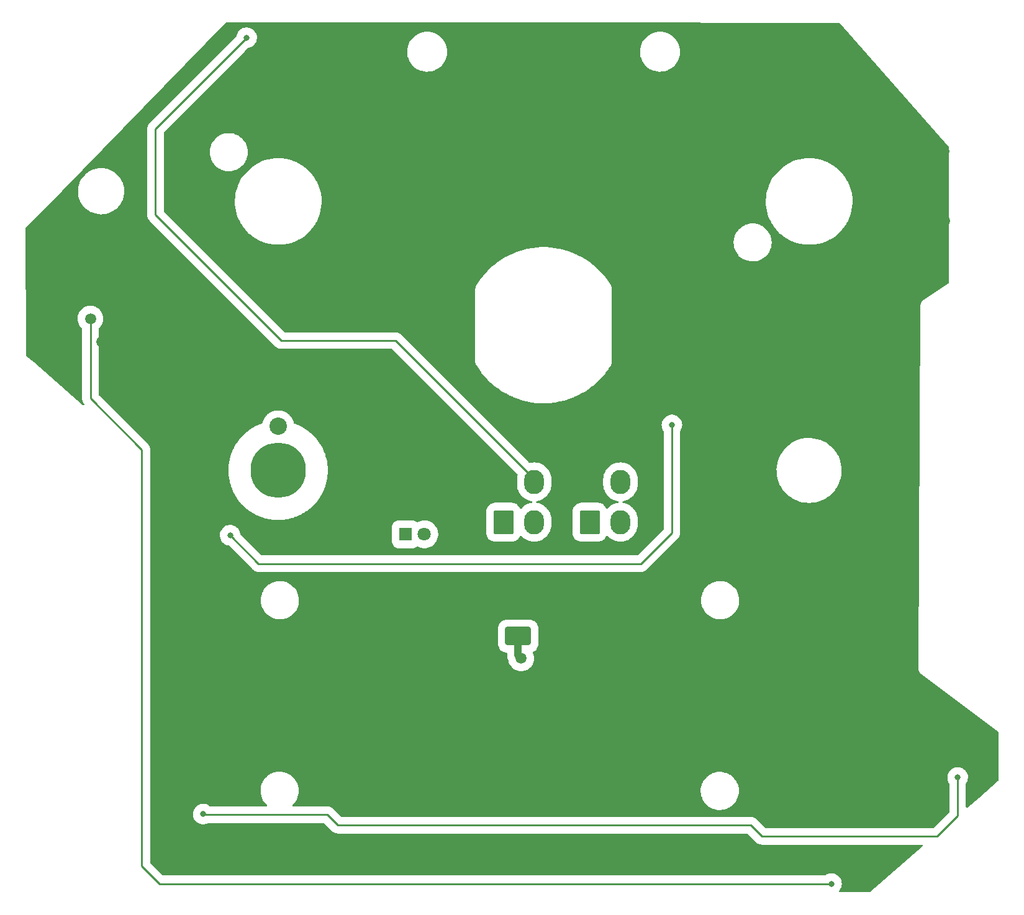
<source format=gbr>
%TF.GenerationSoftware,KiCad,Pcbnew,(6.0.9)*%
%TF.CreationDate,2023-04-01T14:06:34-08:00*%
%TF.ProjectId,KY-58 PANEL,4b592d35-3820-4504-914e-454c2e6b6963,3*%
%TF.SameCoordinates,Original*%
%TF.FileFunction,Copper,L2,Bot*%
%TF.FilePolarity,Positive*%
%FSLAX46Y46*%
G04 Gerber Fmt 4.6, Leading zero omitted, Abs format (unit mm)*
G04 Created by KiCad (PCBNEW (6.0.9)) date 2023-04-01 14:06:34*
%MOMM*%
%LPD*%
G01*
G04 APERTURE LIST*
G04 Aperture macros list*
%AMRoundRect*
0 Rectangle with rounded corners*
0 $1 Rounding radius*
0 $2 $3 $4 $5 $6 $7 $8 $9 X,Y pos of 4 corners*
0 Add a 4 corners polygon primitive as box body*
4,1,4,$2,$3,$4,$5,$6,$7,$8,$9,$2,$3,0*
0 Add four circle primitives for the rounded corners*
1,1,$1+$1,$2,$3*
1,1,$1+$1,$4,$5*
1,1,$1+$1,$6,$7*
1,1,$1+$1,$8,$9*
0 Add four rect primitives between the rounded corners*
20,1,$1+$1,$2,$3,$4,$5,0*
20,1,$1+$1,$4,$5,$6,$7,0*
20,1,$1+$1,$6,$7,$8,$9,0*
20,1,$1+$1,$8,$9,$2,$3,0*%
G04 Aperture macros list end*
%TA.AperFunction,WasherPad*%
%ADD10C,2.381250*%
%TD*%
%TA.AperFunction,WasherPad*%
%ADD11C,7.540752*%
%TD*%
%TA.AperFunction,ComponentPad*%
%ADD12R,1.800000X1.800000*%
%TD*%
%TA.AperFunction,ComponentPad*%
%ADD13C,1.800000*%
%TD*%
%TA.AperFunction,ComponentPad*%
%ADD14RoundRect,0.250001X-1.099999X-1.399999X1.099999X-1.399999X1.099999X1.399999X-1.099999X1.399999X0*%
%TD*%
%TA.AperFunction,ComponentPad*%
%ADD15O,2.700000X3.300000*%
%TD*%
%TA.AperFunction,SMDPad,CuDef*%
%ADD16RoundRect,0.250000X-1.500000X-1.000000X1.500000X-1.000000X1.500000X1.000000X-1.500000X1.000000X0*%
%TD*%
%TA.AperFunction,ViaPad*%
%ADD17C,1.500000*%
%TD*%
%TA.AperFunction,ViaPad*%
%ADD18C,0.800000*%
%TD*%
%TA.AperFunction,Conductor*%
%ADD19C,1.000000*%
%TD*%
%TA.AperFunction,Conductor*%
%ADD20C,0.250000*%
%TD*%
G04 APERTURE END LIST*
D10*
%TO.P,REF\u002A\u002A,*%
%TO.N,*%
X115760258Y-88278977D03*
D11*
X115760258Y-94278977D03*
%TD*%
D12*
%TO.P,D1,1,K*%
%TO.N,Net-(D1-Pad1)*%
X133147000Y-102997000D03*
D13*
%TO.P,D1,2,A*%
%TO.N,/LED+5V*%
X135687000Y-102997000D03*
%TD*%
D14*
%TO.P,J1,1,Pin_1*%
%TO.N,/LED+5V*%
X146482000Y-101343000D03*
D15*
%TO.P,J1,2,Pin_2*%
X150682000Y-101343000D03*
%TO.P,J1,3,Pin_3*%
%TO.N,/LEDGND*%
X146482000Y-95843000D03*
%TO.P,J1,4,Pin_4*%
%TO.N,/DATAIN*%
X150682000Y-95843000D03*
%TD*%
D14*
%TO.P,J2,1,Pin_1*%
%TO.N,/LED+5V*%
X158242000Y-101343000D03*
D15*
%TO.P,J2,2,Pin_2*%
X162442000Y-101343000D03*
%TO.P,J2,3,Pin_3*%
%TO.N,/LEDGND*%
X158242000Y-95843000D03*
%TO.P,J2,4,Pin_4*%
%TO.N,/DATAOUT*%
X162442000Y-95843000D03*
%TD*%
D16*
%TO.P,C1,1*%
%TO.N,/LED+5V*%
X148491000Y-116891000D03*
%TO.P,C1,2*%
%TO.N,/LEDGND*%
X154991000Y-116891000D03*
%TD*%
D17*
%TO.N,/LED+5V*%
X148902500Y-119928800D03*
D18*
%TO.N,/DATAIN*%
X111475000Y-35225000D03*
D17*
%TO.N,/LEDGND*%
X172000000Y-127600000D03*
X211860000Y-137130000D03*
X171930000Y-148633000D03*
X181278000Y-148688000D03*
X145160000Y-148430000D03*
X178275000Y-52425000D03*
X168427000Y-137592000D03*
X187700000Y-70100000D03*
X128050000Y-61050000D03*
X195804000Y-148468000D03*
X199450000Y-53900000D03*
X201656000Y-76962000D03*
X108725000Y-59425000D03*
X186675000Y-88975000D03*
X132953000Y-47954800D03*
X199352000Y-45027800D03*
X108875000Y-97375000D03*
X128692000Y-83327200D03*
X104575000Y-50975000D03*
X206652000Y-60213900D03*
X135025000Y-62675000D03*
X206536000Y-50728600D03*
X125790000Y-148630000D03*
X119675000Y-104725000D03*
X176337500Y-58587500D03*
X183325000Y-105975000D03*
X175750000Y-98900000D03*
X187850000Y-44950000D03*
X129875000Y-98575000D03*
X128755000Y-103000000D03*
X120300000Y-45225000D03*
X176350000Y-107480000D03*
X183100000Y-97575000D03*
X120603200Y-81715500D03*
X114240000Y-148550000D03*
X91688500Y-76758400D03*
X91275000Y-65275000D03*
X103200000Y-127900000D03*
X153766520Y-148269960D03*
X146392000Y-127792000D03*
X180200000Y-127700000D03*
X179575000Y-67950000D03*
X195550000Y-70150000D03*
X206111000Y-68552100D03*
X112560000Y-85350000D03*
X121280000Y-148550000D03*
X127127000Y-127973000D03*
X137100000Y-127700000D03*
X188759000Y-126277540D03*
X104200000Y-148470000D03*
X194597000Y-131557000D03*
X188700000Y-138480000D03*
X204673000Y-135997000D03*
X114470000Y-38960000D03*
X150500000Y-59025000D03*
X137655000Y-138100000D03*
X120000000Y-128100000D03*
X194362582Y-48075000D03*
X184075000Y-51925000D03*
X199619000Y-124435000D03*
X112600000Y-128000000D03*
X179070000Y-75788500D03*
X201397000Y-138537000D03*
X161265000Y-137389000D03*
X194678000Y-79748400D03*
X188712000Y-148575000D03*
X177825000Y-90475000D03*
X124850000Y-37400000D03*
X161100000Y-127800000D03*
X153797000Y-137897000D03*
X157550000Y-58950000D03*
X186820000Y-79959200D03*
X138350000Y-148430000D03*
X129325000Y-91000000D03*
X121525000Y-49725000D03*
X144526000Y-137795000D03*
X153900000Y-127600000D03*
X160980120Y-148277580D03*
D18*
%TO.N,Net-(D50-Pad2)*%
X105549700Y-141183360D03*
X208412080Y-136177020D03*
%TO.N,Net-(D62-Pad2)*%
X191207699Y-150689001D03*
D17*
X90164920Y-73558400D03*
D18*
%TO.N,Net-(D26-Pad4)*%
X109225000Y-103125000D03*
X169450401Y-88074599D03*
%TD*%
D19*
%TO.N,/LED+5V*%
X148491000Y-119517300D02*
X148491000Y-116891000D01*
X148902500Y-119928800D02*
X148491000Y-119517300D01*
D20*
%TO.N,/DATAIN*%
X99050000Y-59400000D02*
X116225000Y-76575000D01*
X131775000Y-76575000D02*
X150682000Y-95482000D01*
X111475000Y-35225000D02*
X99050000Y-47650000D01*
X116225000Y-76575000D02*
X131775000Y-76575000D01*
X99050000Y-47650000D02*
X99050000Y-59400000D01*
X150682000Y-95482000D02*
X150682000Y-95843000D01*
%TO.N,Net-(D50-Pad2)*%
X181719220Y-144228820D02*
X205607920Y-144228820D01*
X208412080Y-141424660D02*
X208412080Y-136177020D01*
X122488960Y-141269720D02*
X105636060Y-141269720D01*
X105636060Y-141269720D02*
X105549700Y-141183360D01*
X122488960Y-141269720D02*
X123926600Y-142707360D01*
X180197760Y-142707360D02*
X181719220Y-144228820D01*
X123926600Y-142707360D02*
X180197760Y-142707360D01*
X205607920Y-144228820D02*
X208412080Y-141424660D01*
%TO.N,Net-(D62-Pad2)*%
X191207699Y-150689001D02*
X191207699Y-150689001D01*
X90164920Y-84444920D02*
X90164920Y-73558400D01*
X97188020Y-93761980D02*
X97188020Y-91468020D01*
X97188020Y-148305520D02*
X99571501Y-150689001D01*
X97188020Y-93593920D02*
X97188020Y-93761980D01*
X99571501Y-150689001D02*
X191207699Y-150689001D01*
X97188020Y-91468020D02*
X90164920Y-84444920D01*
X97188020Y-93761980D02*
X97188020Y-148305520D01*
%TO.N,Net-(D26-Pad4)*%
X109225000Y-103125000D02*
X109225000Y-103125000D01*
X113100000Y-107000000D02*
X109225000Y-103125000D01*
X165250000Y-107000000D02*
X113100000Y-107000000D01*
X169450401Y-102799599D02*
X165250000Y-107000000D01*
X169450401Y-88074599D02*
X169450401Y-102799599D01*
%TD*%
%TA.AperFunction,Conductor*%
%TO.N,/LEDGND*%
G36*
X154843824Y-33169559D02*
G01*
X192191637Y-33200085D01*
X192259741Y-33220143D01*
X192285982Y-33242685D01*
X207216634Y-50151288D01*
X207246730Y-50215590D01*
X207248185Y-50235076D01*
X207191367Y-68672334D01*
X207171156Y-68740393D01*
X207134690Y-68777162D01*
X205333601Y-69963817D01*
X203815837Y-70963802D01*
X203812217Y-70966099D01*
X203741572Y-71009270D01*
X203694948Y-71052792D01*
X203688581Y-71058347D01*
X203649415Y-71090266D01*
X203639151Y-71098631D01*
X203623137Y-71118251D01*
X203611508Y-71130680D01*
X203592990Y-71147966D01*
X203589294Y-71153173D01*
X203556077Y-71199964D01*
X203550952Y-71206693D01*
X203510629Y-71256097D01*
X203498887Y-71278537D01*
X203489994Y-71293053D01*
X203475332Y-71313706D01*
X203472761Y-71319543D01*
X203472756Y-71319552D01*
X203449625Y-71372068D01*
X203445956Y-71379694D01*
X203416395Y-71436189D01*
X203409403Y-71460541D01*
X203403610Y-71476545D01*
X203395975Y-71493878D01*
X203395972Y-71493888D01*
X203393403Y-71499720D01*
X203392059Y-71505953D01*
X203392058Y-71505955D01*
X203379959Y-71562053D01*
X203377897Y-71570262D01*
X203362061Y-71625413D01*
X203360299Y-71631551D01*
X203359807Y-71637914D01*
X203358347Y-71656797D01*
X203355891Y-71673644D01*
X203350550Y-71698407D01*
X203350266Y-71703231D01*
X203350265Y-71703238D01*
X203350255Y-71703413D01*
X203350158Y-71705064D01*
X203350147Y-71706713D01*
X203350147Y-71706723D01*
X203349780Y-71763525D01*
X203349408Y-71772418D01*
X203344631Y-71834203D01*
X203345428Y-71840529D01*
X203345428Y-71840533D01*
X203348054Y-71861378D01*
X203349039Y-71877941D01*
X203029828Y-121186008D01*
X203029315Y-121196582D01*
X203024397Y-121250766D01*
X203025111Y-121257116D01*
X203034668Y-121342143D01*
X203034892Y-121344295D01*
X203043592Y-121435834D01*
X203045437Y-121441858D01*
X203045525Y-121442426D01*
X203045693Y-121443202D01*
X203046130Y-121445308D01*
X203046258Y-121445954D01*
X203046396Y-121446483D01*
X203047101Y-121452751D01*
X203074313Y-121536435D01*
X203075542Y-121540213D01*
X203076194Y-121542278D01*
X203101248Y-121624080D01*
X203101250Y-121624086D01*
X203103117Y-121630180D01*
X203106135Y-121635709D01*
X203106334Y-121636242D01*
X203106639Y-121636934D01*
X203107483Y-121638891D01*
X203107765Y-121639559D01*
X203108006Y-121640050D01*
X203109956Y-121646045D01*
X203115230Y-121655324D01*
X203155428Y-121726046D01*
X203156481Y-121727938D01*
X203200505Y-121808586D01*
X203204575Y-121813397D01*
X203204862Y-121813856D01*
X203205296Y-121814466D01*
X203206527Y-121816230D01*
X203206945Y-121816840D01*
X203207281Y-121817273D01*
X203210395Y-121822752D01*
X203214600Y-121827553D01*
X203270975Y-121891919D01*
X203272388Y-121893560D01*
X203331777Y-121963766D01*
X203336731Y-121967660D01*
X203337651Y-121968625D01*
X203337657Y-121968619D01*
X203341121Y-121972009D01*
X203344313Y-121975654D01*
X203349423Y-121979939D01*
X203350740Y-121980931D01*
X203350764Y-121980950D01*
X203418309Y-122031823D01*
X203420364Y-122033403D01*
X203491571Y-122089380D01*
X203497279Y-122092235D01*
X203500811Y-122094474D01*
X203509153Y-122100246D01*
X213954855Y-129967820D01*
X213997235Y-130024781D01*
X214005046Y-130069462D01*
X213954238Y-136496804D01*
X213953552Y-136583542D01*
X213933012Y-136651503D01*
X213910143Y-136677704D01*
X211326786Y-138919648D01*
X209746165Y-140291376D01*
X209681607Y-140320919D01*
X209611325Y-140310869D01*
X209557634Y-140264417D01*
X209537580Y-140196215D01*
X209537580Y-137051427D01*
X209561257Y-136977901D01*
X209613639Y-136905003D01*
X209616657Y-136900803D01*
X209718695Y-136694345D01*
X209757990Y-136565011D01*
X209784139Y-136478947D01*
X209784140Y-136478941D01*
X209785643Y-136473995D01*
X209815702Y-136245669D01*
X209816254Y-136223093D01*
X209817298Y-136180384D01*
X209817298Y-136180380D01*
X209817380Y-136177020D01*
X209798510Y-135947498D01*
X209742406Y-135724140D01*
X209688830Y-135600923D01*
X209652636Y-135517681D01*
X209652634Y-135517678D01*
X209650576Y-135512944D01*
X209525485Y-135319583D01*
X209504854Y-135296909D01*
X209373970Y-135153071D01*
X209373969Y-135153070D01*
X209370492Y-135149249D01*
X209366441Y-135146050D01*
X209366437Y-135146046D01*
X209193815Y-135009717D01*
X209193810Y-135009713D01*
X209189761Y-135006516D01*
X209185245Y-135004023D01*
X209185242Y-135004021D01*
X208992669Y-134897715D01*
X208992665Y-134897713D01*
X208988145Y-134895218D01*
X208983276Y-134893494D01*
X208983272Y-134893492D01*
X208775933Y-134820069D01*
X208775929Y-134820068D01*
X208771058Y-134818343D01*
X208765965Y-134817436D01*
X208765962Y-134817435D01*
X208669787Y-134800304D01*
X208544330Y-134777957D01*
X208457882Y-134776901D01*
X208319221Y-134775206D01*
X208319219Y-134775206D01*
X208314051Y-134775143D01*
X208086405Y-134809978D01*
X207867504Y-134881526D01*
X207663229Y-134987865D01*
X207479064Y-135126139D01*
X207319957Y-135292636D01*
X207190179Y-135482883D01*
X207188003Y-135487572D01*
X207187999Y-135487578D01*
X207096293Y-135685143D01*
X207093216Y-135691772D01*
X207082850Y-135729152D01*
X207038593Y-135888738D01*
X207031672Y-135913693D01*
X207031123Y-135918830D01*
X207015339Y-136066522D01*
X207007199Y-136142685D01*
X207007496Y-136147837D01*
X207007496Y-136147841D01*
X207011683Y-136220449D01*
X207020456Y-136372600D01*
X207021593Y-136377646D01*
X207021594Y-136377652D01*
X207042813Y-136471804D01*
X207071086Y-136597262D01*
X207073028Y-136602044D01*
X207073029Y-136602048D01*
X207136604Y-136758614D01*
X207157729Y-136810638D01*
X207160432Y-136815048D01*
X207160433Y-136815051D01*
X207268012Y-136990604D01*
X207286580Y-137056439D01*
X207286580Y-140906272D01*
X207266578Y-140974393D01*
X207249675Y-140995367D01*
X205178627Y-143066415D01*
X205116315Y-143100441D01*
X205089532Y-143103320D01*
X182237608Y-143103320D01*
X182169487Y-143083318D01*
X182148513Y-143066415D01*
X181068349Y-141986251D01*
X181061241Y-141977833D01*
X181061023Y-141978021D01*
X181057099Y-141973475D01*
X181053634Y-141968590D01*
X181049311Y-141964451D01*
X181049307Y-141964447D01*
X180985607Y-141903468D01*
X180983643Y-141901545D01*
X180955663Y-141873565D01*
X180953348Y-141871653D01*
X180949802Y-141868724D01*
X180942912Y-141862596D01*
X180898495Y-141820076D01*
X180869817Y-141801559D01*
X180857947Y-141792872D01*
X180831630Y-141771139D01*
X180777664Y-141741654D01*
X180769748Y-141736945D01*
X180718071Y-141703578D01*
X180712507Y-141701336D01*
X180712502Y-141701333D01*
X180686420Y-141690822D01*
X180673108Y-141684529D01*
X180648431Y-141671047D01*
X180648428Y-141671046D01*
X180643159Y-141668167D01*
X180584579Y-141649415D01*
X180575908Y-141646285D01*
X180518873Y-141623299D01*
X180485379Y-141616758D01*
X180471119Y-141613096D01*
X180444325Y-141604519D01*
X180444321Y-141604518D01*
X180438616Y-141602692D01*
X180397834Y-141597793D01*
X180377549Y-141595356D01*
X180368429Y-141593919D01*
X180324966Y-141585432D01*
X180308089Y-141582136D01*
X180302446Y-141581860D01*
X180272743Y-141581860D01*
X180257715Y-141580961D01*
X180231330Y-141577791D01*
X180231326Y-141577791D01*
X180225383Y-141577077D01*
X180219408Y-141577500D01*
X180219404Y-141577500D01*
X180162283Y-141581545D01*
X180153383Y-141581860D01*
X124444987Y-141581860D01*
X124376866Y-141561858D01*
X124355892Y-141544955D01*
X123359549Y-140548611D01*
X123352441Y-140540193D01*
X123352223Y-140540381D01*
X123348299Y-140535835D01*
X123344834Y-140530950D01*
X123340511Y-140526811D01*
X123340507Y-140526807D01*
X123276806Y-140465827D01*
X123274842Y-140463904D01*
X123246863Y-140435925D01*
X123244548Y-140434013D01*
X123241002Y-140431084D01*
X123234112Y-140424956D01*
X123189695Y-140382436D01*
X123161017Y-140363919D01*
X123149147Y-140355232D01*
X123122830Y-140333499D01*
X123068864Y-140304014D01*
X123060948Y-140299305D01*
X123009271Y-140265938D01*
X123003707Y-140263696D01*
X123003702Y-140263693D01*
X122977620Y-140253182D01*
X122964308Y-140246889D01*
X122939631Y-140233407D01*
X122939628Y-140233406D01*
X122934359Y-140230527D01*
X122875779Y-140211775D01*
X122867108Y-140208645D01*
X122810073Y-140185659D01*
X122776579Y-140179118D01*
X122762319Y-140175456D01*
X122735525Y-140166879D01*
X122735521Y-140166878D01*
X122729816Y-140165052D01*
X122689034Y-140160153D01*
X122668749Y-140157716D01*
X122659629Y-140156279D01*
X122616166Y-140147792D01*
X122599289Y-140144496D01*
X122593646Y-140144220D01*
X122563943Y-140144220D01*
X122548915Y-140143321D01*
X122522530Y-140140151D01*
X122522526Y-140140151D01*
X122516583Y-140139437D01*
X122510608Y-140139860D01*
X122510604Y-140139860D01*
X122453483Y-140143905D01*
X122444583Y-140144220D01*
X117814458Y-140144220D01*
X117746337Y-140124218D01*
X117699844Y-140070562D01*
X117689740Y-140000288D01*
X117719234Y-139935708D01*
X117724588Y-139929906D01*
X117938650Y-139712075D01*
X117938661Y-139712063D01*
X117941352Y-139709324D01*
X118058664Y-139556440D01*
X118132674Y-139459989D01*
X118132679Y-139459981D01*
X118135009Y-139456945D01*
X118247257Y-139266386D01*
X118294513Y-139186162D01*
X118294515Y-139186159D01*
X118296466Y-139182846D01*
X118423315Y-138891114D01*
X118513665Y-138586097D01*
X118566169Y-138272343D01*
X118574983Y-138070471D01*
X173369955Y-138070471D01*
X173370257Y-138074306D01*
X173392645Y-138358772D01*
X173394914Y-138387607D01*
X173458336Y-138699338D01*
X173559276Y-139001016D01*
X173560925Y-139004474D01*
X173560927Y-139004478D01*
X173685851Y-139266386D01*
X173696229Y-139288143D01*
X173867153Y-139556440D01*
X174069500Y-139801907D01*
X174300254Y-140020884D01*
X174555975Y-140210108D01*
X174694412Y-140288432D01*
X174829492Y-140364857D01*
X174829496Y-140364859D01*
X174832849Y-140366756D01*
X174836410Y-140368231D01*
X174836412Y-140368232D01*
X174870704Y-140382436D01*
X175126751Y-140488494D01*
X175228083Y-140516596D01*
X175429582Y-140572477D01*
X175429590Y-140572479D01*
X175433298Y-140573507D01*
X175747921Y-140620528D01*
X175751219Y-140620672D01*
X175860427Y-140625440D01*
X175860432Y-140625440D01*
X175861804Y-140625500D01*
X176055799Y-140625500D01*
X176292524Y-140611021D01*
X176296307Y-140610320D01*
X176296314Y-140610319D01*
X176494931Y-140573507D01*
X176605313Y-140553049D01*
X176861117Y-140472395D01*
X176905035Y-140458548D01*
X176905038Y-140458547D01*
X176908707Y-140457390D01*
X176912204Y-140455796D01*
X176912210Y-140455794D01*
X177194673Y-140327068D01*
X177194677Y-140327066D01*
X177198181Y-140325469D01*
X177253816Y-140291376D01*
X177466142Y-140161262D01*
X177466145Y-140161260D01*
X177469420Y-140159253D01*
X177472424Y-140156863D01*
X177472429Y-140156860D01*
X177715370Y-139963616D01*
X177718381Y-139961221D01*
X177742949Y-139936221D01*
X177853449Y-139823775D01*
X177941352Y-139734324D01*
X178075572Y-139559405D01*
X178132674Y-139484989D01*
X178132679Y-139484981D01*
X178135009Y-139481945D01*
X178247257Y-139291386D01*
X178294513Y-139211162D01*
X178294515Y-139211159D01*
X178296466Y-139207846D01*
X178423315Y-138916114D01*
X178430721Y-138891114D01*
X178512571Y-138614789D01*
X178513665Y-138611097D01*
X178566169Y-138297343D01*
X178580045Y-137979529D01*
X178555086Y-137662393D01*
X178491664Y-137350662D01*
X178390724Y-137048984D01*
X178377149Y-137020522D01*
X178255424Y-136765322D01*
X178255422Y-136765318D01*
X178253771Y-136761857D01*
X178082847Y-136493560D01*
X178059795Y-136465595D01*
X177936211Y-136315676D01*
X177880500Y-136248093D01*
X177649746Y-136029116D01*
X177394025Y-135839892D01*
X177193680Y-135726542D01*
X177120508Y-135685143D01*
X177120504Y-135685141D01*
X177117151Y-135683244D01*
X176823249Y-135561506D01*
X176721917Y-135533404D01*
X176520418Y-135477523D01*
X176520410Y-135477521D01*
X176516702Y-135476493D01*
X176202079Y-135429472D01*
X176198781Y-135429328D01*
X176089573Y-135424560D01*
X176089568Y-135424560D01*
X176088196Y-135424500D01*
X175894201Y-135424500D01*
X175657476Y-135438979D01*
X175653693Y-135439680D01*
X175653686Y-135439681D01*
X175501081Y-135467965D01*
X175344687Y-135496951D01*
X175219234Y-135536506D01*
X175044965Y-135591452D01*
X175044962Y-135591453D01*
X175041293Y-135592610D01*
X175037796Y-135594204D01*
X175037790Y-135594206D01*
X174755327Y-135722932D01*
X174755323Y-135722934D01*
X174751819Y-135724531D01*
X174748540Y-135726541D01*
X174748537Y-135726542D01*
X174524655Y-135863738D01*
X174480580Y-135890747D01*
X174477576Y-135893137D01*
X174477571Y-135893140D01*
X174266059Y-136061384D01*
X174231619Y-136088779D01*
X174228927Y-136091518D01*
X174228923Y-136091522D01*
X174173579Y-136147841D01*
X174008648Y-136315676D01*
X174006307Y-136318727D01*
X174006306Y-136318728D01*
X173817326Y-136565011D01*
X173817321Y-136565019D01*
X173814991Y-136568055D01*
X173800757Y-136592220D01*
X173698792Y-136765322D01*
X173653534Y-136842154D01*
X173526685Y-137133886D01*
X173525591Y-137137580D01*
X173525589Y-137137585D01*
X173486206Y-137270542D01*
X173436335Y-137438903D01*
X173383831Y-137752657D01*
X173369955Y-138070471D01*
X118574983Y-138070471D01*
X118580045Y-137954529D01*
X118560916Y-137711472D01*
X118555388Y-137641228D01*
X118555388Y-137641225D01*
X118555086Y-137637393D01*
X118491664Y-137325662D01*
X118390724Y-137023984D01*
X118368744Y-136977901D01*
X118255424Y-136740322D01*
X118255422Y-136740318D01*
X118253771Y-136736857D01*
X118082847Y-136468560D01*
X117880500Y-136223093D01*
X117649746Y-136004116D01*
X117394025Y-135814892D01*
X117233622Y-135724140D01*
X117120508Y-135660143D01*
X117120504Y-135660141D01*
X117117151Y-135658244D01*
X116823249Y-135536506D01*
X116684801Y-135498111D01*
X116520418Y-135452523D01*
X116520410Y-135452521D01*
X116516702Y-135451493D01*
X116202079Y-135404472D01*
X116198781Y-135404328D01*
X116089573Y-135399560D01*
X116089568Y-135399560D01*
X116088196Y-135399500D01*
X115894201Y-135399500D01*
X115657476Y-135413979D01*
X115653693Y-135414680D01*
X115653686Y-135414681D01*
X115523856Y-135438744D01*
X115344687Y-135471951D01*
X115214673Y-135512944D01*
X115044965Y-135566452D01*
X115044962Y-135566453D01*
X115041293Y-135567610D01*
X115037796Y-135569204D01*
X115037790Y-135569206D01*
X114755327Y-135697932D01*
X114755323Y-135697934D01*
X114751819Y-135699531D01*
X114748540Y-135701541D01*
X114748537Y-135701542D01*
X114519030Y-135842185D01*
X114480580Y-135865747D01*
X114477576Y-135868137D01*
X114477571Y-135868140D01*
X114278073Y-136026828D01*
X114231619Y-136063779D01*
X114228927Y-136066518D01*
X114228923Y-136066522D01*
X114123633Y-136173666D01*
X114008648Y-136290676D01*
X114006307Y-136293727D01*
X114006306Y-136293728D01*
X113817326Y-136540011D01*
X113817321Y-136540019D01*
X113814991Y-136543055D01*
X113813042Y-136546364D01*
X113698792Y-136740322D01*
X113653534Y-136817154D01*
X113526685Y-137108886D01*
X113525591Y-137112580D01*
X113525589Y-137112585D01*
X113506240Y-137177907D01*
X113436335Y-137413903D01*
X113383831Y-137727657D01*
X113369955Y-138045471D01*
X113394914Y-138362607D01*
X113458336Y-138674338D01*
X113559276Y-138976016D01*
X113560925Y-138979474D01*
X113560927Y-138979478D01*
X113671435Y-139211162D01*
X113696229Y-139263143D01*
X113867153Y-139531440D01*
X113869596Y-139534403D01*
X113869597Y-139534405D01*
X113915526Y-139590121D01*
X114069500Y-139776907D01*
X114227479Y-139926823D01*
X114263123Y-139988223D01*
X114259914Y-140059147D01*
X114218870Y-140117077D01*
X114153022Y-140143621D01*
X114140746Y-140144220D01*
X106537471Y-140144220D01*
X106469350Y-140124218D01*
X106459379Y-140117102D01*
X106331435Y-140016057D01*
X106331430Y-140016053D01*
X106327381Y-140012856D01*
X106322865Y-140010363D01*
X106322862Y-140010361D01*
X106130289Y-139904055D01*
X106130285Y-139904053D01*
X106125765Y-139901558D01*
X106120896Y-139899834D01*
X106120892Y-139899832D01*
X105913553Y-139826409D01*
X105913549Y-139826408D01*
X105908678Y-139824683D01*
X105903585Y-139823776D01*
X105903582Y-139823775D01*
X105780813Y-139801907D01*
X105681950Y-139784297D01*
X105595502Y-139783241D01*
X105456841Y-139781546D01*
X105456839Y-139781546D01*
X105451671Y-139781483D01*
X105224025Y-139816318D01*
X105005124Y-139887866D01*
X104800849Y-139994205D01*
X104616684Y-140132479D01*
X104457577Y-140298976D01*
X104454663Y-140303248D01*
X104454662Y-140303249D01*
X104410334Y-140368232D01*
X104327799Y-140489223D01*
X104325623Y-140493912D01*
X104325619Y-140493918D01*
X104264569Y-140625440D01*
X104230836Y-140698112D01*
X104169292Y-140920033D01*
X104144819Y-141149025D01*
X104158076Y-141378940D01*
X104159213Y-141383986D01*
X104159214Y-141383992D01*
X104191138Y-141525649D01*
X104208706Y-141603602D01*
X104210648Y-141608384D01*
X104210649Y-141608388D01*
X104287465Y-141797562D01*
X104295349Y-141816978D01*
X104415679Y-142013338D01*
X104566463Y-142187408D01*
X104743653Y-142334514D01*
X104942490Y-142450705D01*
X105157634Y-142532861D01*
X105162700Y-142533892D01*
X105162701Y-142533892D01*
X105263397Y-142554378D01*
X105383307Y-142578774D01*
X105513052Y-142583532D01*
X105608285Y-142587024D01*
X105608289Y-142587024D01*
X105613449Y-142587213D01*
X105618569Y-142586557D01*
X105618571Y-142586557D01*
X105687972Y-142577667D01*
X105841878Y-142557951D01*
X105846826Y-142556466D01*
X105846833Y-142556465D01*
X106057511Y-142493258D01*
X106057510Y-142493258D01*
X106062461Y-142491773D01*
X106233322Y-142408069D01*
X106288754Y-142395220D01*
X121970572Y-142395220D01*
X122038693Y-142415222D01*
X122059667Y-142432125D01*
X123056011Y-143428468D01*
X123063122Y-143436889D01*
X123063340Y-143436701D01*
X123067255Y-143441237D01*
X123070726Y-143446130D01*
X123075057Y-143450276D01*
X123138776Y-143511274D01*
X123140740Y-143513197D01*
X123168698Y-143541155D01*
X123171004Y-143543059D01*
X123171017Y-143543071D01*
X123174550Y-143545988D01*
X123181443Y-143552118D01*
X123225865Y-143594644D01*
X123246727Y-143608114D01*
X123254537Y-143613157D01*
X123266420Y-143621854D01*
X123292730Y-143643581D01*
X123346693Y-143673064D01*
X123354612Y-143677775D01*
X123406289Y-143711142D01*
X123411853Y-143713384D01*
X123411858Y-143713387D01*
X123437940Y-143723898D01*
X123451252Y-143730191D01*
X123475929Y-143743673D01*
X123475932Y-143743674D01*
X123481201Y-143746553D01*
X123539779Y-143765304D01*
X123548452Y-143768435D01*
X123605487Y-143791421D01*
X123638980Y-143797962D01*
X123653241Y-143801624D01*
X123680035Y-143810201D01*
X123680039Y-143810202D01*
X123685744Y-143812028D01*
X123726526Y-143816927D01*
X123746811Y-143819364D01*
X123755931Y-143820801D01*
X123799394Y-143829288D01*
X123816271Y-143832584D01*
X123821914Y-143832860D01*
X123851617Y-143832860D01*
X123866645Y-143833759D01*
X123893030Y-143836929D01*
X123893034Y-143836929D01*
X123898977Y-143837643D01*
X123904952Y-143837220D01*
X123904956Y-143837220D01*
X123962077Y-143833175D01*
X123970977Y-143832860D01*
X179679372Y-143832860D01*
X179747493Y-143852862D01*
X179768467Y-143869765D01*
X180848631Y-144949929D01*
X180855739Y-144958347D01*
X180855957Y-144958159D01*
X180859881Y-144962705D01*
X180863346Y-144967590D01*
X180867669Y-144971729D01*
X180867673Y-144971733D01*
X180931373Y-145032712D01*
X180933337Y-145034635D01*
X180961317Y-145062615D01*
X180963630Y-145064526D01*
X180963632Y-145064527D01*
X180967178Y-145067456D01*
X180974063Y-145073579D01*
X181018485Y-145116104D01*
X181023526Y-145119359D01*
X181047160Y-145134619D01*
X181059033Y-145143308D01*
X181085350Y-145165041D01*
X181139313Y-145194524D01*
X181147232Y-145199235D01*
X181198909Y-145232602D01*
X181204473Y-145234844D01*
X181204478Y-145234847D01*
X181230560Y-145245358D01*
X181243872Y-145251651D01*
X181268555Y-145265137D01*
X181268564Y-145265141D01*
X181273821Y-145268013D01*
X181279529Y-145269840D01*
X181279531Y-145269841D01*
X181332385Y-145286759D01*
X181341072Y-145289895D01*
X181398107Y-145312881D01*
X181403989Y-145314030D01*
X181403990Y-145314030D01*
X181431606Y-145319423D01*
X181445860Y-145323083D01*
X181478364Y-145333487D01*
X181539412Y-145340820D01*
X181548536Y-145342257D01*
X181604435Y-145353174D01*
X181604438Y-145353174D01*
X181608891Y-145354044D01*
X181614534Y-145354320D01*
X181644245Y-145354320D01*
X181659273Y-145355219D01*
X181685650Y-145358388D01*
X181685654Y-145358388D01*
X181691597Y-145359102D01*
X181697572Y-145358679D01*
X181697575Y-145358679D01*
X181740607Y-145355632D01*
X181754685Y-145354635D01*
X181763582Y-145354320D01*
X203574790Y-145354320D01*
X203642911Y-145374322D01*
X203689404Y-145427978D01*
X203699508Y-145498252D01*
X203670014Y-145562832D01*
X203657377Y-145575479D01*
X196451503Y-151829035D01*
X196386945Y-151858578D01*
X196369033Y-151859874D01*
X192318351Y-151863475D01*
X192250214Y-151843533D01*
X192203673Y-151789919D01*
X192193507Y-151719654D01*
X192222942Y-151655047D01*
X192229300Y-151648224D01*
X192252382Y-151625222D01*
X192277889Y-151599804D01*
X192412276Y-151412784D01*
X192514314Y-151206326D01*
X192529811Y-151155321D01*
X192579758Y-150990928D01*
X192579759Y-150990922D01*
X192581262Y-150985976D01*
X192611321Y-150757650D01*
X192612999Y-150689001D01*
X192594129Y-150459479D01*
X192538025Y-150236121D01*
X192446195Y-150024925D01*
X192321104Y-149831564D01*
X192166111Y-149661230D01*
X192162060Y-149658031D01*
X192162056Y-149658027D01*
X191989434Y-149521698D01*
X191989429Y-149521694D01*
X191985380Y-149518497D01*
X191980864Y-149516004D01*
X191980861Y-149516002D01*
X191788288Y-149409696D01*
X191788284Y-149409694D01*
X191783764Y-149407199D01*
X191778895Y-149405475D01*
X191778891Y-149405473D01*
X191571552Y-149332050D01*
X191571548Y-149332049D01*
X191566677Y-149330324D01*
X191561584Y-149329417D01*
X191561581Y-149329416D01*
X191465406Y-149312285D01*
X191339949Y-149289938D01*
X191253501Y-149288882D01*
X191114840Y-149287187D01*
X191114838Y-149287187D01*
X191109670Y-149287124D01*
X190882024Y-149321959D01*
X190663123Y-149393507D01*
X190658531Y-149395897D01*
X190658532Y-149395897D01*
X190479645Y-149489020D01*
X190458848Y-149499846D01*
X190454715Y-149502949D01*
X190454712Y-149502951D01*
X190407684Y-149538261D01*
X190341199Y-149563167D01*
X190332031Y-149563501D01*
X100089889Y-149563501D01*
X100021768Y-149543499D01*
X100000794Y-149526596D01*
X98350425Y-147876227D01*
X98316399Y-147813915D01*
X98313520Y-147787132D01*
X98313520Y-117953138D01*
X145740500Y-117953138D01*
X145751949Y-118093902D01*
X145807463Y-118310113D01*
X145900386Y-118513075D01*
X146027783Y-118696375D01*
X146185625Y-118854217D01*
X146190231Y-118857418D01*
X146190233Y-118857420D01*
X146364319Y-118978413D01*
X146368925Y-118981614D01*
X146495085Y-119039374D01*
X146566782Y-119072200D01*
X146566784Y-119072201D01*
X146571887Y-119074537D01*
X146788098Y-119130051D01*
X146867208Y-119136485D01*
X146874715Y-119137096D01*
X146940990Y-119162554D01*
X146982980Y-119219803D01*
X146990500Y-119262681D01*
X146990500Y-119401568D01*
X146989243Y-119419321D01*
X146989129Y-119420125D01*
X146988007Y-119428006D01*
X146988124Y-119433168D01*
X146988124Y-119433171D01*
X146990468Y-119536450D01*
X146990500Y-119539309D01*
X146990500Y-119579854D01*
X146990710Y-119582409D01*
X146990711Y-119582433D01*
X146991509Y-119592139D01*
X146991901Y-119599598D01*
X146993605Y-119674682D01*
X146994563Y-119679754D01*
X146994564Y-119679760D01*
X147000684Y-119712147D01*
X147002451Y-119725216D01*
X147005575Y-119763211D01*
X147006835Y-119768226D01*
X147023869Y-119836046D01*
X147025474Y-119843345D01*
X147039417Y-119917133D01*
X147041192Y-119921984D01*
X147041193Y-119921987D01*
X147052518Y-119952933D01*
X147056395Y-119965536D01*
X147065684Y-120002517D01*
X147080924Y-120037567D01*
X147095629Y-120071387D01*
X147098404Y-120078325D01*
X147124211Y-120148845D01*
X147126762Y-120153353D01*
X147142983Y-120182024D01*
X147148869Y-120193828D01*
X147164072Y-120228793D01*
X147166876Y-120233127D01*
X147166879Y-120233133D01*
X147170084Y-120238087D01*
X147187867Y-120281941D01*
X147188133Y-120283276D01*
X147210935Y-120397912D01*
X147298855Y-120642789D01*
X147422004Y-120871980D01*
X147424799Y-120875723D01*
X147424801Y-120875726D01*
X147574885Y-121076713D01*
X147574890Y-121076719D01*
X147577677Y-121080451D01*
X147580986Y-121083731D01*
X147580991Y-121083737D01*
X147749484Y-121250766D01*
X147762454Y-121263623D01*
X147766216Y-121266381D01*
X147766219Y-121266384D01*
X147878832Y-121348955D01*
X147972275Y-121417470D01*
X147976410Y-121419646D01*
X147976414Y-121419648D01*
X148102274Y-121485866D01*
X148202533Y-121538615D01*
X148448167Y-121624394D01*
X148452760Y-121625266D01*
X148699193Y-121672053D01*
X148699196Y-121672053D01*
X148703782Y-121672924D01*
X148833773Y-121678032D01*
X148959095Y-121682956D01*
X148959101Y-121682956D01*
X148963763Y-121683139D01*
X149064989Y-121672053D01*
X149217745Y-121655324D01*
X149217750Y-121655323D01*
X149222398Y-121654814D01*
X149255705Y-121646045D01*
X149469482Y-121589762D01*
X149469484Y-121589761D01*
X149474005Y-121588571D01*
X149581755Y-121542278D01*
X149708763Y-121487711D01*
X149708765Y-121487710D01*
X149713057Y-121485866D01*
X149934303Y-121348955D01*
X150114294Y-121196582D01*
X150129309Y-121183871D01*
X150129311Y-121183869D01*
X150132882Y-121180846D01*
X150304431Y-120985231D01*
X150445183Y-120766408D01*
X150552044Y-120529185D01*
X150553314Y-120524682D01*
X150621398Y-120283276D01*
X150621399Y-120283273D01*
X150622668Y-120278772D01*
X150648167Y-120078327D01*
X150655104Y-120023801D01*
X150655104Y-120023797D01*
X150655502Y-120020671D01*
X150655854Y-120007254D01*
X150657825Y-119931960D01*
X150657908Y-119928800D01*
X150656663Y-119912053D01*
X150638972Y-119673986D01*
X150638971Y-119673982D01*
X150638626Y-119669334D01*
X150581205Y-119415568D01*
X150486905Y-119173077D01*
X150488312Y-119172530D01*
X150478078Y-119108929D01*
X150506485Y-119043864D01*
X150550627Y-119010205D01*
X150607974Y-118983950D01*
X150607979Y-118983947D01*
X150613075Y-118981614D01*
X150617681Y-118978413D01*
X150791767Y-118857420D01*
X150791769Y-118857418D01*
X150796375Y-118854217D01*
X150954217Y-118696375D01*
X151081614Y-118513075D01*
X151174537Y-118310113D01*
X151230051Y-118093902D01*
X151241500Y-117953138D01*
X151241500Y-115828862D01*
X151230051Y-115688098D01*
X151174537Y-115471887D01*
X151081614Y-115268925D01*
X150954217Y-115085625D01*
X150796375Y-114927783D01*
X150791769Y-114924582D01*
X150791767Y-114924580D01*
X150617681Y-114803587D01*
X150617679Y-114803586D01*
X150613075Y-114800386D01*
X150486915Y-114742626D01*
X150415218Y-114709800D01*
X150415216Y-114709799D01*
X150410113Y-114707463D01*
X150193902Y-114651949D01*
X150129768Y-114646733D01*
X150055689Y-114640707D01*
X150055677Y-114640707D01*
X150053138Y-114640500D01*
X146928862Y-114640500D01*
X146926323Y-114640707D01*
X146926311Y-114640707D01*
X146852232Y-114646733D01*
X146788098Y-114651949D01*
X146571887Y-114707463D01*
X146566784Y-114709799D01*
X146566782Y-114709800D01*
X146495085Y-114742626D01*
X146368925Y-114800386D01*
X146364321Y-114803586D01*
X146364319Y-114803587D01*
X146190233Y-114924580D01*
X146190231Y-114924582D01*
X146185625Y-114927783D01*
X146027783Y-115085625D01*
X145900386Y-115268925D01*
X145807463Y-115471887D01*
X145751949Y-115688098D01*
X145740500Y-115828862D01*
X145740500Y-117953138D01*
X98313520Y-117953138D01*
X98313520Y-112045471D01*
X113394955Y-112045471D01*
X113419914Y-112362607D01*
X113483336Y-112674338D01*
X113584276Y-112976016D01*
X113721229Y-113263143D01*
X113892153Y-113531440D01*
X114094500Y-113776907D01*
X114325254Y-113995884D01*
X114580975Y-114185108D01*
X114719412Y-114263432D01*
X114854492Y-114339857D01*
X114854496Y-114339859D01*
X114857849Y-114341756D01*
X115151751Y-114463494D01*
X115253083Y-114491596D01*
X115454582Y-114547477D01*
X115454590Y-114547479D01*
X115458298Y-114548507D01*
X115772921Y-114595528D01*
X115776219Y-114595672D01*
X115885427Y-114600440D01*
X115885432Y-114600440D01*
X115886804Y-114600500D01*
X116080799Y-114600500D01*
X116317524Y-114586021D01*
X116321307Y-114585320D01*
X116321314Y-114585319D01*
X116519931Y-114548507D01*
X116630313Y-114528049D01*
X116839732Y-114462020D01*
X116930035Y-114433548D01*
X116930038Y-114433547D01*
X116933707Y-114432390D01*
X116937204Y-114430796D01*
X116937210Y-114430794D01*
X117219673Y-114302068D01*
X117219677Y-114302066D01*
X117223181Y-114300469D01*
X117408334Y-114187007D01*
X117491142Y-114136262D01*
X117491145Y-114136260D01*
X117494420Y-114134253D01*
X117497424Y-114131863D01*
X117497429Y-114131860D01*
X117740370Y-113938616D01*
X117743381Y-113936221D01*
X117966352Y-113709324D01*
X118100572Y-113534405D01*
X118157674Y-113459989D01*
X118157679Y-113459981D01*
X118160009Y-113456945D01*
X118272257Y-113266386D01*
X118319513Y-113186162D01*
X118319515Y-113186159D01*
X118321466Y-113182846D01*
X118448315Y-112891114D01*
X118538665Y-112586097D01*
X118591169Y-112272343D01*
X118601074Y-112045471D01*
X173419955Y-112045471D01*
X173444914Y-112362607D01*
X173508336Y-112674338D01*
X173609276Y-112976016D01*
X173746229Y-113263143D01*
X173917153Y-113531440D01*
X174119500Y-113776907D01*
X174350254Y-113995884D01*
X174605975Y-114185108D01*
X174744412Y-114263432D01*
X174879492Y-114339857D01*
X174879496Y-114339859D01*
X174882849Y-114341756D01*
X175176751Y-114463494D01*
X175278083Y-114491596D01*
X175479582Y-114547477D01*
X175479590Y-114547479D01*
X175483298Y-114548507D01*
X175797921Y-114595528D01*
X175801219Y-114595672D01*
X175910427Y-114600440D01*
X175910432Y-114600440D01*
X175911804Y-114600500D01*
X176105799Y-114600500D01*
X176342524Y-114586021D01*
X176346307Y-114585320D01*
X176346314Y-114585319D01*
X176544931Y-114548507D01*
X176655313Y-114528049D01*
X176864732Y-114462020D01*
X176955035Y-114433548D01*
X176955038Y-114433547D01*
X176958707Y-114432390D01*
X176962204Y-114430796D01*
X176962210Y-114430794D01*
X177244673Y-114302068D01*
X177244677Y-114302066D01*
X177248181Y-114300469D01*
X177433334Y-114187007D01*
X177516142Y-114136262D01*
X177516145Y-114136260D01*
X177519420Y-114134253D01*
X177522424Y-114131863D01*
X177522429Y-114131860D01*
X177765370Y-113938616D01*
X177768381Y-113936221D01*
X177991352Y-113709324D01*
X178125572Y-113534405D01*
X178182674Y-113459989D01*
X178182679Y-113459981D01*
X178185009Y-113456945D01*
X178297257Y-113266386D01*
X178344513Y-113186162D01*
X178344515Y-113186159D01*
X178346466Y-113182846D01*
X178473315Y-112891114D01*
X178563665Y-112586097D01*
X178616169Y-112272343D01*
X178630045Y-111954529D01*
X178605086Y-111637393D01*
X178541664Y-111325662D01*
X178440724Y-111023984D01*
X178303771Y-110736857D01*
X178132847Y-110468560D01*
X177930500Y-110223093D01*
X177699746Y-110004116D01*
X177444025Y-109814892D01*
X177243680Y-109701542D01*
X177170508Y-109660143D01*
X177170504Y-109660141D01*
X177167151Y-109658244D01*
X176873249Y-109536506D01*
X176771917Y-109508404D01*
X176570418Y-109452523D01*
X176570410Y-109452521D01*
X176566702Y-109451493D01*
X176252079Y-109404472D01*
X176248781Y-109404328D01*
X176139573Y-109399560D01*
X176139568Y-109399560D01*
X176138196Y-109399500D01*
X175944201Y-109399500D01*
X175707476Y-109413979D01*
X175703693Y-109414680D01*
X175703686Y-109414681D01*
X175551081Y-109442965D01*
X175394687Y-109471951D01*
X175214997Y-109528606D01*
X175094965Y-109566452D01*
X175094962Y-109566453D01*
X175091293Y-109567610D01*
X175087796Y-109569204D01*
X175087790Y-109569206D01*
X174805327Y-109697932D01*
X174805323Y-109697934D01*
X174801819Y-109699531D01*
X174798540Y-109701541D01*
X174798537Y-109701542D01*
X174609826Y-109817185D01*
X174530580Y-109865747D01*
X174527576Y-109868137D01*
X174527571Y-109868140D01*
X174308962Y-110042030D01*
X174281619Y-110063779D01*
X174058648Y-110290676D01*
X174056307Y-110293727D01*
X174056306Y-110293728D01*
X173867326Y-110540011D01*
X173867321Y-110540019D01*
X173864991Y-110543055D01*
X173863042Y-110546364D01*
X173748792Y-110740322D01*
X173703534Y-110817154D01*
X173576685Y-111108886D01*
X173486335Y-111413903D01*
X173433831Y-111727657D01*
X173419955Y-112045471D01*
X118601074Y-112045471D01*
X118605045Y-111954529D01*
X118580086Y-111637393D01*
X118516664Y-111325662D01*
X118415724Y-111023984D01*
X118278771Y-110736857D01*
X118107847Y-110468560D01*
X117905500Y-110223093D01*
X117674746Y-110004116D01*
X117419025Y-109814892D01*
X117218680Y-109701542D01*
X117145508Y-109660143D01*
X117145504Y-109660141D01*
X117142151Y-109658244D01*
X116848249Y-109536506D01*
X116746917Y-109508404D01*
X116545418Y-109452523D01*
X116545410Y-109452521D01*
X116541702Y-109451493D01*
X116227079Y-109404472D01*
X116223781Y-109404328D01*
X116114573Y-109399560D01*
X116114568Y-109399560D01*
X116113196Y-109399500D01*
X115919201Y-109399500D01*
X115682476Y-109413979D01*
X115678693Y-109414680D01*
X115678686Y-109414681D01*
X115526081Y-109442965D01*
X115369687Y-109471951D01*
X115189997Y-109528606D01*
X115069965Y-109566452D01*
X115069962Y-109566453D01*
X115066293Y-109567610D01*
X115062796Y-109569204D01*
X115062790Y-109569206D01*
X114780327Y-109697932D01*
X114780323Y-109697934D01*
X114776819Y-109699531D01*
X114773540Y-109701541D01*
X114773537Y-109701542D01*
X114584826Y-109817185D01*
X114505580Y-109865747D01*
X114502576Y-109868137D01*
X114502571Y-109868140D01*
X114283962Y-110042030D01*
X114256619Y-110063779D01*
X114033648Y-110290676D01*
X114031307Y-110293727D01*
X114031306Y-110293728D01*
X113842326Y-110540011D01*
X113842321Y-110540019D01*
X113839991Y-110543055D01*
X113838042Y-110546364D01*
X113723792Y-110740322D01*
X113678534Y-110817154D01*
X113551685Y-111108886D01*
X113461335Y-111413903D01*
X113408831Y-111727657D01*
X113394955Y-112045471D01*
X98313520Y-112045471D01*
X98313520Y-103090665D01*
X107820119Y-103090665D01*
X107820416Y-103095817D01*
X107820416Y-103095821D01*
X107827388Y-103216738D01*
X107833376Y-103320580D01*
X107834513Y-103325626D01*
X107834514Y-103325632D01*
X107857631Y-103428208D01*
X107884006Y-103545242D01*
X107885948Y-103550024D01*
X107885949Y-103550028D01*
X107949371Y-103706217D01*
X107970649Y-103758618D01*
X108090979Y-103954978D01*
X108241763Y-104129048D01*
X108418953Y-104276154D01*
X108617790Y-104392345D01*
X108832934Y-104474501D01*
X108837996Y-104475531D01*
X108838000Y-104475532D01*
X108941105Y-104496508D01*
X108983923Y-104505219D01*
X109047898Y-104539595D01*
X112229411Y-107721108D01*
X112236522Y-107729529D01*
X112236740Y-107729341D01*
X112240655Y-107733877D01*
X112244126Y-107738770D01*
X112248457Y-107742916D01*
X112312176Y-107803914D01*
X112314140Y-107805837D01*
X112342098Y-107833795D01*
X112344404Y-107835699D01*
X112344417Y-107835711D01*
X112347950Y-107838628D01*
X112354843Y-107844758D01*
X112399265Y-107887284D01*
X112404304Y-107890538D01*
X112404307Y-107890540D01*
X112427936Y-107905797D01*
X112439820Y-107914495D01*
X112461501Y-107932399D01*
X112461504Y-107932401D01*
X112466131Y-107936222D01*
X112520094Y-107965705D01*
X112528026Y-107970424D01*
X112579689Y-108003782D01*
X112585247Y-108006022D01*
X112611347Y-108016541D01*
X112624657Y-108022833D01*
X112654602Y-108039193D01*
X112660310Y-108041020D01*
X112660319Y-108041024D01*
X112713181Y-108057946D01*
X112721848Y-108061074D01*
X112778887Y-108084061D01*
X112812380Y-108090602D01*
X112826641Y-108094264D01*
X112853435Y-108102841D01*
X112853439Y-108102842D01*
X112859144Y-108104668D01*
X112899926Y-108109567D01*
X112920211Y-108112004D01*
X112929331Y-108113441D01*
X112971303Y-108121637D01*
X112989671Y-108125224D01*
X112995314Y-108125500D01*
X113025017Y-108125500D01*
X113040045Y-108126399D01*
X113066430Y-108129569D01*
X113066434Y-108129569D01*
X113072377Y-108130283D01*
X113078352Y-108129860D01*
X113078355Y-108129860D01*
X113135478Y-108125815D01*
X113144377Y-108125500D01*
X165144303Y-108125500D01*
X165155280Y-108126427D01*
X165155301Y-108126139D01*
X165161278Y-108126578D01*
X165167195Y-108127584D01*
X165261330Y-108125530D01*
X165264079Y-108125500D01*
X165303664Y-108125500D01*
X165311216Y-108124779D01*
X165320424Y-108124240D01*
X165345099Y-108123702D01*
X165375916Y-108123030D01*
X165375919Y-108123030D01*
X165381910Y-108122899D01*
X165387771Y-108121637D01*
X165387772Y-108121637D01*
X165415267Y-108115717D01*
X165429822Y-108113463D01*
X165430053Y-108113441D01*
X165463795Y-108110222D01*
X165469543Y-108108536D01*
X165469552Y-108108534D01*
X165522813Y-108092909D01*
X165531760Y-108090637D01*
X165546897Y-108087378D01*
X165591866Y-108077696D01*
X165623270Y-108064334D01*
X165637111Y-108059378D01*
X165669876Y-108049765D01*
X165724549Y-108021607D01*
X165732894Y-108017688D01*
X165765576Y-108003782D01*
X165783971Y-107995955D01*
X165783974Y-107995953D01*
X165789486Y-107993608D01*
X165794461Y-107990259D01*
X165817797Y-107974549D01*
X165830470Y-107967054D01*
X165855472Y-107954177D01*
X165855474Y-107954176D01*
X165860807Y-107951429D01*
X165885033Y-107932399D01*
X165909171Y-107913439D01*
X165916635Y-107908007D01*
X165963873Y-107876204D01*
X165963878Y-107876200D01*
X165967639Y-107873668D01*
X165971825Y-107869873D01*
X165992831Y-107848867D01*
X166004093Y-107838876D01*
X166024980Y-107822469D01*
X166029698Y-107818763D01*
X166071160Y-107770982D01*
X166077231Y-107764467D01*
X170171510Y-103670188D01*
X170179928Y-103663080D01*
X170179740Y-103662862D01*
X170184286Y-103658938D01*
X170189171Y-103655473D01*
X170193310Y-103651150D01*
X170193314Y-103651146D01*
X170254293Y-103587446D01*
X170256216Y-103585482D01*
X170284196Y-103557502D01*
X170288455Y-103552345D01*
X170289037Y-103551641D01*
X170295165Y-103544751D01*
X170299522Y-103540200D01*
X170337685Y-103500334D01*
X170356202Y-103471656D01*
X170364889Y-103459786D01*
X170386622Y-103433469D01*
X170416107Y-103379503D01*
X170420816Y-103371587D01*
X170454183Y-103319910D01*
X170456425Y-103314346D01*
X170456428Y-103314341D01*
X170466939Y-103288259D01*
X170473232Y-103274947D01*
X170486714Y-103250270D01*
X170486715Y-103250267D01*
X170489594Y-103244998D01*
X170508346Y-103186418D01*
X170511476Y-103177747D01*
X170534462Y-103120712D01*
X170541003Y-103087218D01*
X170544665Y-103072958D01*
X170553242Y-103046164D01*
X170553243Y-103046160D01*
X170555069Y-103040455D01*
X170562405Y-102979388D01*
X170563842Y-102970268D01*
X170574756Y-102914377D01*
X170575625Y-102909928D01*
X170575901Y-102904285D01*
X170575901Y-102874582D01*
X170576800Y-102859554D01*
X170579970Y-102833169D01*
X170579970Y-102833165D01*
X170580684Y-102827222D01*
X170580228Y-102820771D01*
X170576216Y-102764122D01*
X170575901Y-102755222D01*
X170575901Y-94139685D01*
X183717923Y-94139685D01*
X183720111Y-94278977D01*
X183724486Y-94557423D01*
X183724813Y-94560382D01*
X183724813Y-94560387D01*
X183766434Y-94937386D01*
X183770331Y-94972689D01*
X183770933Y-94975597D01*
X183770934Y-94975602D01*
X183851018Y-95362308D01*
X183855054Y-95381798D01*
X183855927Y-95384634D01*
X183855927Y-95384636D01*
X183957426Y-95714562D01*
X183977901Y-95781118D01*
X184137782Y-96167105D01*
X184333278Y-96536333D01*
X184334903Y-96538807D01*
X184334909Y-96538817D01*
X184417443Y-96664462D01*
X184562654Y-96885524D01*
X184564514Y-96887846D01*
X184564515Y-96887847D01*
X184596952Y-96928335D01*
X184823873Y-97211580D01*
X185114618Y-97511605D01*
X185116872Y-97513530D01*
X185351953Y-97714308D01*
X185432308Y-97782938D01*
X185774122Y-98023169D01*
X185805306Y-98040956D01*
X186134451Y-98228697D01*
X186134456Y-98228700D01*
X186137027Y-98230166D01*
X186517801Y-98402092D01*
X186567434Y-98419085D01*
X186910261Y-98536461D01*
X186910268Y-98536463D01*
X186913066Y-98537421D01*
X187319311Y-98634952D01*
X187322243Y-98635369D01*
X187322252Y-98635371D01*
X187729993Y-98693401D01*
X187730002Y-98693402D01*
X187732933Y-98693819D01*
X187735900Y-98693959D01*
X187735901Y-98693959D01*
X188147289Y-98713360D01*
X188150258Y-98713500D01*
X188153227Y-98713360D01*
X188564615Y-98693959D01*
X188564616Y-98693959D01*
X188567583Y-98693819D01*
X188570514Y-98693402D01*
X188570523Y-98693401D01*
X188978264Y-98635371D01*
X188978273Y-98635369D01*
X188981205Y-98634952D01*
X189387450Y-98537421D01*
X189390248Y-98536463D01*
X189390255Y-98536461D01*
X189733082Y-98419085D01*
X189782715Y-98402092D01*
X190163489Y-98230166D01*
X190166060Y-98228700D01*
X190166065Y-98228697D01*
X190495210Y-98040956D01*
X190526394Y-98023169D01*
X190868208Y-97782938D01*
X190948564Y-97714308D01*
X191183644Y-97513530D01*
X191185898Y-97511605D01*
X191476643Y-97211580D01*
X191703564Y-96928335D01*
X191736001Y-96887847D01*
X191736002Y-96887846D01*
X191737862Y-96885524D01*
X191883073Y-96664462D01*
X191965607Y-96538817D01*
X191965613Y-96538807D01*
X191967238Y-96536333D01*
X192162734Y-96167105D01*
X192322615Y-95781118D01*
X192343091Y-95714562D01*
X192444589Y-95384636D01*
X192444589Y-95384634D01*
X192445462Y-95381798D01*
X192449499Y-95362308D01*
X192529582Y-94975602D01*
X192529583Y-94975597D01*
X192530185Y-94972689D01*
X192530512Y-94969731D01*
X192575759Y-94559882D01*
X192575760Y-94559870D01*
X192576030Y-94557423D01*
X192584781Y-94278977D01*
X192565100Y-93861652D01*
X192564682Y-93858712D01*
X192506652Y-93450971D01*
X192506650Y-93450962D01*
X192506233Y-93448030D01*
X192408702Y-93041785D01*
X192363115Y-92908634D01*
X192274335Y-92649330D01*
X192273373Y-92646520D01*
X192101447Y-92265746D01*
X192096815Y-92257624D01*
X191895915Y-91905410D01*
X191894450Y-91902841D01*
X191654219Y-91561027D01*
X191640381Y-91544824D01*
X191384811Y-91245591D01*
X191382886Y-91243337D01*
X191181463Y-91048144D01*
X191084987Y-90954652D01*
X191084984Y-90954650D01*
X191082861Y-90952592D01*
X190756805Y-90691373D01*
X190684606Y-90643947D01*
X190410098Y-90463628D01*
X190410088Y-90463622D01*
X190407614Y-90461997D01*
X190038386Y-90266501D01*
X189652399Y-90106620D01*
X189649576Y-90105752D01*
X189649569Y-90105749D01*
X189255917Y-89984646D01*
X189255915Y-89984646D01*
X189253079Y-89983773D01*
X189250176Y-89983172D01*
X189250169Y-89983170D01*
X188846883Y-89899653D01*
X188846878Y-89899652D01*
X188843970Y-89899050D01*
X188841021Y-89898724D01*
X188841012Y-89898723D01*
X188431668Y-89853532D01*
X188431663Y-89853532D01*
X188428704Y-89853205D01*
X188425720Y-89853158D01*
X188425718Y-89853158D01*
X188334468Y-89851724D01*
X188010966Y-89846642D01*
X188008022Y-89846874D01*
X188008012Y-89846874D01*
X187611433Y-89878087D01*
X187594465Y-89879422D01*
X187182897Y-89951252D01*
X187180030Y-89952036D01*
X187180018Y-89952039D01*
X186782779Y-90060711D01*
X186782769Y-90060714D01*
X186779915Y-90061495D01*
X186777151Y-90062539D01*
X186777140Y-90062543D01*
X186391867Y-90208126D01*
X186391861Y-90208128D01*
X186389097Y-90209173D01*
X186013910Y-90392975D01*
X186011388Y-90394520D01*
X186011387Y-90394521D01*
X185860242Y-90487143D01*
X185657686Y-90611269D01*
X185655301Y-90613059D01*
X185655302Y-90613059D01*
X185330120Y-90857213D01*
X185323587Y-90862118D01*
X185014577Y-91143296D01*
X184733399Y-91452306D01*
X184731617Y-91454679D01*
X184731614Y-91454683D01*
X184663934Y-91544824D01*
X184482550Y-91786405D01*
X184264256Y-92142629D01*
X184080454Y-92517816D01*
X184079409Y-92520580D01*
X184079407Y-92520586D01*
X183933824Y-92905859D01*
X183933820Y-92905870D01*
X183932776Y-92908634D01*
X183931995Y-92911488D01*
X183931992Y-92911498D01*
X183823320Y-93308737D01*
X183823317Y-93308749D01*
X183822533Y-93311616D01*
X183750703Y-93723184D01*
X183750471Y-93726132D01*
X183739572Y-93864620D01*
X183717923Y-94139685D01*
X170575901Y-94139685D01*
X170575901Y-88949006D01*
X170599578Y-88875480D01*
X170651960Y-88802582D01*
X170654978Y-88798382D01*
X170757016Y-88591924D01*
X170809727Y-88418433D01*
X170822460Y-88376526D01*
X170822461Y-88376520D01*
X170823964Y-88371574D01*
X170848839Y-88182629D01*
X170853586Y-88146570D01*
X170853586Y-88146564D01*
X170854023Y-88143248D01*
X170855701Y-88074599D01*
X170836831Y-87845077D01*
X170780727Y-87621719D01*
X170688897Y-87410523D01*
X170590292Y-87258103D01*
X170566616Y-87221505D01*
X170566614Y-87221502D01*
X170563806Y-87217162D01*
X170543175Y-87194488D01*
X170412291Y-87050650D01*
X170412290Y-87050649D01*
X170408813Y-87046828D01*
X170404762Y-87043629D01*
X170404758Y-87043625D01*
X170232136Y-86907296D01*
X170232131Y-86907292D01*
X170228082Y-86904095D01*
X170223566Y-86901602D01*
X170223563Y-86901600D01*
X170030990Y-86795294D01*
X170030986Y-86795292D01*
X170026466Y-86792797D01*
X170021597Y-86791073D01*
X170021593Y-86791071D01*
X169814254Y-86717648D01*
X169814250Y-86717647D01*
X169809379Y-86715922D01*
X169804286Y-86715015D01*
X169804283Y-86715014D01*
X169708108Y-86697883D01*
X169582651Y-86675536D01*
X169496203Y-86674480D01*
X169357542Y-86672785D01*
X169357540Y-86672785D01*
X169352372Y-86672722D01*
X169124726Y-86707557D01*
X168905825Y-86779105D01*
X168701550Y-86885444D01*
X168517385Y-87023718D01*
X168358278Y-87190215D01*
X168355364Y-87194487D01*
X168355363Y-87194488D01*
X168271704Y-87317128D01*
X168228500Y-87380462D01*
X168226324Y-87385151D01*
X168226320Y-87385157D01*
X168133716Y-87584656D01*
X168131537Y-87589351D01*
X168069993Y-87811272D01*
X168069444Y-87816409D01*
X168060913Y-87896236D01*
X168045520Y-88040264D01*
X168045817Y-88045416D01*
X168045817Y-88045420D01*
X168056756Y-88235131D01*
X168058777Y-88270179D01*
X168059914Y-88275225D01*
X168059915Y-88275231D01*
X168085418Y-88388394D01*
X168109407Y-88494841D01*
X168111349Y-88499623D01*
X168111350Y-88499627D01*
X168194106Y-88703430D01*
X168196050Y-88708217D01*
X168198753Y-88712627D01*
X168198754Y-88712630D01*
X168306333Y-88888183D01*
X168324901Y-88954018D01*
X168324901Y-102281211D01*
X168304899Y-102349332D01*
X168287996Y-102370306D01*
X164820707Y-105837595D01*
X164758395Y-105871621D01*
X164731612Y-105874500D01*
X113618387Y-105874500D01*
X113550266Y-105854498D01*
X113529292Y-105837595D01*
X111646514Y-103954816D01*
X131246500Y-103954816D01*
X131246749Y-103957603D01*
X131246749Y-103957609D01*
X131254411Y-104043455D01*
X131257234Y-104075087D01*
X131313259Y-104270470D01*
X131407427Y-104450596D01*
X131411458Y-104455539D01*
X131411459Y-104455540D01*
X131531862Y-104603169D01*
X131535891Y-104608109D01*
X131540831Y-104612138D01*
X131625889Y-104681509D01*
X131693404Y-104736573D01*
X131873530Y-104830741D01*
X132068913Y-104886766D01*
X132100545Y-104889589D01*
X132186391Y-104897251D01*
X132186397Y-104897251D01*
X132189184Y-104897500D01*
X134104816Y-104897500D01*
X134107603Y-104897251D01*
X134107609Y-104897251D01*
X134193455Y-104889589D01*
X134225087Y-104886766D01*
X134420470Y-104830741D01*
X134600596Y-104736573D01*
X134605545Y-104732537D01*
X134655480Y-104691812D01*
X134720912Y-104664258D01*
X134790853Y-104676454D01*
X134800090Y-104681501D01*
X134821987Y-104694684D01*
X134826082Y-104696418D01*
X134826084Y-104696419D01*
X135065721Y-104797892D01*
X135065728Y-104797894D01*
X135069822Y-104799628D01*
X135165710Y-104825052D01*
X135325675Y-104867467D01*
X135325680Y-104867468D01*
X135329972Y-104868606D01*
X135334381Y-104869128D01*
X135334387Y-104869129D01*
X135469438Y-104885113D01*
X135597245Y-104900240D01*
X135866310Y-104893899D01*
X135919096Y-104885113D01*
X136127406Y-104850441D01*
X136127410Y-104850440D01*
X136131796Y-104849710D01*
X136136037Y-104848369D01*
X136136040Y-104848368D01*
X136384162Y-104769897D01*
X136384164Y-104769896D01*
X136388408Y-104768554D01*
X136392419Y-104766628D01*
X136392424Y-104766626D01*
X136627006Y-104653981D01*
X136627007Y-104653980D01*
X136631025Y-104652051D01*
X136655360Y-104635791D01*
X136851098Y-104505004D01*
X136851102Y-104505001D01*
X136854806Y-104502526D01*
X136858123Y-104499555D01*
X136858127Y-104499552D01*
X137051970Y-104325931D01*
X137055286Y-104322961D01*
X137092438Y-104278764D01*
X137225601Y-104120348D01*
X137225606Y-104120342D01*
X137228465Y-104116940D01*
X137370887Y-103888572D01*
X137401540Y-103819238D01*
X137460980Y-103684787D01*
X137479712Y-103642416D01*
X137552767Y-103383382D01*
X137560524Y-103325632D01*
X137588168Y-103119820D01*
X137588169Y-103119812D01*
X137588595Y-103116638D01*
X137589573Y-103085533D01*
X137592254Y-103000222D01*
X137592254Y-103000217D01*
X137592355Y-102997000D01*
X137585878Y-102905512D01*
X137573662Y-102732982D01*
X137573347Y-102728533D01*
X137561202Y-102672120D01*
X137517636Y-102469771D01*
X137516700Y-102465423D01*
X137515041Y-102460924D01*
X137425090Y-102217101D01*
X137425089Y-102217099D01*
X137423547Y-102212919D01*
X137295744Y-101976060D01*
X137140830Y-101766323D01*
X137138492Y-101763157D01*
X137138489Y-101763154D01*
X137135843Y-101759571D01*
X136947034Y-101567772D01*
X136915105Y-101543404D01*
X136736623Y-101407192D01*
X136733083Y-101404490D01*
X136647405Y-101356508D01*
X136502147Y-101275159D01*
X136502144Y-101275158D01*
X136498261Y-101272983D01*
X136494122Y-101271382D01*
X136494114Y-101271378D01*
X136308566Y-101199596D01*
X136247251Y-101175875D01*
X136242926Y-101174872D01*
X136242921Y-101174871D01*
X136098864Y-101141481D01*
X135985063Y-101115103D01*
X135716928Y-101091880D01*
X135712493Y-101092124D01*
X135712489Y-101092124D01*
X135603324Y-101098132D01*
X135448196Y-101106669D01*
X135443833Y-101107537D01*
X135443832Y-101107537D01*
X135188596Y-101158307D01*
X135188594Y-101158308D01*
X135184228Y-101159176D01*
X134930292Y-101248352D01*
X134795599Y-101318319D01*
X134725928Y-101331971D01*
X134657882Y-101304148D01*
X134650671Y-101298267D01*
X134600596Y-101257427D01*
X134420470Y-101163259D01*
X134225087Y-101107234D01*
X134193455Y-101104411D01*
X134107609Y-101096749D01*
X134107603Y-101096749D01*
X134104816Y-101096500D01*
X132189184Y-101096500D01*
X132186397Y-101096749D01*
X132186391Y-101096749D01*
X132100545Y-101104411D01*
X132068913Y-101107234D01*
X131873530Y-101163259D01*
X131733338Y-101236550D01*
X131713577Y-101246881D01*
X131693404Y-101257427D01*
X131688461Y-101261458D01*
X131688460Y-101261459D01*
X131676298Y-101271378D01*
X131535891Y-101385891D01*
X131407427Y-101543404D01*
X131313259Y-101723530D01*
X131257234Y-101918913D01*
X131246500Y-102039184D01*
X131246500Y-103954816D01*
X111646514Y-103954816D01*
X110644191Y-102952493D01*
X110611082Y-102894093D01*
X110556586Y-102677135D01*
X110556585Y-102677132D01*
X110555326Y-102672120D01*
X110463496Y-102460924D01*
X110380998Y-102333401D01*
X110341215Y-102271906D01*
X110341213Y-102271903D01*
X110338405Y-102267563D01*
X110328399Y-102256566D01*
X110186890Y-102101051D01*
X110186889Y-102101050D01*
X110183412Y-102097229D01*
X110179361Y-102094030D01*
X110179357Y-102094026D01*
X110006735Y-101957697D01*
X110006730Y-101957693D01*
X110002681Y-101954496D01*
X109998165Y-101952003D01*
X109998162Y-101952001D01*
X109805589Y-101845695D01*
X109805585Y-101845693D01*
X109801065Y-101843198D01*
X109796196Y-101841474D01*
X109796192Y-101841472D01*
X109588853Y-101768049D01*
X109588849Y-101768048D01*
X109583978Y-101766323D01*
X109578885Y-101765416D01*
X109578882Y-101765415D01*
X109482707Y-101748284D01*
X109357250Y-101725937D01*
X109270802Y-101724881D01*
X109132141Y-101723186D01*
X109132139Y-101723186D01*
X109126971Y-101723123D01*
X108899325Y-101757958D01*
X108680424Y-101829506D01*
X108675832Y-101831896D01*
X108675833Y-101831896D01*
X108519748Y-101913149D01*
X108476149Y-101935845D01*
X108291984Y-102074119D01*
X108132877Y-102240616D01*
X108129963Y-102244888D01*
X108129962Y-102244889D01*
X108117105Y-102263737D01*
X108003099Y-102430863D01*
X108000923Y-102435552D01*
X108000919Y-102435558D01*
X107908315Y-102635057D01*
X107906136Y-102639752D01*
X107844592Y-102861673D01*
X107844043Y-102866810D01*
X107821252Y-103080064D01*
X107820119Y-103090665D01*
X98313520Y-103090665D01*
X98313520Y-94349932D01*
X108984782Y-94349932D01*
X108984895Y-94352283D01*
X108984895Y-94352289D01*
X108999553Y-94657453D01*
X108999583Y-94658112D01*
X109001738Y-94708478D01*
X109006611Y-94822363D01*
X109006886Y-94824689D01*
X109006888Y-94824710D01*
X109007547Y-94830279D01*
X109008275Y-94839037D01*
X109009174Y-94857749D01*
X109019023Y-94937386D01*
X109046950Y-95163209D01*
X109047030Y-95163864D01*
X109058336Y-95259387D01*
X109066364Y-95327213D01*
X109067892Y-95335041D01*
X109069272Y-95343706D01*
X109071573Y-95362308D01*
X109072035Y-95364610D01*
X109072037Y-95364622D01*
X109132175Y-95664220D01*
X109132303Y-95664867D01*
X109163801Y-95826162D01*
X109164424Y-95828431D01*
X109165913Y-95833856D01*
X109167942Y-95842407D01*
X109171627Y-95860767D01*
X109172265Y-95863043D01*
X109254716Y-96157359D01*
X109254887Y-96157977D01*
X109298376Y-96316401D01*
X109299173Y-96318633D01*
X109299178Y-96318649D01*
X109301051Y-96323896D01*
X109303715Y-96332267D01*
X109308132Y-96348033D01*
X109308138Y-96348051D01*
X109308774Y-96350322D01*
X109410996Y-96631938D01*
X109413834Y-96639757D01*
X109414040Y-96640330D01*
X109469328Y-96795169D01*
X109470281Y-96797315D01*
X109470292Y-96797342D01*
X109472563Y-96802453D01*
X109475852Y-96810614D01*
X109482241Y-96828215D01*
X109483214Y-96830375D01*
X109608722Y-97108994D01*
X109608991Y-97109596D01*
X109675697Y-97259773D01*
X109676809Y-97261842D01*
X109676818Y-97261861D01*
X109679471Y-97266798D01*
X109683356Y-97274675D01*
X109691051Y-97291757D01*
X109692180Y-97293832D01*
X109838186Y-97562183D01*
X109838453Y-97562675D01*
X109916321Y-97707595D01*
X109917596Y-97709592D01*
X109920606Y-97714308D01*
X109925073Y-97721878D01*
X109932888Y-97736241D01*
X109932900Y-97736262D01*
X109934030Y-97738338D01*
X109935307Y-97740315D01*
X109935319Y-97740336D01*
X110101152Y-97997166D01*
X110101508Y-97997721D01*
X110118687Y-98024634D01*
X110189844Y-98136114D01*
X110191251Y-98137991D01*
X110194617Y-98142482D01*
X110199647Y-98149707D01*
X110208515Y-98163443D01*
X110208528Y-98163461D01*
X110209808Y-98165444D01*
X110211243Y-98167338D01*
X110395796Y-98410919D01*
X110396193Y-98411446D01*
X110491124Y-98538112D01*
X110494727Y-98542920D01*
X110499969Y-98548918D01*
X110505510Y-98555723D01*
X110516834Y-98570670D01*
X110518389Y-98572431D01*
X110518395Y-98572438D01*
X110720606Y-98801397D01*
X110721042Y-98801893D01*
X110783907Y-98873829D01*
X110829254Y-98925720D01*
X110830929Y-98927369D01*
X110830930Y-98927370D01*
X110834942Y-98931320D01*
X110840983Y-98937698D01*
X110853380Y-98951734D01*
X111074052Y-99166704D01*
X111074420Y-99167065D01*
X111189841Y-99280688D01*
X111189862Y-99280707D01*
X111191541Y-99282360D01*
X111193342Y-99283885D01*
X111193360Y-99283901D01*
X111197604Y-99287493D01*
X111204115Y-99293406D01*
X111217549Y-99306493D01*
X111219371Y-99308020D01*
X111219372Y-99308020D01*
X111453620Y-99504229D01*
X111454125Y-99504654D01*
X111488575Y-99533818D01*
X111579549Y-99610833D01*
X111581455Y-99612215D01*
X111586001Y-99615512D01*
X111592932Y-99620918D01*
X111607293Y-99632947D01*
X111609216Y-99634327D01*
X111609235Y-99634341D01*
X111857564Y-99812456D01*
X111858099Y-99812841D01*
X111935446Y-99868933D01*
X111991093Y-99909289D01*
X111997873Y-99913469D01*
X112005166Y-99918322D01*
X112020417Y-99929261D01*
X112022429Y-99930487D01*
X112022440Y-99930494D01*
X112283346Y-100089439D01*
X112283909Y-100089784D01*
X112361928Y-100137875D01*
X112423856Y-100176048D01*
X112425937Y-100177125D01*
X112425945Y-100177129D01*
X112430944Y-100179715D01*
X112438594Y-100184017D01*
X112452572Y-100192532D01*
X112452579Y-100192536D01*
X112454595Y-100193764D01*
X112514308Y-100224255D01*
X112728763Y-100333762D01*
X112729349Y-100334063D01*
X112814202Y-100377952D01*
X112875402Y-100409607D01*
X112877573Y-100410531D01*
X112877595Y-100410541D01*
X112882724Y-100412723D01*
X112890697Y-100416448D01*
X112907383Y-100424969D01*
X112968320Y-100450522D01*
X113191314Y-100544032D01*
X113191921Y-100544288D01*
X113234898Y-100562574D01*
X113343190Y-100608653D01*
X113345421Y-100609410D01*
X113345428Y-100609413D01*
X113348744Y-100610538D01*
X113350733Y-100611214D01*
X113358941Y-100614323D01*
X113376232Y-100621574D01*
X113668445Y-100719063D01*
X113668887Y-100719212D01*
X113824584Y-100772065D01*
X113826862Y-100772652D01*
X113826889Y-100772660D01*
X113832304Y-100774055D01*
X113840743Y-100776546D01*
X113858503Y-100782472D01*
X114071033Y-100836053D01*
X114157039Y-100857736D01*
X114157678Y-100857899D01*
X114314586Y-100898332D01*
X114314595Y-100898334D01*
X114316877Y-100898922D01*
X114324757Y-100900333D01*
X114333288Y-100902170D01*
X114351480Y-100906756D01*
X114353792Y-100907157D01*
X114353804Y-100907160D01*
X114654926Y-100959444D01*
X114655575Y-100959559D01*
X114703334Y-100968109D01*
X114817295Y-100988511D01*
X114819643Y-100988752D01*
X114819653Y-100988753D01*
X114825208Y-100989322D01*
X114833927Y-100990524D01*
X114850052Y-100993324D01*
X114850067Y-100993326D01*
X114852388Y-100993729D01*
X114854742Y-100993958D01*
X114854744Y-100993958D01*
X114896817Y-100998046D01*
X115158965Y-101023518D01*
X115159291Y-101023550D01*
X115323021Y-101040326D01*
X115332334Y-101040627D01*
X115340405Y-101041148D01*
X115358407Y-101042898D01*
X115360760Y-101042949D01*
X115360771Y-101042950D01*
X115452882Y-101044959D01*
X115494166Y-101045860D01*
X115495413Y-101045894D01*
X115527636Y-101046935D01*
X115605324Y-101049445D01*
X115605353Y-101049445D01*
X115606329Y-101049477D01*
X115658537Y-101049477D01*
X115661286Y-101049507D01*
X115866688Y-101053989D01*
X116090363Y-101042071D01*
X116092332Y-101041982D01*
X116114499Y-101041150D01*
X116265911Y-101035466D01*
X116265919Y-101035465D01*
X116268274Y-101035377D01*
X116270607Y-101035113D01*
X116270637Y-101035111D01*
X116311183Y-101030527D01*
X116318592Y-101029910D01*
X116374371Y-101026938D01*
X116596542Y-100998280D01*
X116598452Y-100998049D01*
X116773431Y-100978268D01*
X116775762Y-100977825D01*
X116775765Y-100977825D01*
X116815840Y-100970217D01*
X116823221Y-100969041D01*
X116846337Y-100966059D01*
X116878595Y-100961898D01*
X117097888Y-100916684D01*
X117099830Y-100916299D01*
X117270568Y-100883884D01*
X117270580Y-100883881D01*
X117272883Y-100883444D01*
X117314594Y-100872228D01*
X117321815Y-100870515D01*
X117376524Y-100859235D01*
X117516611Y-100819198D01*
X117591835Y-100797699D01*
X117593743Y-100797170D01*
X117761541Y-100752052D01*
X117761546Y-100752050D01*
X117763820Y-100751439D01*
X117766045Y-100750658D01*
X117766060Y-100750653D01*
X117804563Y-100737132D01*
X117811688Y-100734865D01*
X117863081Y-100720177D01*
X117863090Y-100720174D01*
X117865354Y-100719527D01*
X117867557Y-100718714D01*
X117867564Y-100718712D01*
X118075465Y-100642013D01*
X118077327Y-100641343D01*
X118086200Y-100638227D01*
X118243477Y-100582995D01*
X118283021Y-100565678D01*
X118289947Y-100562887D01*
X118309720Y-100555592D01*
X118342333Y-100543560D01*
X118546048Y-100450508D01*
X118547790Y-100449728D01*
X118709154Y-100379062D01*
X118747291Y-100358827D01*
X118753987Y-100355525D01*
X118804775Y-100332326D01*
X118928533Y-100264149D01*
X119000950Y-100224255D01*
X119002690Y-100223314D01*
X119158230Y-100140786D01*
X119194728Y-100117757D01*
X119201164Y-100113958D01*
X119250078Y-100087012D01*
X119437608Y-99964529D01*
X119439182Y-99963518D01*
X119588176Y-99869510D01*
X119590077Y-99868101D01*
X119590084Y-99868096D01*
X119622861Y-99843799D01*
X119628994Y-99839528D01*
X119675733Y-99809001D01*
X119853510Y-99672834D01*
X119855091Y-99671642D01*
X119994681Y-99568163D01*
X119994684Y-99568161D01*
X119996572Y-99566761D01*
X120029231Y-99538521D01*
X120035009Y-99533818D01*
X120070195Y-99506867D01*
X120079346Y-99499858D01*
X120113626Y-99469262D01*
X120246399Y-99350758D01*
X120247886Y-99349452D01*
X120379313Y-99235806D01*
X120379318Y-99235801D01*
X120381119Y-99234244D01*
X120411568Y-99203636D01*
X120416993Y-99198497D01*
X120456874Y-99162901D01*
X120456875Y-99162900D01*
X120458643Y-99161322D01*
X120544864Y-99071882D01*
X120614046Y-99000117D01*
X120615430Y-98998703D01*
X120737993Y-98875496D01*
X120737997Y-98875492D01*
X120739651Y-98873829D01*
X120745698Y-98866762D01*
X120767711Y-98841033D01*
X120772738Y-98835499D01*
X120809842Y-98797010D01*
X120809848Y-98797004D01*
X120811490Y-98795300D01*
X120954414Y-98622841D01*
X120955689Y-98621327D01*
X121068623Y-98489332D01*
X121068624Y-98489331D01*
X121070151Y-98487546D01*
X121071538Y-98485654D01*
X121071547Y-98485643D01*
X121095666Y-98452749D01*
X121100262Y-98446855D01*
X121134403Y-98405659D01*
X121134410Y-98405650D01*
X121135900Y-98403852D01*
X121265505Y-98221142D01*
X121266644Y-98219564D01*
X121293484Y-98182960D01*
X121370758Y-98077571D01*
X121393609Y-98040931D01*
X121397735Y-98034732D01*
X121428687Y-97991098D01*
X121428688Y-97991096D01*
X121430046Y-97989182D01*
X121545586Y-97797271D01*
X121546531Y-97795729D01*
X121639779Y-97646210D01*
X121640874Y-97644120D01*
X121640886Y-97644099D01*
X121659809Y-97607980D01*
X121663472Y-97601465D01*
X121691049Y-97555659D01*
X121691055Y-97555648D01*
X121692273Y-97553625D01*
X121793067Y-97353652D01*
X121793959Y-97351915D01*
X121810276Y-97320771D01*
X121875699Y-97195893D01*
X121876628Y-97193741D01*
X121876639Y-97193718D01*
X121892811Y-97156257D01*
X121895968Y-97149501D01*
X121921104Y-97099632D01*
X122006646Y-96892606D01*
X122007379Y-96890870D01*
X122077192Y-96729154D01*
X122091280Y-96688355D01*
X122093929Y-96681363D01*
X122114351Y-96631938D01*
X122115251Y-96629760D01*
X122185018Y-96416936D01*
X122185650Y-96415060D01*
X122242352Y-96250853D01*
X122242355Y-96250844D01*
X122243122Y-96248622D01*
X122243719Y-96246355D01*
X122243724Y-96246338D01*
X122254111Y-96206881D01*
X122256229Y-96199708D01*
X122272881Y-96148914D01*
X122272887Y-96148893D01*
X122273621Y-96146654D01*
X122327228Y-95929224D01*
X122327717Y-95927306D01*
X122371953Y-95759287D01*
X122371954Y-95759284D01*
X122372555Y-95757000D01*
X122380382Y-95714562D01*
X122381955Y-95707253D01*
X122394757Y-95655328D01*
X122395323Y-95653033D01*
X122432490Y-95432114D01*
X122432816Y-95430269D01*
X122464762Y-95257058D01*
X122467081Y-95235540D01*
X122469385Y-95214152D01*
X122470406Y-95206745D01*
X122479278Y-95154011D01*
X122479671Y-95151676D01*
X122499362Y-94937386D01*
X122500162Y-94928679D01*
X122500358Y-94926711D01*
X122518970Y-94753975D01*
X122519225Y-94751610D01*
X122520619Y-94708467D01*
X122521081Y-94701015D01*
X122526191Y-94645407D01*
X122536106Y-94278977D01*
X122536014Y-94276507D01*
X122535403Y-94260251D01*
X122535380Y-94251456D01*
X122535561Y-94245860D01*
X122535561Y-94245855D01*
X122535637Y-94243501D01*
X122528604Y-94079145D01*
X122528582Y-94078577D01*
X122517122Y-93773296D01*
X122517121Y-93773288D01*
X122517033Y-93770933D01*
X122514928Y-93752313D01*
X122514245Y-93743542D01*
X122514006Y-93737963D01*
X122513905Y-93735591D01*
X122494575Y-93572268D01*
X122494500Y-93571614D01*
X122460187Y-93268101D01*
X122459921Y-93265748D01*
X122459482Y-93263433D01*
X122459478Y-93263410D01*
X122456425Y-93247331D01*
X122455086Y-93238634D01*
X122454430Y-93233088D01*
X122454429Y-93233081D01*
X122454152Y-93230741D01*
X122422667Y-93069516D01*
X122422542Y-93068868D01*
X122365532Y-92768583D01*
X122365529Y-92768571D01*
X122365092Y-92766268D01*
X122360225Y-92748166D01*
X122358241Y-92739604D01*
X122357169Y-92734114D01*
X122357166Y-92734102D01*
X122356715Y-92731792D01*
X122313191Y-92573240D01*
X122313018Y-92572603D01*
X122233694Y-92277591D01*
X122233694Y-92277589D01*
X122233079Y-92275304D01*
X122226866Y-92257613D01*
X122224248Y-92249231D01*
X122222765Y-92243830D01*
X122222140Y-92241553D01*
X122166870Y-92086764D01*
X122166688Y-92086252D01*
X122065408Y-91797847D01*
X122064626Y-91795620D01*
X122063678Y-91793456D01*
X122063672Y-91793440D01*
X122057107Y-91778448D01*
X122053864Y-91770278D01*
X122051988Y-91765025D01*
X122051986Y-91765021D01*
X122051188Y-91762785D01*
X121984455Y-91612546D01*
X121984189Y-91611943D01*
X121861628Y-91332079D01*
X121861626Y-91332075D01*
X121860681Y-91329917D01*
X121851905Y-91313376D01*
X121848060Y-91305475D01*
X121845788Y-91300360D01*
X121845776Y-91300335D01*
X121844819Y-91298181D01*
X121843398Y-91295535D01*
X121766987Y-91153330D01*
X121766676Y-91152747D01*
X121762822Y-91145483D01*
X121622393Y-90880816D01*
X121612376Y-90864940D01*
X121607958Y-90857363D01*
X121607878Y-90857213D01*
X121604195Y-90850359D01*
X121602922Y-90848364D01*
X121515815Y-90711895D01*
X121515461Y-90711339D01*
X121388174Y-90509602D01*
X121351102Y-90450846D01*
X121349694Y-90448946D01*
X121349686Y-90448935D01*
X121339943Y-90435793D01*
X121334955Y-90428550D01*
X121331949Y-90423840D01*
X121331944Y-90423833D01*
X121330672Y-90421840D01*
X121274794Y-90347281D01*
X121232109Y-90290327D01*
X121231715Y-90289798D01*
X121213605Y-90265368D01*
X121048336Y-90042428D01*
X121046797Y-90040648D01*
X121046776Y-90040622D01*
X121036085Y-90028259D01*
X121030570Y-90021413D01*
X121027210Y-90016929D01*
X121027199Y-90016915D01*
X121025789Y-90015034D01*
X121024219Y-90013237D01*
X120917612Y-89891246D01*
X120917178Y-89890748D01*
X120907825Y-89879931D01*
X120715800Y-89657860D01*
X120714140Y-89656208D01*
X120714130Y-89656198D01*
X120702512Y-89644641D01*
X120696501Y-89638229D01*
X120692819Y-89634016D01*
X120691262Y-89632234D01*
X120689586Y-89630584D01*
X120689568Y-89630565D01*
X120574089Y-89516886D01*
X120573620Y-89516422D01*
X120357036Y-89300969D01*
X120357032Y-89300965D01*
X120355365Y-89299307D01*
X120353582Y-89297782D01*
X120353574Y-89297774D01*
X120341122Y-89287120D01*
X120334650Y-89281180D01*
X120330651Y-89277243D01*
X120330641Y-89277234D01*
X120328975Y-89275594D01*
X120203707Y-89169547D01*
X120203238Y-89169149D01*
X120001342Y-88996408D01*
X119969061Y-88968789D01*
X119953925Y-88957691D01*
X119947062Y-88952281D01*
X119940967Y-88947121D01*
X119807926Y-88850638D01*
X119807415Y-88850265D01*
X119736656Y-88798382D01*
X119613686Y-88708217D01*
X119560963Y-88669559D01*
X119560961Y-88669557D01*
X119559063Y-88668166D01*
X119557068Y-88666922D01*
X119557055Y-88666913D01*
X119543153Y-88658243D01*
X119535874Y-88653343D01*
X119529423Y-88648665D01*
X119451609Y-88600699D01*
X119389431Y-88562372D01*
X119388871Y-88562024D01*
X119281146Y-88494841D01*
X119127678Y-88399130D01*
X119111082Y-88390436D01*
X119103446Y-88386089D01*
X119098678Y-88383150D01*
X119098679Y-88383150D01*
X119096660Y-88381906D01*
X119066769Y-88366445D01*
X118950839Y-88306481D01*
X118950253Y-88306177D01*
X118679428Y-88164292D01*
X118677336Y-88163196D01*
X118660121Y-88155764D01*
X118652184Y-88152004D01*
X118645114Y-88148347D01*
X118625250Y-88139895D01*
X118493950Y-88084026D01*
X118493343Y-88083766D01*
X118212739Y-87962629D01*
X118210571Y-87961693D01*
X118192848Y-87955574D01*
X118184663Y-87952423D01*
X118177326Y-87949301D01*
X118021593Y-87896437D01*
X118021007Y-87896236D01*
X117979585Y-87881933D01*
X117921725Y-87840794D01*
X117899179Y-87796087D01*
X117894986Y-87780761D01*
X117893144Y-87773087D01*
X117876471Y-87692571D01*
X117876469Y-87692563D01*
X117875599Y-87688363D01*
X117851241Y-87619578D01*
X117848487Y-87610787D01*
X117834880Y-87561046D01*
X117834876Y-87561036D01*
X117833748Y-87556911D01*
X117807626Y-87495670D01*
X117804752Y-87488299D01*
X117777303Y-87410784D01*
X117775872Y-87406743D01*
X117763047Y-87381895D01*
X117742411Y-87341912D01*
X117738480Y-87333558D01*
X117718254Y-87286140D01*
X117716568Y-87282187D01*
X117682380Y-87225063D01*
X117678530Y-87218147D01*
X117640812Y-87145070D01*
X117640812Y-87145069D01*
X117638847Y-87141263D01*
X117636387Y-87137762D01*
X117636378Y-87137748D01*
X117596898Y-87081575D01*
X117591878Y-87073845D01*
X117563188Y-87025908D01*
X117521555Y-86973941D01*
X117516819Y-86967633D01*
X117469530Y-86900347D01*
X117469524Y-86900340D01*
X117467061Y-86896835D01*
X117417395Y-86843388D01*
X117411370Y-86836409D01*
X117376446Y-86792816D01*
X117355613Y-86773046D01*
X117328153Y-86746987D01*
X117322586Y-86741361D01*
X117266612Y-86681126D01*
X117266609Y-86681123D01*
X117263691Y-86677983D01*
X117260371Y-86675266D01*
X117260364Y-86675259D01*
X117207234Y-86631772D01*
X117200317Y-86625675D01*
X117159798Y-86587224D01*
X117156304Y-86584713D01*
X117105723Y-86548366D01*
X117099443Y-86543548D01*
X117035819Y-86491473D01*
X117032501Y-86488757D01*
X116970303Y-86450642D01*
X116962637Y-86445550D01*
X116917252Y-86412937D01*
X116858422Y-86381788D01*
X116851548Y-86377867D01*
X116781427Y-86334897D01*
X116781416Y-86334891D01*
X116777770Y-86332657D01*
X116710966Y-86303332D01*
X116702673Y-86299324D01*
X116653296Y-86273180D01*
X116590782Y-86250303D01*
X116583438Y-86247351D01*
X116564047Y-86238839D01*
X116504209Y-86212572D01*
X116500081Y-86211396D01*
X116500078Y-86211395D01*
X116434045Y-86192585D01*
X116425274Y-86189736D01*
X116372816Y-86170539D01*
X116324837Y-86160078D01*
X116307764Y-86156355D01*
X116300098Y-86154429D01*
X116216883Y-86130725D01*
X116212641Y-86130121D01*
X116212635Y-86130120D01*
X116162311Y-86122958D01*
X116144650Y-86120444D01*
X116135571Y-86118811D01*
X116122386Y-86115936D01*
X116085191Y-86107826D01*
X116085183Y-86107825D01*
X116081001Y-86106913D01*
X116029363Y-86102849D01*
X116014627Y-86101689D01*
X116006760Y-86100820D01*
X115925359Y-86089235D01*
X115925357Y-86089235D01*
X115921107Y-86088630D01*
X115764400Y-86087810D01*
X115626642Y-86087088D01*
X115626636Y-86087088D01*
X115622355Y-86087066D01*
X115618111Y-86087625D01*
X115618106Y-86087625D01*
X115536578Y-86098358D01*
X115528704Y-86099144D01*
X115466554Y-86103381D01*
X115466547Y-86103382D01*
X115462278Y-86103673D01*
X115458085Y-86104541D01*
X115458080Y-86104542D01*
X115407585Y-86114999D01*
X115398480Y-86116539D01*
X115361851Y-86121361D01*
X115326154Y-86126061D01*
X115242679Y-86148897D01*
X115235009Y-86150739D01*
X115199102Y-86158175D01*
X115174013Y-86163370D01*
X115174010Y-86163371D01*
X115169813Y-86164240D01*
X115117166Y-86182882D01*
X115108364Y-86185641D01*
X115095349Y-86189202D01*
X115037986Y-86204895D01*
X115022748Y-86211395D01*
X114958407Y-86238839D01*
X114951030Y-86241715D01*
X114892323Y-86262503D01*
X114892312Y-86262508D01*
X114888273Y-86263938D01*
X114838626Y-86289563D01*
X114830292Y-86293484D01*
X114811552Y-86301477D01*
X114767129Y-86320425D01*
X114767125Y-86320427D01*
X114763184Y-86322108D01*
X114759515Y-86324304D01*
X114759507Y-86324308D01*
X114688933Y-86366547D01*
X114682018Y-86370395D01*
X114622869Y-86400924D01*
X114619356Y-86403393D01*
X114577182Y-86433034D01*
X114569436Y-86438064D01*
X114506831Y-86475532D01*
X114503485Y-86478213D01*
X114503473Y-86478221D01*
X114439307Y-86529628D01*
X114432978Y-86534381D01*
X114378511Y-86572661D01*
X114375377Y-86575573D01*
X114375370Y-86575579D01*
X114359664Y-86590175D01*
X114337587Y-86610691D01*
X114330603Y-86616718D01*
X114277028Y-86659638D01*
X114277018Y-86659647D01*
X114273673Y-86662327D01*
X114223676Y-86715014D01*
X114214117Y-86725087D01*
X114208497Y-86730648D01*
X114159721Y-86775973D01*
X114156998Y-86779300D01*
X114156996Y-86779302D01*
X114124337Y-86819203D01*
X114118240Y-86826119D01*
X114068022Y-86879038D01*
X114065522Y-86882517D01*
X114065518Y-86882522D01*
X114017523Y-86949315D01*
X114012715Y-86955581D01*
X113970549Y-87007097D01*
X113968310Y-87010751D01*
X113968307Y-87010755D01*
X113941364Y-87054722D01*
X113936265Y-87062397D01*
X113893685Y-87121653D01*
X113881287Y-87145070D01*
X113853193Y-87198130D01*
X113849281Y-87204988D01*
X113814493Y-87261756D01*
X113812770Y-87265682D01*
X113812768Y-87265685D01*
X113792044Y-87312896D01*
X113788034Y-87321193D01*
X113753888Y-87385684D01*
X113752413Y-87389715D01*
X113752412Y-87389717D01*
X113724156Y-87466930D01*
X113721204Y-87474274D01*
X113694443Y-87535238D01*
X113693266Y-87539370D01*
X113679143Y-87588948D01*
X113676290Y-87597729D01*
X113654093Y-87658387D01*
X113651218Y-87666244D01*
X113650304Y-87670437D01*
X113632784Y-87750789D01*
X113630860Y-87758449D01*
X113619734Y-87797509D01*
X113581836Y-87857541D01*
X113540926Y-87881650D01*
X113507156Y-87893708D01*
X113432863Y-87920235D01*
X113432249Y-87920453D01*
X113277039Y-87974959D01*
X113274878Y-87975905D01*
X113274879Y-87975905D01*
X113269748Y-87978152D01*
X113261577Y-87981395D01*
X113246157Y-87986901D01*
X113246148Y-87986905D01*
X113243926Y-87987698D01*
X113241762Y-87988659D01*
X113241760Y-87988660D01*
X112962749Y-88112592D01*
X112962146Y-88112859D01*
X112864169Y-88155766D01*
X112811362Y-88178892D01*
X112809284Y-88179995D01*
X112809283Y-88179995D01*
X112804318Y-88182629D01*
X112796424Y-88186470D01*
X112781465Y-88193115D01*
X112781444Y-88193126D01*
X112779297Y-88194079D01*
X112777230Y-88195190D01*
X112777215Y-88195197D01*
X112508065Y-88339817D01*
X112507483Y-88340128D01*
X112364379Y-88416057D01*
X112364369Y-88416063D01*
X112362286Y-88417168D01*
X112360281Y-88418433D01*
X112355554Y-88421415D01*
X112347962Y-88425842D01*
X112333547Y-88433588D01*
X112331450Y-88434715D01*
X112245152Y-88489799D01*
X112071963Y-88600345D01*
X112071407Y-88600699D01*
X111934341Y-88687181D01*
X111934333Y-88687187D01*
X111932340Y-88688444D01*
X111925939Y-88693189D01*
X111918718Y-88698161D01*
X111904914Y-88706971D01*
X111904890Y-88706988D01*
X111902906Y-88708254D01*
X111901007Y-88709677D01*
X111901003Y-88709680D01*
X111656420Y-88892985D01*
X111656100Y-88893224D01*
X111523944Y-88991193D01*
X111522157Y-88992738D01*
X111522156Y-88992739D01*
X111517912Y-88996408D01*
X111511072Y-89001917D01*
X111496079Y-89013154D01*
X111494307Y-89014702D01*
X111494299Y-89014709D01*
X111264138Y-89215845D01*
X111263867Y-89216081D01*
X111139397Y-89323710D01*
X111137726Y-89325390D01*
X111137714Y-89325401D01*
X111133765Y-89329370D01*
X111127355Y-89335379D01*
X111113257Y-89347699D01*
X111111607Y-89349376D01*
X111111587Y-89349394D01*
X110897197Y-89567179D01*
X110896778Y-89567604D01*
X110780865Y-89684125D01*
X110779332Y-89685917D01*
X110779329Y-89685920D01*
X110775689Y-89690174D01*
X110769740Y-89696655D01*
X110758260Y-89708316D01*
X110758239Y-89708339D01*
X110756597Y-89710007D01*
X110755076Y-89711804D01*
X110755073Y-89711807D01*
X110557684Y-89944972D01*
X110557257Y-89945474D01*
X110458662Y-90060711D01*
X110450365Y-90070408D01*
X110445891Y-90076509D01*
X110445650Y-90076838D01*
X110440221Y-90083724D01*
X110428106Y-90098036D01*
X110426727Y-90099938D01*
X110426718Y-90099949D01*
X110247351Y-90347281D01*
X110246984Y-90347784D01*
X110149758Y-90480383D01*
X110148511Y-90482383D01*
X110148510Y-90482384D01*
X110145542Y-90487143D01*
X110140631Y-90494438D01*
X110131020Y-90507690D01*
X110131013Y-90507701D01*
X110129634Y-90509602D01*
X110128399Y-90511605D01*
X110128394Y-90511613D01*
X109968095Y-90771667D01*
X109967747Y-90772228D01*
X109898715Y-90882918D01*
X109880737Y-90911744D01*
X109879638Y-90913842D01*
X109877040Y-90918802D01*
X109872687Y-90926448D01*
X109862860Y-90942390D01*
X109861780Y-90944477D01*
X109861776Y-90944485D01*
X109721412Y-91215854D01*
X109721116Y-91216423D01*
X109644817Y-91362061D01*
X109641656Y-91369382D01*
X109637910Y-91377289D01*
X109629287Y-91393961D01*
X109628366Y-91396126D01*
X109628362Y-91396134D01*
X109508716Y-91677320D01*
X109508456Y-91677926D01*
X109444262Y-91826626D01*
X109444257Y-91826638D01*
X109443324Y-91828800D01*
X109442557Y-91831022D01*
X109442549Y-91831042D01*
X109440723Y-91836331D01*
X109437566Y-91844534D01*
X109430230Y-91861775D01*
X109429468Y-91864020D01*
X109331312Y-92153178D01*
X109331099Y-92153801D01*
X109277394Y-92309332D01*
X109276798Y-92311596D01*
X109276791Y-92311619D01*
X109275363Y-92317043D01*
X109272830Y-92325461D01*
X109266810Y-92343196D01*
X109221813Y-92517816D01*
X109190017Y-92641205D01*
X109189851Y-92641844D01*
X109147961Y-92800954D01*
X109147528Y-92803302D01*
X109146516Y-92808787D01*
X109144621Y-92817370D01*
X109140537Y-92833221D01*
X109139946Y-92835515D01*
X109139532Y-92837827D01*
X109139531Y-92837832D01*
X109085684Y-93138608D01*
X109085566Y-93139256D01*
X109061628Y-93269046D01*
X109055754Y-93300896D01*
X109055501Y-93303242D01*
X109055500Y-93303250D01*
X109054899Y-93308822D01*
X109053656Y-93317503D01*
X109050352Y-93335961D01*
X109050112Y-93338305D01*
X109050110Y-93338318D01*
X109039165Y-93445144D01*
X109018923Y-93642707D01*
X109001291Y-93806344D01*
X109001215Y-93808702D01*
X109001034Y-93814293D01*
X109000444Y-93823060D01*
X108998533Y-93841716D01*
X108998470Y-93844057D01*
X108998469Y-93844067D01*
X108992828Y-94052554D01*
X108991208Y-94112467D01*
X108990203Y-94149599D01*
X108990183Y-94150259D01*
X108985960Y-94281003D01*
X108984879Y-94314453D01*
X108985220Y-94322410D01*
X108985289Y-94331207D01*
X108984782Y-94349932D01*
X98313520Y-94349932D01*
X98313520Y-91573711D01*
X98314447Y-91562739D01*
X98314158Y-91562718D01*
X98314597Y-91556742D01*
X98315603Y-91550825D01*
X98313550Y-91456715D01*
X98313520Y-91453967D01*
X98313520Y-91414356D01*
X98313236Y-91411380D01*
X98313235Y-91411357D01*
X98312800Y-91406800D01*
X98312260Y-91397581D01*
X98312229Y-91396134D01*
X98311733Y-91373402D01*
X98311050Y-91342104D01*
X98311050Y-91342102D01*
X98310919Y-91336110D01*
X98303737Y-91302752D01*
X98301483Y-91288198D01*
X98298811Y-91260193D01*
X98298242Y-91254225D01*
X98296556Y-91248477D01*
X98296554Y-91248468D01*
X98280929Y-91195207D01*
X98278657Y-91186260D01*
X98271567Y-91153330D01*
X98265716Y-91126154D01*
X98252354Y-91094750D01*
X98247398Y-91080909D01*
X98237785Y-91048144D01*
X98209627Y-90993471D01*
X98205705Y-90985119D01*
X98183975Y-90934049D01*
X98183973Y-90934046D01*
X98181628Y-90928534D01*
X98177700Y-90922699D01*
X98162569Y-90900223D01*
X98155074Y-90887550D01*
X98142197Y-90862548D01*
X98142196Y-90862546D01*
X98139449Y-90857213D01*
X98101459Y-90808849D01*
X98096027Y-90801385D01*
X98064224Y-90754147D01*
X98064220Y-90754142D01*
X98061688Y-90750381D01*
X98057893Y-90746195D01*
X98036887Y-90725189D01*
X98026896Y-90713927D01*
X98010489Y-90693040D01*
X98006783Y-90688322D01*
X97959002Y-90646860D01*
X97952487Y-90640789D01*
X91327325Y-84015627D01*
X91293299Y-83953315D01*
X91290420Y-83926532D01*
X91290420Y-74957656D01*
X91310422Y-74889535D01*
X91335008Y-74861489D01*
X91361301Y-74839230D01*
X91395302Y-74810446D01*
X91566851Y-74614831D01*
X91707603Y-74396008D01*
X91814464Y-74158785D01*
X91815734Y-74154282D01*
X91883818Y-73912876D01*
X91883819Y-73912873D01*
X91885088Y-73908372D01*
X91901811Y-73776918D01*
X91917524Y-73653401D01*
X91917524Y-73653397D01*
X91917922Y-73650271D01*
X91920328Y-73558400D01*
X91901046Y-73298934D01*
X91843625Y-73045168D01*
X91841932Y-73040814D01*
X91751018Y-72807030D01*
X91751017Y-72807028D01*
X91749325Y-72802677D01*
X91620219Y-72576788D01*
X91459143Y-72372464D01*
X91269634Y-72194192D01*
X91055857Y-72045889D01*
X91051667Y-72043823D01*
X91051664Y-72043821D01*
X90826695Y-71932879D01*
X90826692Y-71932878D01*
X90822507Y-71930814D01*
X90574712Y-71851494D01*
X90429495Y-71827844D01*
X90322526Y-71810423D01*
X90322525Y-71810423D01*
X90317914Y-71809672D01*
X90187835Y-71807969D01*
X90062432Y-71806327D01*
X90062429Y-71806327D01*
X90057755Y-71806266D01*
X89799950Y-71841352D01*
X89550163Y-71914158D01*
X89545910Y-71916118D01*
X89545909Y-71916119D01*
X89509554Y-71932879D01*
X89313881Y-72023086D01*
X89309976Y-72025646D01*
X89309971Y-72025649D01*
X89100208Y-72163175D01*
X89100203Y-72163179D01*
X89096295Y-72165741D01*
X88902185Y-72338991D01*
X88735815Y-72539029D01*
X88600840Y-72761461D01*
X88599031Y-72765775D01*
X88599030Y-72765777D01*
X88585258Y-72798621D01*
X88500225Y-73001401D01*
X88436181Y-73253577D01*
X88410114Y-73512449D01*
X88422597Y-73772330D01*
X88473355Y-74027512D01*
X88561275Y-74272389D01*
X88684424Y-74501580D01*
X88687219Y-74505323D01*
X88687221Y-74505326D01*
X88837305Y-74706313D01*
X88837310Y-74706319D01*
X88840097Y-74710051D01*
X88843406Y-74713331D01*
X88843411Y-74713337D01*
X89002126Y-74870673D01*
X89036423Y-74932836D01*
X89039420Y-74960156D01*
X89039420Y-84339223D01*
X89038493Y-84350200D01*
X89038781Y-84350221D01*
X89038342Y-84356198D01*
X89037336Y-84362115D01*
X89037467Y-84368115D01*
X89039390Y-84456250D01*
X89039420Y-84458999D01*
X89039420Y-84498584D01*
X89040140Y-84506123D01*
X89040680Y-84515349D01*
X89041669Y-84560674D01*
X89042021Y-84576830D01*
X89043283Y-84582691D01*
X89043283Y-84582692D01*
X89049203Y-84610187D01*
X89051457Y-84624741D01*
X89054698Y-84658715D01*
X89056384Y-84664463D01*
X89056386Y-84664472D01*
X89072011Y-84717733D01*
X89074283Y-84726680D01*
X89087224Y-84786786D01*
X89089575Y-84792311D01*
X89100584Y-84818184D01*
X89105542Y-84832031D01*
X89115155Y-84864796D01*
X89130470Y-84894531D01*
X89143310Y-84919462D01*
X89147232Y-84927814D01*
X89171312Y-84984406D01*
X89174660Y-84989378D01*
X89174661Y-84989381D01*
X89190371Y-85012717D01*
X89197866Y-85025390D01*
X89213491Y-85055727D01*
X89217198Y-85060446D01*
X89251481Y-85104091D01*
X89256913Y-85111555D01*
X89288716Y-85158793D01*
X89288720Y-85158798D01*
X89291252Y-85162559D01*
X89295047Y-85166745D01*
X89295840Y-85167538D01*
X89296365Y-85168557D01*
X89297094Y-85169488D01*
X89296916Y-85169628D01*
X89328320Y-85230625D01*
X89321533Y-85301296D01*
X89277615Y-85357079D01*
X89210511Y-85380264D01*
X89141525Y-85363488D01*
X89121818Y-85349407D01*
X82480999Y-79564049D01*
X81431877Y-78650073D01*
X81393653Y-78590245D01*
X81388645Y-78555772D01*
X81383986Y-77720502D01*
X81292460Y-61314541D01*
X81312082Y-61246310D01*
X81328211Y-61225910D01*
X86288699Y-56134883D01*
X88472449Y-56134883D01*
X88473033Y-56148817D01*
X88487213Y-56487155D01*
X88507004Y-56614998D01*
X88531947Y-56776117D01*
X88541153Y-56835586D01*
X88633597Y-57175834D01*
X88763391Y-57503656D01*
X88765046Y-57506768D01*
X88765048Y-57506773D01*
X88799691Y-57571926D01*
X88928918Y-57814967D01*
X88930910Y-57817876D01*
X89126124Y-58102980D01*
X89126129Y-58102986D01*
X89128115Y-58105887D01*
X89358499Y-58372789D01*
X89361069Y-58375169D01*
X89361073Y-58375173D01*
X89456389Y-58463437D01*
X89617198Y-58612348D01*
X89900989Y-58821577D01*
X89904026Y-58823331D01*
X89904030Y-58823333D01*
X90025226Y-58893305D01*
X90206334Y-58997867D01*
X90333426Y-59053392D01*
X90526206Y-59137616D01*
X90526209Y-59137617D01*
X90529427Y-59139023D01*
X90532784Y-59140062D01*
X90532789Y-59140064D01*
X90862880Y-59242244D01*
X90866240Y-59243284D01*
X91212577Y-59309352D01*
X91477011Y-59329699D01*
X91560622Y-59336132D01*
X91560623Y-59336132D01*
X91564119Y-59336401D01*
X91777682Y-59328943D01*
X91912971Y-59324219D01*
X91912976Y-59324219D01*
X91916486Y-59324096D01*
X91963220Y-59317195D01*
X92261794Y-59273106D01*
X92261800Y-59273105D01*
X92265286Y-59272590D01*
X92268690Y-59271691D01*
X92268693Y-59271690D01*
X92602779Y-59183421D01*
X92602780Y-59183421D01*
X92606170Y-59182525D01*
X92934890Y-59055023D01*
X93247349Y-58891673D01*
X93539653Y-58694512D01*
X93633748Y-58614431D01*
X93805484Y-58468271D01*
X93805485Y-58468270D01*
X93808157Y-58465996D01*
X93898182Y-58370129D01*
X94047105Y-58211543D01*
X94047109Y-58211538D01*
X94049516Y-58208975D01*
X94051621Y-58206161D01*
X94051627Y-58206154D01*
X94258612Y-57929471D01*
X94260721Y-57926652D01*
X94298306Y-57862591D01*
X94328757Y-57810688D01*
X94439139Y-57622546D01*
X94459828Y-57576078D01*
X94581115Y-57303663D01*
X94581117Y-57303658D01*
X94582547Y-57300446D01*
X94689157Y-56964369D01*
X94715454Y-56831561D01*
X94723791Y-56789453D01*
X94757640Y-56618502D01*
X94787144Y-56267157D01*
X94788375Y-56178977D01*
X94786046Y-56137306D01*
X94768889Y-55830454D01*
X94768693Y-55826945D01*
X94744248Y-55682417D01*
X94710481Y-55482769D01*
X94710479Y-55482761D01*
X94709894Y-55479301D01*
X94612709Y-55140378D01*
X94568509Y-55033140D01*
X94479689Y-54817645D01*
X94479685Y-54817637D01*
X94478351Y-54814400D01*
X94308493Y-54505430D01*
X94105254Y-54217320D01*
X93871165Y-53953660D01*
X93609146Y-53717737D01*
X93606296Y-53715696D01*
X93606289Y-53715691D01*
X93325316Y-53514534D01*
X93325313Y-53514532D01*
X93322462Y-53512491D01*
X93014685Y-53340480D01*
X92689653Y-53203849D01*
X92686290Y-53202859D01*
X92686281Y-53202856D01*
X92477613Y-53141442D01*
X92351417Y-53104301D01*
X92072173Y-53055063D01*
X92007652Y-53043686D01*
X92007650Y-53043686D01*
X92004192Y-53043076D01*
X92000683Y-53042855D01*
X92000681Y-53042855D01*
X91655824Y-53021158D01*
X91655818Y-53021158D01*
X91652306Y-53020937D01*
X91551175Y-53025883D01*
X91303652Y-53037988D01*
X91303643Y-53037989D01*
X91300145Y-53038160D01*
X91296677Y-53038722D01*
X91296674Y-53038722D01*
X90955574Y-53093969D01*
X90955571Y-53093970D01*
X90952099Y-53094532D01*
X90612505Y-53189348D01*
X90609257Y-53190660D01*
X90609249Y-53190663D01*
X90288861Y-53320108D01*
X90288857Y-53320110D01*
X90285597Y-53321427D01*
X90282510Y-53323096D01*
X90282506Y-53323098D01*
X90204948Y-53365034D01*
X89975449Y-53489124D01*
X89685927Y-53690347D01*
X89683285Y-53692660D01*
X89683281Y-53692663D01*
X89651947Y-53720094D01*
X89420639Y-53922589D01*
X89182893Y-54182955D01*
X88975650Y-54468199D01*
X88801495Y-54774767D01*
X88783118Y-54817645D01*
X88667833Y-55086626D01*
X88662599Y-55098837D01*
X88646426Y-55152405D01*
X88587600Y-55347246D01*
X88560691Y-55436371D01*
X88543198Y-55531685D01*
X88505320Y-55738069D01*
X88497044Y-55783160D01*
X88472449Y-56134883D01*
X86288699Y-56134883D01*
X94582936Y-47622377D01*
X97919717Y-47622377D01*
X97920140Y-47628352D01*
X97920140Y-47628356D01*
X97924185Y-47685477D01*
X97924500Y-47694377D01*
X97924500Y-59294303D01*
X97923573Y-59305280D01*
X97923861Y-59305301D01*
X97923422Y-59311278D01*
X97922416Y-59317195D01*
X97922547Y-59323195D01*
X97924470Y-59411330D01*
X97924500Y-59414079D01*
X97924500Y-59453664D01*
X97925220Y-59461203D01*
X97925760Y-59470424D01*
X97927101Y-59531910D01*
X97928363Y-59537771D01*
X97928363Y-59537772D01*
X97934283Y-59565267D01*
X97936537Y-59579821D01*
X97939778Y-59613795D01*
X97941464Y-59619543D01*
X97941466Y-59619552D01*
X97957091Y-59672813D01*
X97959363Y-59681760D01*
X97972304Y-59741866D01*
X97975249Y-59748786D01*
X97985664Y-59773264D01*
X97990622Y-59787111D01*
X98000235Y-59819876D01*
X98002985Y-59825215D01*
X98028390Y-59874542D01*
X98032312Y-59882894D01*
X98056392Y-59939486D01*
X98059740Y-59944458D01*
X98059741Y-59944461D01*
X98075451Y-59967797D01*
X98082946Y-59980470D01*
X98098571Y-60010807D01*
X98102278Y-60015526D01*
X98136561Y-60059171D01*
X98141993Y-60066635D01*
X98173796Y-60113873D01*
X98173800Y-60113878D01*
X98176332Y-60117639D01*
X98180127Y-60121825D01*
X98201133Y-60142831D01*
X98211124Y-60154092D01*
X98231237Y-60179698D01*
X98235767Y-60183629D01*
X98235768Y-60183630D01*
X98279018Y-60221160D01*
X98285533Y-60227231D01*
X115354411Y-77296108D01*
X115361522Y-77304529D01*
X115361740Y-77304341D01*
X115365655Y-77308877D01*
X115369126Y-77313770D01*
X115373457Y-77317916D01*
X115437176Y-77378914D01*
X115439140Y-77380837D01*
X115467098Y-77408795D01*
X115469404Y-77410699D01*
X115469417Y-77410711D01*
X115472950Y-77413628D01*
X115479843Y-77419758D01*
X115524265Y-77462284D01*
X115545127Y-77475754D01*
X115552937Y-77480797D01*
X115564820Y-77489494D01*
X115591130Y-77511221D01*
X115645093Y-77540704D01*
X115653012Y-77545415D01*
X115704689Y-77578782D01*
X115710253Y-77581024D01*
X115710258Y-77581027D01*
X115736340Y-77591538D01*
X115749652Y-77597831D01*
X115774329Y-77611313D01*
X115774332Y-77611314D01*
X115779601Y-77614193D01*
X115838179Y-77632944D01*
X115846852Y-77636075D01*
X115903887Y-77659061D01*
X115937380Y-77665602D01*
X115951641Y-77669264D01*
X115978435Y-77677841D01*
X115978439Y-77677842D01*
X115984144Y-77679668D01*
X116024926Y-77684567D01*
X116045211Y-77687004D01*
X116054331Y-77688441D01*
X116097794Y-77696928D01*
X116114671Y-77700224D01*
X116120314Y-77700500D01*
X116150017Y-77700500D01*
X116165045Y-77701399D01*
X116191430Y-77704569D01*
X116191434Y-77704569D01*
X116197377Y-77705283D01*
X116203352Y-77704860D01*
X116203356Y-77704860D01*
X116260477Y-77700815D01*
X116269377Y-77700500D01*
X131256612Y-77700500D01*
X131324733Y-77720502D01*
X131345707Y-77737405D01*
X148385510Y-94777208D01*
X148419536Y-94839520D01*
X148415728Y-94906804D01*
X148408303Y-94928679D01*
X148406720Y-94933341D01*
X148405917Y-94937380D01*
X148405915Y-94937386D01*
X148350863Y-95214152D01*
X148346609Y-95235540D01*
X148346340Y-95239651D01*
X148346339Y-95239655D01*
X148332624Y-95448916D01*
X148331500Y-95466059D01*
X148331500Y-96219941D01*
X148331634Y-96221981D01*
X148331634Y-96221990D01*
X148346339Y-96446345D01*
X148346609Y-96450460D01*
X148347413Y-96454500D01*
X148347413Y-96454503D01*
X148402045Y-96729154D01*
X148406720Y-96752659D01*
X148408045Y-96756563D01*
X148408046Y-96756566D01*
X148452610Y-96887847D01*
X148505762Y-97044427D01*
X148560911Y-97156257D01*
X148626677Y-97289617D01*
X148642040Y-97320771D01*
X148813222Y-97576964D01*
X148815936Y-97580058D01*
X148815940Y-97580064D01*
X148927783Y-97707595D01*
X149016380Y-97808620D01*
X149019469Y-97811329D01*
X149244936Y-98009060D01*
X149244942Y-98009064D01*
X149248036Y-98011778D01*
X149251462Y-98014067D01*
X149251467Y-98014071D01*
X149431143Y-98134126D01*
X149504228Y-98182960D01*
X149507927Y-98184784D01*
X149507932Y-98184787D01*
X149599952Y-98230166D01*
X149780573Y-98319238D01*
X149784478Y-98320564D01*
X149784479Y-98320564D01*
X150068434Y-98416954D01*
X150068437Y-98416955D01*
X150072341Y-98418280D01*
X150076380Y-98419083D01*
X150076386Y-98419085D01*
X150329445Y-98469421D01*
X150392355Y-98502328D01*
X150427487Y-98564023D01*
X150423687Y-98634918D01*
X150382161Y-98692504D01*
X150329445Y-98716579D01*
X150076386Y-98766915D01*
X150076380Y-98766917D01*
X150072341Y-98767720D01*
X150068437Y-98769045D01*
X150068434Y-98769046D01*
X149856368Y-98841033D01*
X149780573Y-98866762D01*
X149661018Y-98925720D01*
X149507933Y-99001213D01*
X149507928Y-99001216D01*
X149504229Y-99003040D01*
X149248036Y-99174222D01*
X149244942Y-99176936D01*
X149244936Y-99176940D01*
X149095469Y-99308020D01*
X149016380Y-99377380D01*
X149013671Y-99380469D01*
X149013663Y-99380477D01*
X148935800Y-99469262D01*
X148875847Y-99507289D01*
X148804852Y-99506867D01*
X148745355Y-99468128D01*
X148726505Y-99438635D01*
X148699879Y-99380477D01*
X148672614Y-99320925D01*
X148663645Y-99308020D01*
X148548420Y-99142234D01*
X148548418Y-99142232D01*
X148545217Y-99137626D01*
X148387374Y-98979783D01*
X148349376Y-98953373D01*
X148208681Y-98855587D01*
X148208679Y-98855586D01*
X148204075Y-98852386D01*
X148075399Y-98793474D01*
X148006217Y-98761800D01*
X148006215Y-98761799D01*
X148001112Y-98759463D01*
X147784901Y-98703949D01*
X147720767Y-98698733D01*
X147646688Y-98692707D01*
X147646676Y-98692707D01*
X147644137Y-98692500D01*
X146482455Y-98692500D01*
X145319864Y-98692501D01*
X145179099Y-98703949D01*
X145173903Y-98705283D01*
X145173898Y-98705284D01*
X144979349Y-98755236D01*
X144962888Y-98759463D01*
X144957785Y-98761799D01*
X144957783Y-98761800D01*
X144888601Y-98793474D01*
X144759925Y-98852386D01*
X144755321Y-98855586D01*
X144755319Y-98855587D01*
X144614625Y-98953373D01*
X144576626Y-98979783D01*
X144418783Y-99137626D01*
X144415582Y-99142232D01*
X144415580Y-99142234D01*
X144300355Y-99308020D01*
X144291386Y-99320925D01*
X144265539Y-99377380D01*
X144206063Y-99507289D01*
X144198463Y-99523888D01*
X144142949Y-99740099D01*
X144142514Y-99745452D01*
X144132321Y-99870771D01*
X144131500Y-99880863D01*
X144131501Y-102805136D01*
X144142949Y-102945901D01*
X144144283Y-102951097D01*
X144144284Y-102951102D01*
X144180118Y-103090665D01*
X144198463Y-103162112D01*
X144200799Y-103167215D01*
X144200800Y-103167217D01*
X144233216Y-103238019D01*
X144291386Y-103365075D01*
X144294586Y-103369679D01*
X144294587Y-103369681D01*
X144394942Y-103514071D01*
X144418783Y-103548374D01*
X144576626Y-103706217D01*
X144581232Y-103709418D01*
X144581234Y-103709420D01*
X144755319Y-103830413D01*
X144759925Y-103833614D01*
X144871068Y-103884499D01*
X144957783Y-103924200D01*
X144957785Y-103924201D01*
X144962888Y-103926537D01*
X145179099Y-103982051D01*
X145243233Y-103987267D01*
X145317312Y-103993293D01*
X145317324Y-103993293D01*
X145319863Y-103993500D01*
X146481545Y-103993500D01*
X147644136Y-103993499D01*
X147784901Y-103982051D01*
X147790097Y-103980717D01*
X147790102Y-103980716D01*
X147995671Y-103927934D01*
X148001112Y-103926537D01*
X148006215Y-103924201D01*
X148006217Y-103924200D01*
X148092932Y-103884499D01*
X148204075Y-103833614D01*
X148208681Y-103830413D01*
X148382766Y-103709420D01*
X148382768Y-103709418D01*
X148387374Y-103706217D01*
X148545217Y-103548374D01*
X148569059Y-103514071D01*
X148669413Y-103369681D01*
X148669414Y-103369679D01*
X148672614Y-103365075D01*
X148726506Y-103247364D01*
X148773049Y-103193754D01*
X148841188Y-103173816D01*
X148909290Y-103193883D01*
X148935800Y-103216738D01*
X149013663Y-103305523D01*
X149013671Y-103305531D01*
X149016380Y-103308620D01*
X149019469Y-103311329D01*
X149244936Y-103509060D01*
X149244942Y-103509064D01*
X149248036Y-103511778D01*
X149251462Y-103514067D01*
X149251467Y-103514071D01*
X149319647Y-103559627D01*
X149504228Y-103682960D01*
X149507927Y-103684784D01*
X149507932Y-103684787D01*
X149647940Y-103753831D01*
X149780573Y-103819238D01*
X149784478Y-103820564D01*
X149784479Y-103820564D01*
X150068434Y-103916954D01*
X150068437Y-103916955D01*
X150072341Y-103918280D01*
X150076380Y-103919083D01*
X150076386Y-103919085D01*
X150370497Y-103977587D01*
X150370500Y-103977587D01*
X150374540Y-103978391D01*
X150378651Y-103978660D01*
X150378655Y-103978661D01*
X150677881Y-103998273D01*
X150682000Y-103998543D01*
X150686119Y-103998273D01*
X150985345Y-103978661D01*
X150985349Y-103978660D01*
X150989460Y-103978391D01*
X150993500Y-103977587D01*
X150993503Y-103977587D01*
X151287614Y-103919085D01*
X151287620Y-103919083D01*
X151291659Y-103918280D01*
X151295563Y-103916955D01*
X151295566Y-103916954D01*
X151579521Y-103820564D01*
X151579522Y-103820564D01*
X151583427Y-103819238D01*
X151812611Y-103706217D01*
X151856067Y-103684787D01*
X151856072Y-103684784D01*
X151859771Y-103682960D01*
X152115964Y-103511778D01*
X152119058Y-103509064D01*
X152119064Y-103509060D01*
X152344531Y-103311329D01*
X152347620Y-103308620D01*
X152398792Y-103250270D01*
X152548060Y-103080064D01*
X152548064Y-103080058D01*
X152550778Y-103076964D01*
X152721960Y-102820771D01*
X152728412Y-102807689D01*
X152856414Y-102548125D01*
X152858238Y-102544427D01*
X152883580Y-102469771D01*
X152955954Y-102256566D01*
X152955955Y-102256563D01*
X152957280Y-102252659D01*
X152959676Y-102240616D01*
X153016588Y-101954496D01*
X153017391Y-101950460D01*
X153017661Y-101946345D01*
X153032366Y-101721990D01*
X153032366Y-101721981D01*
X153032500Y-101719941D01*
X153032500Y-100966059D01*
X153032228Y-100961898D01*
X153017661Y-100739655D01*
X153017660Y-100739651D01*
X153017391Y-100735540D01*
X153014044Y-100718712D01*
X152958085Y-100437386D01*
X152958083Y-100437380D01*
X152957280Y-100433341D01*
X152950867Y-100414447D01*
X152859564Y-100145479D01*
X152859564Y-100145478D01*
X152858238Y-100141573D01*
X152729670Y-99880863D01*
X155891500Y-99880863D01*
X155891501Y-102805136D01*
X155902949Y-102945901D01*
X155904283Y-102951097D01*
X155904284Y-102951102D01*
X155940118Y-103090665D01*
X155958463Y-103162112D01*
X155960799Y-103167215D01*
X155960800Y-103167217D01*
X155993216Y-103238019D01*
X156051386Y-103365075D01*
X156054586Y-103369679D01*
X156054587Y-103369681D01*
X156154942Y-103514071D01*
X156178783Y-103548374D01*
X156336626Y-103706217D01*
X156341232Y-103709418D01*
X156341234Y-103709420D01*
X156515319Y-103830413D01*
X156519925Y-103833614D01*
X156631068Y-103884499D01*
X156717783Y-103924200D01*
X156717785Y-103924201D01*
X156722888Y-103926537D01*
X156939099Y-103982051D01*
X157003233Y-103987267D01*
X157077312Y-103993293D01*
X157077324Y-103993293D01*
X157079863Y-103993500D01*
X158241545Y-103993500D01*
X159404136Y-103993499D01*
X159544901Y-103982051D01*
X159550097Y-103980717D01*
X159550102Y-103980716D01*
X159755671Y-103927934D01*
X159761112Y-103926537D01*
X159766215Y-103924201D01*
X159766217Y-103924200D01*
X159852932Y-103884499D01*
X159964075Y-103833614D01*
X159968681Y-103830413D01*
X160142766Y-103709420D01*
X160142768Y-103709418D01*
X160147374Y-103706217D01*
X160305217Y-103548374D01*
X160329059Y-103514071D01*
X160429413Y-103369681D01*
X160429414Y-103369679D01*
X160432614Y-103365075D01*
X160486506Y-103247364D01*
X160533049Y-103193754D01*
X160601188Y-103173816D01*
X160669290Y-103193883D01*
X160695800Y-103216738D01*
X160773663Y-103305523D01*
X160773671Y-103305531D01*
X160776380Y-103308620D01*
X160779469Y-103311329D01*
X161004936Y-103509060D01*
X161004942Y-103509064D01*
X161008036Y-103511778D01*
X161011462Y-103514067D01*
X161011467Y-103514071D01*
X161079647Y-103559627D01*
X161264228Y-103682960D01*
X161267927Y-103684784D01*
X161267932Y-103684787D01*
X161407940Y-103753831D01*
X161540573Y-103819238D01*
X161544478Y-103820564D01*
X161544479Y-103820564D01*
X161828434Y-103916954D01*
X161828437Y-103916955D01*
X161832341Y-103918280D01*
X161836380Y-103919083D01*
X161836386Y-103919085D01*
X162130497Y-103977587D01*
X162130500Y-103977587D01*
X162134540Y-103978391D01*
X162138651Y-103978660D01*
X162138655Y-103978661D01*
X162437881Y-103998273D01*
X162442000Y-103998543D01*
X162446119Y-103998273D01*
X162745345Y-103978661D01*
X162745349Y-103978660D01*
X162749460Y-103978391D01*
X162753500Y-103977587D01*
X162753503Y-103977587D01*
X163047614Y-103919085D01*
X163047620Y-103919083D01*
X163051659Y-103918280D01*
X163055563Y-103916955D01*
X163055566Y-103916954D01*
X163339521Y-103820564D01*
X163339522Y-103820564D01*
X163343427Y-103819238D01*
X163572611Y-103706217D01*
X163616067Y-103684787D01*
X163616072Y-103684784D01*
X163619771Y-103682960D01*
X163875964Y-103511778D01*
X163879058Y-103509064D01*
X163879064Y-103509060D01*
X164104531Y-103311329D01*
X164107620Y-103308620D01*
X164158792Y-103250270D01*
X164308060Y-103080064D01*
X164308064Y-103080058D01*
X164310778Y-103076964D01*
X164481960Y-102820771D01*
X164488412Y-102807689D01*
X164616414Y-102548125D01*
X164618238Y-102544427D01*
X164643580Y-102469771D01*
X164715954Y-102256566D01*
X164715955Y-102256563D01*
X164717280Y-102252659D01*
X164719676Y-102240616D01*
X164776588Y-101954496D01*
X164777391Y-101950460D01*
X164777661Y-101946345D01*
X164792366Y-101721990D01*
X164792366Y-101721981D01*
X164792500Y-101719941D01*
X164792500Y-100966059D01*
X164792228Y-100961898D01*
X164777661Y-100739655D01*
X164777660Y-100739651D01*
X164777391Y-100735540D01*
X164774044Y-100718712D01*
X164718085Y-100437386D01*
X164718083Y-100437380D01*
X164717280Y-100433341D01*
X164710867Y-100414447D01*
X164619564Y-100145479D01*
X164619564Y-100145478D01*
X164618238Y-100141573D01*
X164484693Y-99870771D01*
X164483787Y-99868933D01*
X164483784Y-99868928D01*
X164481960Y-99865229D01*
X164310778Y-99609036D01*
X164308064Y-99605942D01*
X164308060Y-99605936D01*
X164110329Y-99380469D01*
X164107620Y-99377380D01*
X164028531Y-99308020D01*
X163879064Y-99176940D01*
X163879058Y-99176936D01*
X163875964Y-99174222D01*
X163872534Y-99171930D01*
X163872533Y-99171929D01*
X163623205Y-99005334D01*
X163619772Y-99003040D01*
X163616073Y-99001216D01*
X163616068Y-99001213D01*
X163459391Y-98923949D01*
X163343427Y-98866762D01*
X163267632Y-98841033D01*
X163055566Y-98769046D01*
X163055563Y-98769045D01*
X163051659Y-98767720D01*
X163047620Y-98766917D01*
X163047614Y-98766915D01*
X162794555Y-98716579D01*
X162731645Y-98683672D01*
X162696513Y-98621977D01*
X162700313Y-98551082D01*
X162741839Y-98493496D01*
X162794555Y-98469421D01*
X163047614Y-98419085D01*
X163047620Y-98419083D01*
X163051659Y-98418280D01*
X163055563Y-98416955D01*
X163055566Y-98416954D01*
X163339521Y-98320564D01*
X163339522Y-98320564D01*
X163343427Y-98319238D01*
X163545546Y-98219564D01*
X163616067Y-98184787D01*
X163616072Y-98184784D01*
X163619771Y-98182960D01*
X163875964Y-98011778D01*
X163879058Y-98009064D01*
X163879064Y-98009060D01*
X164104531Y-97811329D01*
X164107620Y-97808620D01*
X164196217Y-97707595D01*
X164308060Y-97580064D01*
X164308064Y-97580058D01*
X164310778Y-97576964D01*
X164481960Y-97320771D01*
X164497324Y-97289617D01*
X164563089Y-97156257D01*
X164618238Y-97044427D01*
X164671390Y-96887847D01*
X164715954Y-96756566D01*
X164715955Y-96756563D01*
X164717280Y-96752659D01*
X164721956Y-96729154D01*
X164776587Y-96454503D01*
X164776587Y-96454500D01*
X164777391Y-96450460D01*
X164777661Y-96446345D01*
X164792366Y-96221990D01*
X164792366Y-96221981D01*
X164792500Y-96219941D01*
X164792500Y-95466059D01*
X164791377Y-95448916D01*
X164777661Y-95239655D01*
X164777660Y-95239651D01*
X164777391Y-95235540D01*
X164773137Y-95214152D01*
X164718085Y-94937386D01*
X164718083Y-94937380D01*
X164717280Y-94933341D01*
X164715698Y-94928679D01*
X164619564Y-94645479D01*
X164619564Y-94645478D01*
X164618238Y-94641573D01*
X164481960Y-94365229D01*
X164310778Y-94109036D01*
X164308064Y-94105942D01*
X164308060Y-94105936D01*
X164110329Y-93880469D01*
X164107620Y-93877380D01*
X164066953Y-93841716D01*
X163879064Y-93676940D01*
X163879058Y-93676936D01*
X163875964Y-93674222D01*
X163872534Y-93671930D01*
X163872533Y-93671929D01*
X163623205Y-93505334D01*
X163619772Y-93503040D01*
X163616073Y-93501216D01*
X163616068Y-93501213D01*
X163474171Y-93431237D01*
X163343427Y-93366762D01*
X163259634Y-93338318D01*
X163055566Y-93269046D01*
X163055563Y-93269045D01*
X163051659Y-93267720D01*
X163047620Y-93266917D01*
X163047614Y-93266915D01*
X162753503Y-93208413D01*
X162753500Y-93208413D01*
X162749460Y-93207609D01*
X162745349Y-93207340D01*
X162745345Y-93207339D01*
X162446119Y-93187727D01*
X162442000Y-93187457D01*
X162437881Y-93187727D01*
X162138655Y-93207339D01*
X162138651Y-93207340D01*
X162134540Y-93207609D01*
X162130500Y-93208413D01*
X162130497Y-93208413D01*
X161836386Y-93266915D01*
X161836380Y-93266917D01*
X161832341Y-93267720D01*
X161828437Y-93269045D01*
X161828434Y-93269046D01*
X161624366Y-93338318D01*
X161540573Y-93366762D01*
X161409962Y-93431172D01*
X161267933Y-93501213D01*
X161267928Y-93501216D01*
X161264229Y-93503040D01*
X161008036Y-93674222D01*
X161004942Y-93676936D01*
X161004936Y-93676940D01*
X160817047Y-93841716D01*
X160776380Y-93877380D01*
X160773671Y-93880469D01*
X160575940Y-94105936D01*
X160575936Y-94105942D01*
X160573222Y-94109036D01*
X160402040Y-94365229D01*
X160265762Y-94641573D01*
X160264436Y-94645478D01*
X160264436Y-94645479D01*
X160168303Y-94928679D01*
X160166720Y-94933341D01*
X160165917Y-94937380D01*
X160165915Y-94937386D01*
X160110863Y-95214152D01*
X160106609Y-95235540D01*
X160106340Y-95239651D01*
X160106339Y-95239655D01*
X160092624Y-95448916D01*
X160091500Y-95466059D01*
X160091500Y-96219941D01*
X160091634Y-96221981D01*
X160091634Y-96221990D01*
X160106339Y-96446345D01*
X160106609Y-96450460D01*
X160107413Y-96454500D01*
X160107413Y-96454503D01*
X160162045Y-96729154D01*
X160166720Y-96752659D01*
X160168045Y-96756563D01*
X160168046Y-96756566D01*
X160212610Y-96887847D01*
X160265762Y-97044427D01*
X160320911Y-97156257D01*
X160386677Y-97289617D01*
X160402040Y-97320771D01*
X160573222Y-97576964D01*
X160575936Y-97580058D01*
X160575940Y-97580064D01*
X160687783Y-97707595D01*
X160776380Y-97808620D01*
X160779469Y-97811329D01*
X161004936Y-98009060D01*
X161004942Y-98009064D01*
X161008036Y-98011778D01*
X161011462Y-98014067D01*
X161011467Y-98014071D01*
X161191143Y-98134126D01*
X161264228Y-98182960D01*
X161267927Y-98184784D01*
X161267932Y-98184787D01*
X161359952Y-98230166D01*
X161540573Y-98319238D01*
X161544478Y-98320564D01*
X161544479Y-98320564D01*
X161828434Y-98416954D01*
X161828437Y-98416955D01*
X161832341Y-98418280D01*
X161836380Y-98419083D01*
X161836386Y-98419085D01*
X162089445Y-98469421D01*
X162152355Y-98502328D01*
X162187487Y-98564023D01*
X162183687Y-98634918D01*
X162142161Y-98692504D01*
X162089445Y-98716579D01*
X161836386Y-98766915D01*
X161836380Y-98766917D01*
X161832341Y-98767720D01*
X161828437Y-98769045D01*
X161828434Y-98769046D01*
X161616368Y-98841033D01*
X161540573Y-98866762D01*
X161421018Y-98925720D01*
X161267933Y-99001213D01*
X161267928Y-99001216D01*
X161264229Y-99003040D01*
X161008036Y-99174222D01*
X161004942Y-99176936D01*
X161004936Y-99176940D01*
X160855469Y-99308020D01*
X160776380Y-99377380D01*
X160773671Y-99380469D01*
X160773663Y-99380477D01*
X160695800Y-99469262D01*
X160635847Y-99507289D01*
X160564852Y-99506867D01*
X160505355Y-99468128D01*
X160486505Y-99438635D01*
X160459879Y-99380477D01*
X160432614Y-99320925D01*
X160423645Y-99308020D01*
X160308420Y-99142234D01*
X160308418Y-99142232D01*
X160305217Y-99137626D01*
X160147374Y-98979783D01*
X160109376Y-98953373D01*
X159968681Y-98855587D01*
X159968679Y-98855586D01*
X159964075Y-98852386D01*
X159835399Y-98793474D01*
X159766217Y-98761800D01*
X159766215Y-98761799D01*
X159761112Y-98759463D01*
X159544901Y-98703949D01*
X159480767Y-98698733D01*
X159406688Y-98692707D01*
X159406676Y-98692707D01*
X159404137Y-98692500D01*
X158242455Y-98692500D01*
X157079864Y-98692501D01*
X156939099Y-98703949D01*
X156933903Y-98705283D01*
X156933898Y-98705284D01*
X156739349Y-98755236D01*
X156722888Y-98759463D01*
X156717785Y-98761799D01*
X156717783Y-98761800D01*
X156648601Y-98793474D01*
X156519925Y-98852386D01*
X156515321Y-98855586D01*
X156515319Y-98855587D01*
X156374625Y-98953373D01*
X156336626Y-98979783D01*
X156178783Y-99137626D01*
X156175582Y-99142232D01*
X156175580Y-99142234D01*
X156060355Y-99308020D01*
X156051386Y-99320925D01*
X156025539Y-99377380D01*
X155966063Y-99507289D01*
X155958463Y-99523888D01*
X155902949Y-99740099D01*
X155902514Y-99745452D01*
X155892321Y-99870771D01*
X155891500Y-99880863D01*
X152729670Y-99880863D01*
X152724693Y-99870771D01*
X152723787Y-99868933D01*
X152723784Y-99868928D01*
X152721960Y-99865229D01*
X152550778Y-99609036D01*
X152548064Y-99605942D01*
X152548060Y-99605936D01*
X152350329Y-99380469D01*
X152347620Y-99377380D01*
X152268531Y-99308020D01*
X152119064Y-99176940D01*
X152119058Y-99176936D01*
X152115964Y-99174222D01*
X152112534Y-99171930D01*
X152112533Y-99171929D01*
X151863205Y-99005334D01*
X151859772Y-99003040D01*
X151856073Y-99001216D01*
X151856068Y-99001213D01*
X151699391Y-98923949D01*
X151583427Y-98866762D01*
X151507632Y-98841033D01*
X151295566Y-98769046D01*
X151295563Y-98769045D01*
X151291659Y-98767720D01*
X151287620Y-98766917D01*
X151287614Y-98766915D01*
X151034555Y-98716579D01*
X150971645Y-98683672D01*
X150936513Y-98621977D01*
X150940313Y-98551082D01*
X150981839Y-98493496D01*
X151034555Y-98469421D01*
X151287614Y-98419085D01*
X151287620Y-98419083D01*
X151291659Y-98418280D01*
X151295563Y-98416955D01*
X151295566Y-98416954D01*
X151579521Y-98320564D01*
X151579522Y-98320564D01*
X151583427Y-98319238D01*
X151785546Y-98219564D01*
X151856067Y-98184787D01*
X151856072Y-98184784D01*
X151859771Y-98182960D01*
X152115964Y-98011778D01*
X152119058Y-98009064D01*
X152119064Y-98009060D01*
X152344531Y-97811329D01*
X152347620Y-97808620D01*
X152436217Y-97707595D01*
X152548060Y-97580064D01*
X152548064Y-97580058D01*
X152550778Y-97576964D01*
X152721960Y-97320771D01*
X152737324Y-97289617D01*
X152803089Y-97156257D01*
X152858238Y-97044427D01*
X152911390Y-96887847D01*
X152955954Y-96756566D01*
X152955955Y-96756563D01*
X152957280Y-96752659D01*
X152961956Y-96729154D01*
X153016587Y-96454503D01*
X153016587Y-96454500D01*
X153017391Y-96450460D01*
X153017661Y-96446345D01*
X153032366Y-96221990D01*
X153032366Y-96221981D01*
X153032500Y-96219941D01*
X153032500Y-95466059D01*
X153031377Y-95448916D01*
X153017661Y-95239655D01*
X153017660Y-95239651D01*
X153017391Y-95235540D01*
X153013137Y-95214152D01*
X152958085Y-94937386D01*
X152958083Y-94937380D01*
X152957280Y-94933341D01*
X152955698Y-94928679D01*
X152859564Y-94645479D01*
X152859564Y-94645478D01*
X152858238Y-94641573D01*
X152721960Y-94365229D01*
X152550778Y-94109036D01*
X152548064Y-94105942D01*
X152548060Y-94105936D01*
X152350329Y-93880469D01*
X152347620Y-93877380D01*
X152306953Y-93841716D01*
X152119064Y-93676940D01*
X152119058Y-93676936D01*
X152115964Y-93674222D01*
X152112534Y-93671930D01*
X152112533Y-93671929D01*
X151863205Y-93505334D01*
X151859772Y-93503040D01*
X151856073Y-93501216D01*
X151856068Y-93501213D01*
X151714171Y-93431237D01*
X151583427Y-93366762D01*
X151499634Y-93338318D01*
X151295566Y-93269046D01*
X151295563Y-93269045D01*
X151291659Y-93267720D01*
X151287620Y-93266917D01*
X151287614Y-93266915D01*
X150993503Y-93208413D01*
X150993500Y-93208413D01*
X150989460Y-93207609D01*
X150985349Y-93207340D01*
X150985345Y-93207339D01*
X150686119Y-93187727D01*
X150682000Y-93187457D01*
X150677881Y-93187727D01*
X150378655Y-93207339D01*
X150378651Y-93207340D01*
X150374540Y-93207609D01*
X150370500Y-93208413D01*
X150370497Y-93208413D01*
X150127614Y-93256725D01*
X150056900Y-93250397D01*
X150013938Y-93222241D01*
X136071148Y-79279450D01*
X142634833Y-79279450D01*
X142635809Y-79343255D01*
X142636239Y-79371391D01*
X142636254Y-79373322D01*
X142636237Y-79412627D01*
X142636556Y-79415786D01*
X142636717Y-79418983D01*
X142636692Y-79418984D01*
X142637063Y-79425375D01*
X142637516Y-79454997D01*
X142637832Y-79475635D01*
X142639121Y-79481660D01*
X142645445Y-79511222D01*
X142647593Y-79524900D01*
X142651553Y-79564049D01*
X142666231Y-79610956D01*
X142669191Y-79622221D01*
X142674866Y-79648742D01*
X142678880Y-79667502D01*
X142688083Y-79688896D01*
X142694825Y-79704570D01*
X142699328Y-79716727D01*
X142710347Y-79751939D01*
X142710349Y-79751945D01*
X142712254Y-79758031D01*
X142715343Y-79763609D01*
X142734170Y-79797607D01*
X142739687Y-79808856D01*
X142756414Y-79847741D01*
X142770313Y-79872132D01*
X142771087Y-79873194D01*
X142771414Y-79874298D01*
X142771741Y-79874092D01*
X143107177Y-80407252D01*
X143475047Y-80921544D01*
X143476227Y-80923002D01*
X143476232Y-80923009D01*
X143831003Y-81361490D01*
X143872771Y-81413114D01*
X144298948Y-81880230D01*
X144306882Y-81887952D01*
X144750750Y-82319959D01*
X144750760Y-82319968D01*
X144752077Y-82321250D01*
X145230564Y-82734620D01*
X145232038Y-82735748D01*
X145232043Y-82735752D01*
X145354528Y-82829480D01*
X145732725Y-83118885D01*
X146256791Y-83472692D01*
X146800917Y-83794796D01*
X146807468Y-83798166D01*
X147361528Y-84083209D01*
X147361542Y-84083216D01*
X147363189Y-84084063D01*
X147664721Y-84217206D01*
X147939920Y-84338721D01*
X147939928Y-84338724D01*
X147941626Y-84339474D01*
X147943360Y-84340120D01*
X147943378Y-84340127D01*
X148532452Y-84559483D01*
X148532461Y-84559486D01*
X148534193Y-84560131D01*
X148535952Y-84560670D01*
X148535965Y-84560674D01*
X149137023Y-84744712D01*
X149138803Y-84745257D01*
X149753328Y-84894199D01*
X149939742Y-84927821D01*
X150373744Y-85006099D01*
X150373759Y-85006101D01*
X150375604Y-85006434D01*
X150377483Y-85006659D01*
X150377484Y-85006659D01*
X150386651Y-85007756D01*
X151003442Y-85081566D01*
X151634630Y-85119332D01*
X151636495Y-85119333D01*
X151636502Y-85119333D01*
X151951707Y-85119465D01*
X152266947Y-85119597D01*
X152898166Y-85082362D01*
X152900033Y-85082140D01*
X152900035Y-85082140D01*
X153167233Y-85050392D01*
X153526067Y-85007756D01*
X153535299Y-85006099D01*
X154146604Y-84896373D01*
X154148437Y-84896044D01*
X154763087Y-84747618D01*
X155367852Y-84563000D01*
X155369594Y-84562353D01*
X155958853Y-84343491D01*
X155958872Y-84343483D01*
X155960604Y-84342840D01*
X155962314Y-84342087D01*
X155962323Y-84342083D01*
X156267374Y-84207693D01*
X156539255Y-84087915D01*
X156680058Y-84015627D01*
X157100108Y-83799974D01*
X157100127Y-83799963D01*
X157101770Y-83799120D01*
X157107628Y-83795659D01*
X157644562Y-83478421D01*
X157644569Y-83478416D01*
X157646166Y-83477473D01*
X157647703Y-83476437D01*
X157647716Y-83476429D01*
X157951078Y-83271993D01*
X158170529Y-83124106D01*
X158172023Y-83122965D01*
X158172038Y-83122954D01*
X158556219Y-82829480D01*
X158673012Y-82740263D01*
X158756739Y-82668053D01*
X159150430Y-82328517D01*
X159150445Y-82328504D01*
X159151846Y-82327295D01*
X159605346Y-81886656D01*
X160031915Y-81419897D01*
X160365747Y-81008002D01*
X160428863Y-80930127D01*
X160428866Y-80930124D01*
X160430051Y-80928661D01*
X160798353Y-80414678D01*
X160924486Y-80214568D01*
X161113997Y-79913911D01*
X161117022Y-79909577D01*
X161116919Y-79909506D01*
X161118911Y-79906609D01*
X161121068Y-79903821D01*
X161135663Y-79879839D01*
X161137149Y-79876640D01*
X161137931Y-79875178D01*
X161140852Y-79870426D01*
X161143641Y-79865442D01*
X161147303Y-79860216D01*
X161149839Y-79854363D01*
X161149841Y-79854359D01*
X161178245Y-79788795D01*
X161181385Y-79781547D01*
X161182707Y-79778603D01*
X161218348Y-79701904D01*
X161219811Y-79695913D01*
X161221849Y-79690102D01*
X161222050Y-79690172D01*
X161224742Y-79682160D01*
X161225564Y-79679574D01*
X161228104Y-79673710D01*
X161244906Y-79593455D01*
X161245829Y-79589381D01*
X161263436Y-79517285D01*
X161263436Y-79517284D01*
X161264898Y-79511298D01*
X161265192Y-79504630D01*
X161267743Y-79484366D01*
X161269753Y-79474767D01*
X161270105Y-79468108D01*
X161270126Y-79419986D01*
X161270136Y-79395214D01*
X161270258Y-79389720D01*
X161273268Y-79321433D01*
X161273268Y-79321431D01*
X161273539Y-79315281D01*
X161271624Y-79302731D01*
X161270182Y-79283672D01*
X161274216Y-69670106D01*
X161274620Y-69660339D01*
X161275683Y-69654504D01*
X161274276Y-69562475D01*
X161274261Y-69560547D01*
X161274277Y-69524515D01*
X161274277Y-69524508D01*
X161274278Y-69521328D01*
X161273957Y-69518156D01*
X161273797Y-69514972D01*
X161273822Y-69514971D01*
X161273452Y-69508584D01*
X161272777Y-69464479D01*
X161272683Y-69458319D01*
X161265125Y-69422990D01*
X161265070Y-69422732D01*
X161262922Y-69409054D01*
X161259605Y-69376260D01*
X161259605Y-69376258D01*
X161258962Y-69369905D01*
X161257056Y-69363815D01*
X161257055Y-69363809D01*
X161244281Y-69322989D01*
X161241319Y-69311719D01*
X161232925Y-69272483D01*
X161231635Y-69266453D01*
X161228964Y-69260243D01*
X161215689Y-69229384D01*
X161211183Y-69217220D01*
X161200167Y-69182015D01*
X161198261Y-69175924D01*
X161195172Y-69170345D01*
X161195169Y-69170339D01*
X161176345Y-69136346D01*
X161170828Y-69125098D01*
X161155489Y-69089440D01*
X161155487Y-69089436D01*
X161154101Y-69086214D01*
X161140202Y-69061822D01*
X161139483Y-69060835D01*
X161139160Y-69059745D01*
X161138837Y-69059948D01*
X160804338Y-68528278D01*
X160804329Y-68528264D01*
X160803344Y-68526699D01*
X160435473Y-68012407D01*
X160365523Y-67925952D01*
X160038925Y-67522291D01*
X160038918Y-67522283D01*
X160037749Y-67520838D01*
X159611572Y-67053721D01*
X159158443Y-66612702D01*
X158679955Y-66199332D01*
X158672584Y-66193691D01*
X158179285Y-65816208D01*
X158177794Y-65815067D01*
X158103304Y-65764777D01*
X157655267Y-65462299D01*
X157653728Y-65461260D01*
X157109601Y-65139156D01*
X156703527Y-64930247D01*
X156548991Y-64850744D01*
X156548977Y-64850737D01*
X156547330Y-64849890D01*
X156023828Y-64618736D01*
X155970598Y-64595232D01*
X155970590Y-64595229D01*
X155968892Y-64594479D01*
X155967158Y-64593833D01*
X155967140Y-64593826D01*
X155378077Y-64374474D01*
X155378065Y-64374470D01*
X155376325Y-64373822D01*
X155374543Y-64373276D01*
X155374536Y-64373274D01*
X155074020Y-64281259D01*
X154771715Y-64188697D01*
X154769912Y-64188260D01*
X154769901Y-64188257D01*
X154159001Y-64040194D01*
X154159003Y-64040194D01*
X154157190Y-64039755D01*
X153954911Y-64003272D01*
X153536774Y-63927855D01*
X153536759Y-63927853D01*
X153534914Y-63927520D01*
X153526600Y-63926525D01*
X153411655Y-63912770D01*
X152907076Y-63852388D01*
X152275888Y-63814622D01*
X152274023Y-63814621D01*
X152274016Y-63814621D01*
X151958811Y-63814489D01*
X151643571Y-63814357D01*
X151012352Y-63851592D01*
X151010485Y-63851814D01*
X151010483Y-63851814D01*
X151003767Y-63852612D01*
X150384451Y-63926198D01*
X150382630Y-63926525D01*
X150382629Y-63926525D01*
X149763911Y-64037581D01*
X149763894Y-64037585D01*
X149762081Y-64037910D01*
X149760275Y-64038346D01*
X149760266Y-64038348D01*
X149414103Y-64121940D01*
X149147431Y-64186337D01*
X149145652Y-64186880D01*
X149145645Y-64186882D01*
X148865419Y-64272427D01*
X148542666Y-64370955D01*
X148540944Y-64371595D01*
X148540925Y-64371601D01*
X148112163Y-64530852D01*
X147949914Y-64591114D01*
X147371263Y-64846039D01*
X147369592Y-64846897D01*
X146810410Y-65133980D01*
X146810391Y-65133991D01*
X146808748Y-65134834D01*
X146807138Y-65135785D01*
X146807133Y-65135788D01*
X146801433Y-65139156D01*
X146264351Y-65456481D01*
X145739989Y-65809848D01*
X145738492Y-65810992D01*
X145738490Y-65810993D01*
X145731663Y-65816208D01*
X145237506Y-66193691D01*
X144758671Y-66606659D01*
X144305172Y-67047298D01*
X143878603Y-67514057D01*
X143689628Y-67747222D01*
X143481653Y-68003829D01*
X143481644Y-68003840D01*
X143480467Y-68005293D01*
X143112165Y-68519275D01*
X142972790Y-68740393D01*
X142796521Y-69020042D01*
X142793489Y-69024372D01*
X142793598Y-69024447D01*
X142791606Y-69027344D01*
X142789449Y-69030132D01*
X142774854Y-69054114D01*
X142773368Y-69057313D01*
X142772586Y-69058775D01*
X142769665Y-69063527D01*
X142766876Y-69068511D01*
X142763214Y-69073737D01*
X142760678Y-69079590D01*
X142760676Y-69079594D01*
X142729140Y-69152388D01*
X142727810Y-69155350D01*
X142692169Y-69232049D01*
X142690706Y-69238040D01*
X142688668Y-69243851D01*
X142688467Y-69243781D01*
X142685775Y-69251793D01*
X142684953Y-69254380D01*
X142682413Y-69260243D01*
X142681104Y-69266493D01*
X142681103Y-69266498D01*
X142665611Y-69340500D01*
X142664690Y-69344568D01*
X142645619Y-69422656D01*
X142645348Y-69428814D01*
X142645325Y-69429324D01*
X142642775Y-69449583D01*
X142640764Y-69459187D01*
X142640412Y-69465846D01*
X142640411Y-69467480D01*
X142640411Y-69467492D01*
X142640381Y-69538741D01*
X142640259Y-69544235D01*
X142637855Y-69598770D01*
X142636978Y-69618673D01*
X142637907Y-69624759D01*
X142638893Y-69631220D01*
X142640335Y-69650282D01*
X142640333Y-69654504D01*
X142636299Y-79263862D01*
X142635894Y-79273624D01*
X142634833Y-79279450D01*
X136071148Y-79279450D01*
X132645589Y-75853891D01*
X132638481Y-75845473D01*
X132638263Y-75845661D01*
X132634339Y-75841115D01*
X132630874Y-75836230D01*
X132626551Y-75832091D01*
X132626547Y-75832087D01*
X132562847Y-75771108D01*
X132560883Y-75769185D01*
X132532903Y-75741205D01*
X132530588Y-75739293D01*
X132527042Y-75736364D01*
X132520152Y-75730236D01*
X132475735Y-75687716D01*
X132447057Y-75669199D01*
X132435187Y-75660512D01*
X132408870Y-75638779D01*
X132354904Y-75609294D01*
X132346988Y-75604585D01*
X132295311Y-75571218D01*
X132289747Y-75568976D01*
X132289742Y-75568973D01*
X132263660Y-75558462D01*
X132250348Y-75552169D01*
X132225671Y-75538687D01*
X132225668Y-75538686D01*
X132220399Y-75535807D01*
X132161819Y-75517055D01*
X132153148Y-75513925D01*
X132096113Y-75490939D01*
X132062619Y-75484398D01*
X132048359Y-75480736D01*
X132021565Y-75472159D01*
X132021561Y-75472158D01*
X132015856Y-75470332D01*
X131975074Y-75465433D01*
X131954789Y-75462996D01*
X131945669Y-75461559D01*
X131902206Y-75453072D01*
X131885329Y-75449776D01*
X131879686Y-75449500D01*
X131849983Y-75449500D01*
X131834955Y-75448601D01*
X131808570Y-75445431D01*
X131808566Y-75445431D01*
X131802623Y-75444717D01*
X131796648Y-75445140D01*
X131796644Y-75445140D01*
X131739523Y-75449185D01*
X131730623Y-75449500D01*
X116743387Y-75449500D01*
X116675266Y-75429498D01*
X116654292Y-75412595D01*
X100212405Y-58970707D01*
X100178379Y-58908395D01*
X100175500Y-58881612D01*
X100175500Y-57429660D01*
X109869017Y-57429660D01*
X109870244Y-57503656D01*
X109871184Y-57560380D01*
X109875406Y-57814967D01*
X109877049Y-57914073D01*
X109877303Y-57916638D01*
X109877303Y-57916642D01*
X109923660Y-58385208D01*
X109924747Y-58396198D01*
X109925212Y-58398743D01*
X110002756Y-58823333D01*
X110011789Y-58872795D01*
X110068910Y-59085230D01*
X110136374Y-59336132D01*
X110137590Y-59340656D01*
X110301303Y-59796637D01*
X110501829Y-60237669D01*
X110503085Y-60239920D01*
X110503086Y-60239923D01*
X110733289Y-60652667D01*
X110737818Y-60660788D01*
X110739254Y-60662929D01*
X110978238Y-61019246D01*
X111007683Y-61063148D01*
X111026509Y-61086773D01*
X111304088Y-61435113D01*
X111309609Y-61442042D01*
X111641566Y-61794923D01*
X111643472Y-61796642D01*
X111643480Y-61796650D01*
X111833665Y-61968194D01*
X112001321Y-62119417D01*
X112386456Y-62413342D01*
X112388618Y-62414728D01*
X112388629Y-62414735D01*
X112792208Y-62673331D01*
X112792216Y-62673336D01*
X112794378Y-62674721D01*
X112796656Y-62675930D01*
X112796660Y-62675932D01*
X113220072Y-62900590D01*
X113222347Y-62901797D01*
X113224706Y-62902810D01*
X113224707Y-62902811D01*
X113665119Y-63092028D01*
X113665124Y-63092030D01*
X113667482Y-63093043D01*
X113669917Y-63093860D01*
X113669922Y-63093862D01*
X114124340Y-63246349D01*
X114124350Y-63246352D01*
X114126791Y-63247171D01*
X114129291Y-63247787D01*
X114129300Y-63247790D01*
X114594693Y-63362532D01*
X114594702Y-63362534D01*
X114597185Y-63363146D01*
X114599718Y-63363554D01*
X115072964Y-63439780D01*
X115072971Y-63439781D01*
X115075499Y-63440188D01*
X115078058Y-63440387D01*
X115078065Y-63440388D01*
X115555944Y-63477578D01*
X115555952Y-63477578D01*
X115558518Y-63477778D01*
X115561089Y-63477767D01*
X115561095Y-63477767D01*
X115800756Y-63476721D01*
X116042993Y-63475664D01*
X116525666Y-63433860D01*
X116528216Y-63433426D01*
X116528227Y-63433425D01*
X117000738Y-63353082D01*
X117000740Y-63353082D01*
X117003290Y-63352648D01*
X117472653Y-63232572D01*
X117475092Y-63231730D01*
X117475098Y-63231728D01*
X117724805Y-63145503D01*
X177866525Y-63145503D01*
X177866714Y-63149293D01*
X177867877Y-63172652D01*
X177867877Y-63172654D01*
X177881206Y-63440388D01*
X177882041Y-63457165D01*
X177882682Y-63460896D01*
X177882683Y-63460904D01*
X177934018Y-63759654D01*
X177934886Y-63764706D01*
X177935974Y-63768345D01*
X177935975Y-63768348D01*
X178017143Y-64039755D01*
X178024295Y-64063671D01*
X178148974Y-64349729D01*
X178150897Y-64353001D01*
X178150899Y-64353004D01*
X178163521Y-64374474D01*
X178307115Y-64618736D01*
X178496429Y-64866797D01*
X178499077Y-64869516D01*
X178499082Y-64869521D01*
X178552802Y-64924666D01*
X178714173Y-65090318D01*
X178717117Y-65092689D01*
X178717120Y-65092692D01*
X178783880Y-65146464D01*
X178957193Y-65286060D01*
X179221969Y-65451189D01*
X179504665Y-65583313D01*
X179508274Y-65584496D01*
X179797583Y-65679337D01*
X179797590Y-65679339D01*
X179801187Y-65680518D01*
X180107239Y-65741396D01*
X180262813Y-65753230D01*
X180414611Y-65764777D01*
X180414616Y-65764777D01*
X180418388Y-65765064D01*
X180730127Y-65751181D01*
X180793355Y-65740657D01*
X181034199Y-65700570D01*
X181034204Y-65700569D01*
X181037940Y-65699947D01*
X181337369Y-65612104D01*
X181340836Y-65610614D01*
X181340840Y-65610613D01*
X181620592Y-65490422D01*
X181620594Y-65490421D01*
X181624076Y-65488925D01*
X181893908Y-65332194D01*
X182142956Y-65144181D01*
X182367614Y-64927611D01*
X182417125Y-64866797D01*
X182562229Y-64688563D01*
X182564626Y-64685619D01*
X182731140Y-64421711D01*
X182732763Y-64418285D01*
X182732767Y-64418278D01*
X182841534Y-64188697D01*
X182864742Y-64139711D01*
X182963498Y-63843702D01*
X183025977Y-63537973D01*
X183051274Y-63226952D01*
X183051843Y-63172654D01*
X183046983Y-63092028D01*
X183033293Y-62864950D01*
X183033293Y-62864946D01*
X183033065Y-62861172D01*
X183028836Y-62838016D01*
X182977682Y-62557923D01*
X182977681Y-62557919D01*
X182977002Y-62554201D01*
X182968826Y-62527868D01*
X182932777Y-62411773D01*
X182884467Y-62256189D01*
X182874720Y-62234449D01*
X182758355Y-61974921D01*
X182756800Y-61971452D01*
X182651560Y-61796650D01*
X182597809Y-61707369D01*
X182597805Y-61707363D01*
X182595850Y-61704116D01*
X182593523Y-61701132D01*
X182593518Y-61701125D01*
X182406279Y-61461039D01*
X182406273Y-61461032D01*
X182403948Y-61458051D01*
X182183876Y-61236823D01*
X182106899Y-61176139D01*
X181941797Y-61045983D01*
X181941790Y-61045978D01*
X181938819Y-61043636D01*
X181898784Y-61019246D01*
X181753495Y-60930735D01*
X181672329Y-60881288D01*
X181388264Y-60752132D01*
X181090741Y-60658038D01*
X180784068Y-60600368D01*
X180472688Y-60579960D01*
X180468908Y-60580168D01*
X180468907Y-60580168D01*
X180378744Y-60585130D01*
X180161112Y-60597107D01*
X180157385Y-60597768D01*
X180157381Y-60597768D01*
X179909812Y-60641644D01*
X179853852Y-60651561D01*
X179850227Y-60652666D01*
X179850222Y-60652667D01*
X179717294Y-60693181D01*
X179555360Y-60742535D01*
X179551896Y-60744066D01*
X179551889Y-60744069D01*
X179376227Y-60821729D01*
X179269959Y-60868709D01*
X179266705Y-60870645D01*
X179266699Y-60870648D01*
X179016929Y-61019246D01*
X179001783Y-61028257D01*
X178998782Y-61030572D01*
X178998778Y-61030575D01*
X178959326Y-61061012D01*
X178754716Y-61218868D01*
X178752015Y-61221527D01*
X178752008Y-61221533D01*
X178657528Y-61314541D01*
X178532339Y-61437779D01*
X178529975Y-61440746D01*
X178529972Y-61440749D01*
X178516185Y-61458051D01*
X178337872Y-61681821D01*
X178174131Y-61947457D01*
X178043489Y-62230842D01*
X178042330Y-62234443D01*
X178042327Y-62234449D01*
X177984270Y-62414735D01*
X177947838Y-62527868D01*
X177947119Y-62531584D01*
X177947117Y-62531592D01*
X177889283Y-62830516D01*
X177889282Y-62830525D01*
X177888564Y-62834235D01*
X177888297Y-62838011D01*
X177888296Y-62838016D01*
X177870311Y-63092028D01*
X177866525Y-63145503D01*
X117724805Y-63145503D01*
X117930600Y-63074441D01*
X117932957Y-63073404D01*
X117932967Y-63073400D01*
X118320659Y-62902811D01*
X118374049Y-62879319D01*
X118376322Y-62878088D01*
X118376327Y-62878085D01*
X118797734Y-62649756D01*
X118797741Y-62649752D01*
X118800020Y-62648517D01*
X118802196Y-62647096D01*
X119203471Y-62385009D01*
X119203478Y-62385004D01*
X119205646Y-62383588D01*
X119406643Y-62227398D01*
X119586154Y-62087904D01*
X119586159Y-62087900D01*
X119588201Y-62086313D01*
X119907687Y-61793045D01*
X119943204Y-61760443D01*
X119943210Y-61760437D01*
X119945111Y-61758692D01*
X119946860Y-61756800D01*
X119946866Y-61756794D01*
X120236077Y-61443926D01*
X120273976Y-61402927D01*
X120383577Y-61262897D01*
X120570989Y-61023451D01*
X120570990Y-61023449D01*
X120572584Y-61021413D01*
X120749806Y-60752132D01*
X120837510Y-60618869D01*
X120837513Y-60618864D01*
X120838928Y-60616714D01*
X120858895Y-60580168D01*
X121069972Y-60193827D01*
X121069977Y-60193818D01*
X121071215Y-60191551D01*
X121267884Y-59748786D01*
X121416193Y-59324096D01*
X121426760Y-59293837D01*
X121426761Y-59293834D01*
X121427613Y-59291394D01*
X121549326Y-58822452D01*
X121549764Y-58819927D01*
X121549767Y-58819915D01*
X121631765Y-58347650D01*
X121631765Y-58347647D01*
X121632205Y-58345115D01*
X121644475Y-58208975D01*
X121675509Y-57864647D01*
X121675510Y-57864638D01*
X121675694Y-57862591D01*
X121682747Y-57573999D01*
X121676824Y-57429660D01*
X182259016Y-57429660D01*
X182260243Y-57503656D01*
X182261183Y-57560380D01*
X182265405Y-57814967D01*
X182267048Y-57914073D01*
X182267302Y-57916638D01*
X182267302Y-57916642D01*
X182313659Y-58385208D01*
X182314746Y-58396198D01*
X182315211Y-58398743D01*
X182392755Y-58823333D01*
X182401788Y-58872795D01*
X182458909Y-59085230D01*
X182526373Y-59336132D01*
X182527589Y-59340656D01*
X182691302Y-59796637D01*
X182891828Y-60237669D01*
X182893084Y-60239920D01*
X182893085Y-60239923D01*
X183123288Y-60652667D01*
X183127817Y-60660788D01*
X183129253Y-60662929D01*
X183368237Y-61019246D01*
X183397682Y-61063148D01*
X183416508Y-61086773D01*
X183694087Y-61435113D01*
X183699608Y-61442042D01*
X184031565Y-61794923D01*
X184033471Y-61796642D01*
X184033479Y-61796650D01*
X184223664Y-61968194D01*
X184391320Y-62119417D01*
X184776455Y-62413342D01*
X184778617Y-62414728D01*
X184778628Y-62414735D01*
X185182207Y-62673331D01*
X185182215Y-62673336D01*
X185184377Y-62674721D01*
X185186655Y-62675930D01*
X185186659Y-62675932D01*
X185610071Y-62900590D01*
X185612346Y-62901797D01*
X185614705Y-62902810D01*
X185614706Y-62902811D01*
X186055118Y-63092028D01*
X186055123Y-63092030D01*
X186057481Y-63093043D01*
X186059916Y-63093860D01*
X186059921Y-63093862D01*
X186514339Y-63246349D01*
X186514349Y-63246352D01*
X186516790Y-63247171D01*
X186519290Y-63247787D01*
X186519299Y-63247790D01*
X186984692Y-63362532D01*
X186984701Y-63362534D01*
X186987184Y-63363146D01*
X186989717Y-63363554D01*
X187462963Y-63439780D01*
X187462970Y-63439781D01*
X187465498Y-63440188D01*
X187468057Y-63440387D01*
X187468064Y-63440388D01*
X187945943Y-63477578D01*
X187945951Y-63477578D01*
X187948517Y-63477778D01*
X187951088Y-63477767D01*
X187951094Y-63477767D01*
X188190755Y-63476721D01*
X188432992Y-63475664D01*
X188915665Y-63433860D01*
X188918215Y-63433426D01*
X188918226Y-63433425D01*
X189390737Y-63353082D01*
X189390739Y-63353082D01*
X189393289Y-63352648D01*
X189862652Y-63232572D01*
X189865091Y-63231730D01*
X189865097Y-63231728D01*
X190114804Y-63145503D01*
X190320599Y-63074441D01*
X190322956Y-63073404D01*
X190322966Y-63073400D01*
X190710658Y-62902811D01*
X190764048Y-62879319D01*
X190766321Y-62878088D01*
X190766326Y-62878085D01*
X191187733Y-62649756D01*
X191187740Y-62649752D01*
X191190019Y-62648517D01*
X191192195Y-62647096D01*
X191593470Y-62385009D01*
X191593477Y-62385004D01*
X191595645Y-62383588D01*
X191796642Y-62227398D01*
X191976153Y-62087904D01*
X191976158Y-62087900D01*
X191978200Y-62086313D01*
X192297686Y-61793045D01*
X192333203Y-61760443D01*
X192333209Y-61760437D01*
X192335110Y-61758692D01*
X192336859Y-61756800D01*
X192336865Y-61756794D01*
X192626076Y-61443926D01*
X192663975Y-61402927D01*
X192773576Y-61262897D01*
X192960988Y-61023451D01*
X192960989Y-61023449D01*
X192962583Y-61021413D01*
X193139805Y-60752132D01*
X193227509Y-60618869D01*
X193227512Y-60618864D01*
X193228927Y-60616714D01*
X193248894Y-60580168D01*
X193459971Y-60193827D01*
X193459976Y-60193818D01*
X193461214Y-60191551D01*
X193657883Y-59748786D01*
X193806192Y-59324096D01*
X193816759Y-59293837D01*
X193816760Y-59293834D01*
X193817612Y-59291394D01*
X193939325Y-58822452D01*
X193939763Y-58819927D01*
X193939766Y-58819915D01*
X194021764Y-58347650D01*
X194021764Y-58347647D01*
X194022204Y-58345115D01*
X194034474Y-58208975D01*
X194065508Y-57864647D01*
X194065509Y-57864638D01*
X194065693Y-57862591D01*
X194072746Y-57573999D01*
X194057050Y-57191505D01*
X194052987Y-57092510D01*
X194052881Y-57089927D01*
X193995006Y-56621954D01*
X193993735Y-56611673D01*
X193993734Y-56611669D01*
X193993418Y-56609111D01*
X193968774Y-56490628D01*
X193895282Y-56137306D01*
X193895281Y-56137301D01*
X193894757Y-56134783D01*
X193757563Y-55670135D01*
X193582758Y-55218290D01*
X193371517Y-54782289D01*
X193367078Y-54774767D01*
X193187945Y-54471267D01*
X193125261Y-54365062D01*
X193054665Y-54265170D01*
X192847148Y-53971541D01*
X192847146Y-53971538D01*
X192845646Y-53969416D01*
X192534552Y-53598011D01*
X192194073Y-53253346D01*
X191826497Y-52937739D01*
X191434296Y-52653311D01*
X191432091Y-52651973D01*
X191432085Y-52651969D01*
X191022326Y-52403321D01*
X191022320Y-52403318D01*
X191020109Y-52401976D01*
X190586721Y-52185424D01*
X190137045Y-52005112D01*
X189674108Y-51862251D01*
X189201021Y-51757803D01*
X188720967Y-51692471D01*
X188718399Y-51692334D01*
X188718397Y-51692334D01*
X188239753Y-51666830D01*
X188239743Y-51666830D01*
X188237174Y-51666693D01*
X188234600Y-51666767D01*
X188234589Y-51666767D01*
X187960968Y-51674649D01*
X187752895Y-51680643D01*
X187271388Y-51734227D01*
X187268863Y-51734720D01*
X187268857Y-51734721D01*
X186923002Y-51802262D01*
X186795891Y-51827085D01*
X186329601Y-51958593D01*
X186327177Y-51959497D01*
X185878070Y-52126964D01*
X185878060Y-52126968D01*
X185875655Y-52127865D01*
X185873325Y-52128959D01*
X185439430Y-52332671D01*
X185439422Y-52332675D01*
X185437105Y-52333763D01*
X185315896Y-52403321D01*
X185019129Y-52573625D01*
X185019121Y-52573630D01*
X185016901Y-52574904D01*
X184617868Y-52849664D01*
X184615869Y-52851297D01*
X184615864Y-52851301D01*
X184408030Y-53021109D01*
X184242691Y-53156197D01*
X183893892Y-53492441D01*
X183573817Y-53856133D01*
X183284619Y-54244830D01*
X183283254Y-54247019D01*
X183283247Y-54247029D01*
X183123888Y-54502553D01*
X183028243Y-54655915D01*
X183027061Y-54658210D01*
X182812774Y-55074274D01*
X182806412Y-55086626D01*
X182805419Y-55089017D01*
X182805415Y-55089026D01*
X182661186Y-55436371D01*
X182620620Y-55534065D01*
X182472114Y-55995222D01*
X182471530Y-55997720D01*
X182471529Y-55997725D01*
X182439509Y-56134783D01*
X182361894Y-56466998D01*
X182361512Y-56469568D01*
X182361512Y-56469569D01*
X182293522Y-56927238D01*
X182290702Y-56946218D01*
X182259016Y-57429660D01*
X121676824Y-57429660D01*
X121667051Y-57191505D01*
X121662988Y-57092510D01*
X121662882Y-57089927D01*
X121605007Y-56621954D01*
X121603736Y-56611673D01*
X121603735Y-56611669D01*
X121603419Y-56609111D01*
X121578775Y-56490628D01*
X121505283Y-56137306D01*
X121505282Y-56137301D01*
X121504758Y-56134783D01*
X121367564Y-55670135D01*
X121192759Y-55218290D01*
X120981518Y-54782289D01*
X120977079Y-54774767D01*
X120797946Y-54471267D01*
X120735262Y-54365062D01*
X120664666Y-54265170D01*
X120457149Y-53971541D01*
X120457147Y-53971538D01*
X120455647Y-53969416D01*
X120144553Y-53598011D01*
X119804074Y-53253346D01*
X119436498Y-52937739D01*
X119044297Y-52653311D01*
X119042092Y-52651973D01*
X119042086Y-52651969D01*
X118632327Y-52403321D01*
X118632321Y-52403318D01*
X118630110Y-52401976D01*
X118196722Y-52185424D01*
X117747046Y-52005112D01*
X117284109Y-51862251D01*
X116811022Y-51757803D01*
X116330968Y-51692471D01*
X116328400Y-51692334D01*
X116328398Y-51692334D01*
X115849754Y-51666830D01*
X115849744Y-51666830D01*
X115847175Y-51666693D01*
X115844601Y-51666767D01*
X115844590Y-51666767D01*
X115570969Y-51674649D01*
X115362896Y-51680643D01*
X114881389Y-51734227D01*
X114878864Y-51734720D01*
X114878858Y-51734721D01*
X114533003Y-51802262D01*
X114405892Y-51827085D01*
X113939602Y-51958593D01*
X113937178Y-51959497D01*
X113488071Y-52126964D01*
X113488061Y-52126968D01*
X113485656Y-52127865D01*
X113483326Y-52128959D01*
X113049431Y-52332671D01*
X113049423Y-52332675D01*
X113047106Y-52333763D01*
X112925897Y-52403321D01*
X112629130Y-52573625D01*
X112629122Y-52573630D01*
X112626902Y-52574904D01*
X112227869Y-52849664D01*
X112225870Y-52851297D01*
X112225865Y-52851301D01*
X112018031Y-53021109D01*
X111852692Y-53156197D01*
X111503893Y-53492441D01*
X111183818Y-53856133D01*
X110894620Y-54244830D01*
X110893255Y-54247019D01*
X110893248Y-54247029D01*
X110733889Y-54502553D01*
X110638244Y-54655915D01*
X110637062Y-54658210D01*
X110422775Y-55074274D01*
X110416413Y-55086626D01*
X110415420Y-55089017D01*
X110415416Y-55089026D01*
X110271187Y-55436371D01*
X110230621Y-55534065D01*
X110082115Y-55995222D01*
X110081531Y-55997720D01*
X110081530Y-55997725D01*
X110049510Y-56134783D01*
X109971895Y-56466998D01*
X109971513Y-56469568D01*
X109971513Y-56469569D01*
X109903523Y-56927238D01*
X109900703Y-56946218D01*
X109869017Y-57429660D01*
X100175500Y-57429660D01*
X100175500Y-50811656D01*
X106447219Y-50811656D01*
X106448571Y-50838807D01*
X106462735Y-51123318D01*
X106463376Y-51127049D01*
X106463377Y-51127057D01*
X106514712Y-51425807D01*
X106515580Y-51430859D01*
X106516668Y-51434498D01*
X106516669Y-51434501D01*
X106590259Y-51680569D01*
X106604989Y-51729824D01*
X106729668Y-52015882D01*
X106731591Y-52019154D01*
X106731593Y-52019157D01*
X106801014Y-52137245D01*
X106887809Y-52284889D01*
X107077123Y-52532950D01*
X107079771Y-52535669D01*
X107079776Y-52535674D01*
X107119410Y-52576359D01*
X107294867Y-52756471D01*
X107297811Y-52758842D01*
X107297814Y-52758845D01*
X107491864Y-52915144D01*
X107537887Y-52952213D01*
X107648358Y-53021109D01*
X107767604Y-53095477D01*
X107802663Y-53117342D01*
X108085359Y-53249466D01*
X108088968Y-53250649D01*
X108378277Y-53345490D01*
X108378284Y-53345492D01*
X108381881Y-53346671D01*
X108687933Y-53407549D01*
X108843508Y-53419383D01*
X108995305Y-53430930D01*
X108995310Y-53430930D01*
X108999082Y-53431217D01*
X109310821Y-53417334D01*
X109374049Y-53406810D01*
X109614893Y-53366723D01*
X109614898Y-53366722D01*
X109618634Y-53366100D01*
X109918063Y-53278257D01*
X109921530Y-53276767D01*
X109921534Y-53276766D01*
X110201286Y-53156575D01*
X110201288Y-53156574D01*
X110204770Y-53155078D01*
X110474602Y-52998347D01*
X110723650Y-52810334D01*
X110886537Y-52653311D01*
X110945574Y-52596400D01*
X110945577Y-52596396D01*
X110948308Y-52593764D01*
X110963663Y-52574904D01*
X111104448Y-52401976D01*
X111145320Y-52351772D01*
X111250278Y-52185424D01*
X111309812Y-52091069D01*
X111309813Y-52091066D01*
X111311834Y-52087864D01*
X111313457Y-52084438D01*
X111313461Y-52084431D01*
X111418986Y-51861694D01*
X111445436Y-51805864D01*
X111461471Y-51757803D01*
X111542995Y-51513442D01*
X111544192Y-51509855D01*
X111606671Y-51204126D01*
X111631968Y-50893105D01*
X111632537Y-50838807D01*
X111613759Y-50527325D01*
X111609530Y-50504169D01*
X111558376Y-50224076D01*
X111558375Y-50224072D01*
X111557696Y-50220354D01*
X111549520Y-50194021D01*
X111466283Y-49925957D01*
X111465161Y-49922342D01*
X111455414Y-49900602D01*
X111339049Y-49641074D01*
X111337494Y-49637605D01*
X111257789Y-49505216D01*
X111178503Y-49373522D01*
X111178499Y-49373516D01*
X111176544Y-49370269D01*
X111174217Y-49367285D01*
X111174212Y-49367278D01*
X110986973Y-49127192D01*
X110986967Y-49127185D01*
X110984642Y-49124204D01*
X110764570Y-48902976D01*
X110687593Y-48842292D01*
X110522491Y-48712136D01*
X110522484Y-48712131D01*
X110519513Y-48709789D01*
X110253023Y-48547441D01*
X109968958Y-48418285D01*
X109671435Y-48324191D01*
X109364762Y-48266521D01*
X109053382Y-48246113D01*
X109049602Y-48246321D01*
X109049601Y-48246321D01*
X108959438Y-48251283D01*
X108741806Y-48263260D01*
X108738079Y-48263921D01*
X108738075Y-48263921D01*
X108490506Y-48307797D01*
X108434546Y-48317714D01*
X108430921Y-48318819D01*
X108430916Y-48318820D01*
X108237506Y-48377768D01*
X108136054Y-48408688D01*
X108132590Y-48410219D01*
X108132583Y-48410222D01*
X107956921Y-48487882D01*
X107850653Y-48534862D01*
X107847399Y-48536798D01*
X107847393Y-48536801D01*
X107585736Y-48692471D01*
X107582477Y-48694410D01*
X107579476Y-48696725D01*
X107579472Y-48696728D01*
X107427341Y-48814097D01*
X107335410Y-48885021D01*
X107332709Y-48887680D01*
X107332702Y-48887686D01*
X107115741Y-49101266D01*
X107113033Y-49103932D01*
X107110669Y-49106899D01*
X107110666Y-49106902D01*
X107019291Y-49221571D01*
X106918566Y-49347974D01*
X106754825Y-49613610D01*
X106624183Y-49896995D01*
X106623024Y-49900596D01*
X106623021Y-49900602D01*
X106614856Y-49925957D01*
X106528532Y-50194021D01*
X106527813Y-50197737D01*
X106527811Y-50197745D01*
X106469977Y-50496669D01*
X106469976Y-50496678D01*
X106469258Y-50500388D01*
X106468991Y-50504164D01*
X106468990Y-50504169D01*
X106447487Y-50807867D01*
X106447219Y-50811656D01*
X100175500Y-50811656D01*
X100175500Y-48168388D01*
X100195502Y-48100267D01*
X100212405Y-48079293D01*
X111191336Y-37100361D01*
X133347723Y-37100361D01*
X133347912Y-37104154D01*
X133348642Y-37118831D01*
X133352108Y-37188441D01*
X133364076Y-37428846D01*
X133364717Y-37432577D01*
X133364718Y-37432585D01*
X133412012Y-37707814D01*
X133419774Y-37752988D01*
X133420862Y-37756627D01*
X133420863Y-37756630D01*
X133445747Y-37839835D01*
X133514009Y-38068091D01*
X133645418Y-38369590D01*
X133647341Y-38372862D01*
X133647343Y-38372865D01*
X133720592Y-38497466D01*
X133812096Y-38653119D01*
X133814397Y-38656134D01*
X134009329Y-38911557D01*
X134009334Y-38911563D01*
X134011629Y-38914570D01*
X134241127Y-39150156D01*
X134497265Y-39356465D01*
X134776333Y-39530507D01*
X135074290Y-39669763D01*
X135077900Y-39670946D01*
X135077904Y-39670948D01*
X135170105Y-39701173D01*
X135386817Y-39772215D01*
X135709390Y-39836379D01*
X135713162Y-39836666D01*
X135713170Y-39836667D01*
X136033558Y-39861038D01*
X136033563Y-39861038D01*
X136037335Y-39861325D01*
X136365901Y-39846692D01*
X136369639Y-39846070D01*
X136369647Y-39846069D01*
X136527710Y-39819760D01*
X136690330Y-39792692D01*
X137005922Y-39700108D01*
X137308105Y-39570280D01*
X137311383Y-39568376D01*
X137311389Y-39568373D01*
X137476801Y-39472293D01*
X137592503Y-39405088D01*
X137595529Y-39402804D01*
X137595536Y-39402799D01*
X137851968Y-39209212D01*
X137854995Y-39206927D01*
X138091779Y-38978666D01*
X138299426Y-38723611D01*
X138474928Y-38445458D01*
X138476551Y-38442032D01*
X138476555Y-38442025D01*
X138614113Y-38151673D01*
X138615742Y-38148235D01*
X138641321Y-38071567D01*
X138718632Y-37839835D01*
X138719829Y-37836248D01*
X138785681Y-37514016D01*
X138812344Y-37186206D01*
X138812943Y-37128977D01*
X138812332Y-37118831D01*
X138811218Y-37100361D01*
X165097723Y-37100361D01*
X165097912Y-37104154D01*
X165098642Y-37118831D01*
X165102108Y-37188441D01*
X165114076Y-37428846D01*
X165114717Y-37432577D01*
X165114718Y-37432585D01*
X165162012Y-37707814D01*
X165169774Y-37752988D01*
X165170862Y-37756627D01*
X165170863Y-37756630D01*
X165195747Y-37839835D01*
X165264009Y-38068091D01*
X165395418Y-38369590D01*
X165397341Y-38372862D01*
X165397343Y-38372865D01*
X165470592Y-38497466D01*
X165562096Y-38653119D01*
X165564397Y-38656134D01*
X165759329Y-38911557D01*
X165759334Y-38911563D01*
X165761629Y-38914570D01*
X165991127Y-39150156D01*
X166247265Y-39356465D01*
X166526333Y-39530507D01*
X166824290Y-39669763D01*
X166827900Y-39670946D01*
X166827904Y-39670948D01*
X166920105Y-39701173D01*
X167136817Y-39772215D01*
X167459390Y-39836379D01*
X167463162Y-39836666D01*
X167463170Y-39836667D01*
X167783558Y-39861038D01*
X167783563Y-39861038D01*
X167787335Y-39861325D01*
X168115901Y-39846692D01*
X168119639Y-39846070D01*
X168119647Y-39846069D01*
X168277710Y-39819760D01*
X168440330Y-39792692D01*
X168755922Y-39700108D01*
X169058105Y-39570280D01*
X169061383Y-39568376D01*
X169061389Y-39568373D01*
X169226801Y-39472293D01*
X169342503Y-39405088D01*
X169345529Y-39402804D01*
X169345536Y-39402799D01*
X169601968Y-39209212D01*
X169604995Y-39206927D01*
X169841779Y-38978666D01*
X170049426Y-38723611D01*
X170224928Y-38445458D01*
X170226551Y-38442032D01*
X170226555Y-38442025D01*
X170364113Y-38151673D01*
X170365742Y-38148235D01*
X170391321Y-38071567D01*
X170468632Y-37839835D01*
X170469829Y-37836248D01*
X170535681Y-37514016D01*
X170562344Y-37186206D01*
X170562943Y-37128977D01*
X170562332Y-37118831D01*
X170543379Y-36804459D01*
X170543379Y-36804455D01*
X170543151Y-36800681D01*
X170542471Y-36796957D01*
X170484742Y-36480862D01*
X170484741Y-36480858D01*
X170484062Y-36477140D01*
X170476601Y-36453110D01*
X170387654Y-36166657D01*
X170386532Y-36163042D01*
X170251973Y-35862935D01*
X170082335Y-35581167D01*
X170080008Y-35578183D01*
X170080003Y-35578176D01*
X169882411Y-35324815D01*
X169882409Y-35324813D01*
X169880075Y-35321820D01*
X169648123Y-35088650D01*
X169389838Y-34885035D01*
X169108963Y-34713924D01*
X168809565Y-34577796D01*
X168495981Y-34478622D01*
X168352604Y-34451660D01*
X168176478Y-34418540D01*
X168176473Y-34418539D01*
X168172754Y-34417840D01*
X167844566Y-34396329D01*
X167840786Y-34396537D01*
X167840785Y-34396537D01*
X167743497Y-34401891D01*
X167516171Y-34414402D01*
X167512444Y-34415063D01*
X167512440Y-34415063D01*
X167255797Y-34460547D01*
X167192325Y-34471796D01*
X167188700Y-34472901D01*
X167188695Y-34472902D01*
X167012562Y-34526584D01*
X166877720Y-34567681D01*
X166874256Y-34569212D01*
X166874249Y-34569215D01*
X166688982Y-34651121D01*
X166576913Y-34700666D01*
X166573659Y-34702602D01*
X166573653Y-34702605D01*
X166297521Y-34866886D01*
X166297515Y-34866890D01*
X166294261Y-34868826D01*
X166033859Y-35069726D01*
X165799477Y-35300454D01*
X165594513Y-35557669D01*
X165421933Y-35837645D01*
X165284239Y-36136326D01*
X165283080Y-36139926D01*
X165283077Y-36139933D01*
X165184587Y-36445777D01*
X165183425Y-36449386D01*
X165182706Y-36453102D01*
X165182704Y-36453110D01*
X165121670Y-36768571D01*
X165121669Y-36768580D01*
X165120951Y-36772290D01*
X165120684Y-36776066D01*
X165120683Y-36776071D01*
X165118941Y-36800681D01*
X165097723Y-37100361D01*
X138811218Y-37100361D01*
X138793379Y-36804459D01*
X138793379Y-36804455D01*
X138793151Y-36800681D01*
X138792471Y-36796957D01*
X138734742Y-36480862D01*
X138734741Y-36480858D01*
X138734062Y-36477140D01*
X138726601Y-36453110D01*
X138637654Y-36166657D01*
X138636532Y-36163042D01*
X138501973Y-35862935D01*
X138332335Y-35581167D01*
X138330008Y-35578183D01*
X138330003Y-35578176D01*
X138132411Y-35324815D01*
X138132409Y-35324813D01*
X138130075Y-35321820D01*
X137898123Y-35088650D01*
X137639838Y-34885035D01*
X137358963Y-34713924D01*
X137059565Y-34577796D01*
X136745981Y-34478622D01*
X136602604Y-34451660D01*
X136426478Y-34418540D01*
X136426473Y-34418539D01*
X136422754Y-34417840D01*
X136094566Y-34396329D01*
X136090786Y-34396537D01*
X136090785Y-34396537D01*
X135993497Y-34401891D01*
X135766171Y-34414402D01*
X135762444Y-34415063D01*
X135762440Y-34415063D01*
X135505797Y-34460547D01*
X135442325Y-34471796D01*
X135438700Y-34472901D01*
X135438695Y-34472902D01*
X135262562Y-34526584D01*
X135127720Y-34567681D01*
X135124256Y-34569212D01*
X135124249Y-34569215D01*
X134938982Y-34651121D01*
X134826913Y-34700666D01*
X134823659Y-34702602D01*
X134823653Y-34702605D01*
X134547521Y-34866886D01*
X134547515Y-34866890D01*
X134544261Y-34868826D01*
X134283859Y-35069726D01*
X134049477Y-35300454D01*
X133844513Y-35557669D01*
X133671933Y-35837645D01*
X133534239Y-36136326D01*
X133533080Y-36139926D01*
X133533077Y-36139933D01*
X133434587Y-36445777D01*
X133433425Y-36449386D01*
X133432706Y-36453102D01*
X133432704Y-36453110D01*
X133371670Y-36768571D01*
X133371669Y-36768580D01*
X133370951Y-36772290D01*
X133370684Y-36776066D01*
X133370683Y-36776071D01*
X133368941Y-36800681D01*
X133347723Y-37100361D01*
X111191336Y-37100361D01*
X111650658Y-36641039D01*
X111712970Y-36607013D01*
X111723739Y-36605156D01*
X111767178Y-36599591D01*
X111772126Y-36598106D01*
X111772133Y-36598105D01*
X111982811Y-36534898D01*
X111982810Y-36534898D01*
X111987761Y-36533413D01*
X112194574Y-36432096D01*
X112382062Y-36298363D01*
X112545190Y-36135803D01*
X112679577Y-35948783D01*
X112781615Y-35742325D01*
X112836737Y-35560899D01*
X112847059Y-35526927D01*
X112847060Y-35526921D01*
X112848563Y-35521975D01*
X112874519Y-35324815D01*
X112878185Y-35296971D01*
X112878185Y-35296965D01*
X112878622Y-35293649D01*
X112880300Y-35225000D01*
X112861430Y-34995478D01*
X112805326Y-34772120D01*
X112716434Y-34567681D01*
X112715556Y-34565661D01*
X112715554Y-34565658D01*
X112713496Y-34560924D01*
X112588405Y-34367563D01*
X112567774Y-34344889D01*
X112436890Y-34201051D01*
X112436889Y-34201050D01*
X112433412Y-34197229D01*
X112429361Y-34194030D01*
X112429357Y-34194026D01*
X112256735Y-34057697D01*
X112256730Y-34057693D01*
X112252681Y-34054496D01*
X112248165Y-34052003D01*
X112248162Y-34052001D01*
X112055589Y-33945695D01*
X112055585Y-33945693D01*
X112051065Y-33943198D01*
X112046196Y-33941474D01*
X112046192Y-33941472D01*
X111838853Y-33868049D01*
X111838849Y-33868048D01*
X111833978Y-33866323D01*
X111828885Y-33865416D01*
X111828882Y-33865415D01*
X111732707Y-33848284D01*
X111607250Y-33825937D01*
X111520802Y-33824881D01*
X111382141Y-33823186D01*
X111382139Y-33823186D01*
X111376971Y-33823123D01*
X111149325Y-33857958D01*
X110930424Y-33929506D01*
X110726149Y-34035845D01*
X110541984Y-34174119D01*
X110382877Y-34340616D01*
X110253099Y-34530863D01*
X110250923Y-34535552D01*
X110250919Y-34535558D01*
X110168125Y-34713924D01*
X110156136Y-34739752D01*
X110094592Y-34961673D01*
X110094043Y-34966811D01*
X110094041Y-34966821D01*
X110093092Y-34975699D01*
X110065964Y-35041308D01*
X110056901Y-35051402D01*
X98328891Y-46779411D01*
X98320473Y-46786519D01*
X98320661Y-46786737D01*
X98316115Y-46790661D01*
X98311230Y-46794126D01*
X98307091Y-46798449D01*
X98307087Y-46798453D01*
X98246108Y-46862153D01*
X98244185Y-46864117D01*
X98216205Y-46892097D01*
X98214294Y-46894410D01*
X98214293Y-46894412D01*
X98211364Y-46897958D01*
X98205241Y-46904843D01*
X98162716Y-46949265D01*
X98159461Y-46954306D01*
X98144201Y-46977940D01*
X98135512Y-46989813D01*
X98113779Y-47016130D01*
X98110905Y-47021391D01*
X98084296Y-47070093D01*
X98079585Y-47078012D01*
X98046218Y-47129689D01*
X98043976Y-47135253D01*
X98043973Y-47135258D01*
X98033462Y-47161340D01*
X98027169Y-47174652D01*
X98013687Y-47199329D01*
X98010807Y-47204601D01*
X98008978Y-47210316D01*
X97992056Y-47263179D01*
X97988925Y-47271852D01*
X97965939Y-47328887D01*
X97964790Y-47334771D01*
X97959398Y-47362380D01*
X97955736Y-47376641D01*
X97945332Y-47409144D01*
X97940433Y-47449926D01*
X97937996Y-47470211D01*
X97936559Y-47479331D01*
X97928072Y-47522794D01*
X97924776Y-47539671D01*
X97924500Y-47545314D01*
X97924500Y-47575017D01*
X97923601Y-47590044D01*
X97919717Y-47622377D01*
X94582936Y-47622377D01*
X108664782Y-33169957D01*
X108726646Y-33135126D01*
X108755125Y-33131888D01*
X154843824Y-33169559D01*
G37*
%TD.AperFunction*%
%TD*%
M02*

</source>
